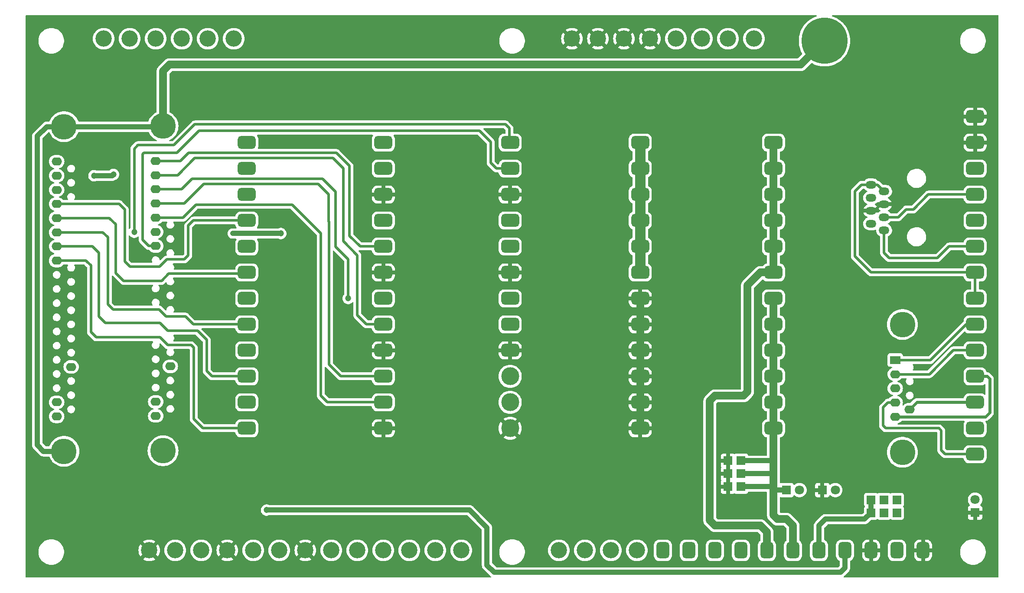
<source format=gbr>
%TF.GenerationSoftware,KiCad,Pcbnew,7.0.1*%
%TF.CreationDate,2023-04-16T18:01:34+03:00*%
%TF.ProjectId,maho-io,6d61686f-2d69-46f2-9e6b-696361645f70,rev?*%
%TF.SameCoordinates,PX44c0190PY8a4fb70*%
%TF.FileFunction,Copper,L2,Bot*%
%TF.FilePolarity,Positive*%
%FSLAX46Y46*%
G04 Gerber Fmt 4.6, Leading zero omitted, Abs format (unit mm)*
G04 Created by KiCad (PCBNEW 7.0.1) date 2023-04-16 18:01:34*
%MOMM*%
%LPD*%
G01*
G04 APERTURE LIST*
G04 Aperture macros list*
%AMRoundRect*
0 Rectangle with rounded corners*
0 $1 Rounding radius*
0 $2 $3 $4 $5 $6 $7 $8 $9 X,Y pos of 4 corners*
0 Add a 4 corners polygon primitive as box body*
4,1,4,$2,$3,$4,$5,$6,$7,$8,$9,$2,$3,0*
0 Add four circle primitives for the rounded corners*
1,1,$1+$1,$2,$3*
1,1,$1+$1,$4,$5*
1,1,$1+$1,$6,$7*
1,1,$1+$1,$8,$9*
0 Add four rect primitives between the rounded corners*
20,1,$1+$1,$2,$3,$4,$5,0*
20,1,$1+$1,$4,$5,$6,$7,0*
20,1,$1+$1,$6,$7,$8,$9,0*
20,1,$1+$1,$8,$9,$2,$3,0*%
G04 Aperture macros list end*
%TA.AperFunction,ComponentPad*%
%ADD10RoundRect,0.625000X-1.125000X0.625000X-1.125000X-0.625000X1.125000X-0.625000X1.125000X0.625000X0*%
%TD*%
%TA.AperFunction,ComponentPad*%
%ADD11C,3.200000*%
%TD*%
%TA.AperFunction,ComponentPad*%
%ADD12C,5.000000*%
%TD*%
%TA.AperFunction,ComponentPad*%
%ADD13R,2.000000X1.600000*%
%TD*%
%TA.AperFunction,ComponentPad*%
%ADD14O,2.000000X1.600000*%
%TD*%
%TA.AperFunction,ComponentPad*%
%ADD15R,1.700000X1.700000*%
%TD*%
%TA.AperFunction,ComponentPad*%
%ADD16R,1.800000X1.800000*%
%TD*%
%TA.AperFunction,ComponentPad*%
%ADD17C,1.800000*%
%TD*%
%TA.AperFunction,ComponentPad*%
%ADD18RoundRect,0.625000X-0.625000X0.975000X-0.625000X-0.975000X0.625000X-0.975000X0.625000X0.975000X0*%
%TD*%
%TA.AperFunction,ComponentPad*%
%ADD19C,3.500000*%
%TD*%
%TA.AperFunction,ComponentPad*%
%ADD20O,2.100000X1.500000*%
%TD*%
%TA.AperFunction,ComponentPad*%
%ADD21C,9.000000*%
%TD*%
%TA.AperFunction,ViaPad*%
%ADD22C,1.200000*%
%TD*%
%TA.AperFunction,ViaPad*%
%ADD23C,0.800000*%
%TD*%
%TA.AperFunction,Conductor*%
%ADD24C,1.500000*%
%TD*%
%TA.AperFunction,Conductor*%
%ADD25C,2.000000*%
%TD*%
%TA.AperFunction,Conductor*%
%ADD26C,1.000000*%
%TD*%
%TA.AperFunction,Conductor*%
%ADD27C,0.500000*%
%TD*%
%TA.AperFunction,Conductor*%
%ADD28C,0.600000*%
%TD*%
G04 APERTURE END LIST*
D10*
%TO.P,OUT3,1*%
%TO.N,/200_NORMAL*%
X43180000Y64770000D03*
%TO.P,OUT3,2*%
%TO.N,/SPINDLE_CCW*%
X43180000Y59690000D03*
%TD*%
D11*
%TO.P,OUTX3,2*%
%TO.N,/200_NORMAL*%
X35560000Y105410000D03*
%TO.P,OUTX3,1*%
%TO.N,/19X6_HANDWHEEL_Z*%
X40640000Y105410000D03*
%TD*%
%TO.P,OUTX2,1*%
%TO.N,/19X6_HANDWHEEL_Y*%
X30480000Y105410000D03*
%TO.P,OUTX2,2*%
%TO.N,/200_NORMAL*%
X25400000Y105410000D03*
%TD*%
%TO.P,OUTX1,1*%
%TO.N,/19X6_HANDWHEEL_X*%
X20320000Y105410000D03*
%TO.P,OUTX1,2*%
%TO.N,/200_NORMAL*%
X15240000Y105410000D03*
%TD*%
%TO.P,IX4,1*%
%TO.N,/EXT_ESTOP*%
X69850000Y5330000D03*
%TO.P,IX4,2*%
%TO.N,VDC*%
X74930000Y5330000D03*
%TD*%
%TO.P,IX7,1*%
%TO.N,/IN13*%
X114300000Y5330000D03*
%TO.P,IX7,2*%
%TO.N,VDC*%
X119380000Y5330000D03*
%TD*%
D10*
%TO.P,GA1,1*%
%TO.N,GNDA*%
X146050000Y54610000D03*
%TO.P,GA1,2*%
X146050000Y49530000D03*
%TD*%
%TO.P,GA3,1*%
%TO.N,GNDA*%
X146050000Y34290000D03*
%TO.P,GA3,2*%
X146050000Y29210000D03*
%TD*%
D12*
%TO.P,A1,0,PAD*%
%TO.N,Earth*%
X171229669Y24510000D03*
X171229669Y49510000D03*
D13*
%TO.P,A1,1,1*%
%TO.N,/E101*%
X169809669Y42550000D03*
D14*
%TO.P,A1,2,2*%
%TO.N,/E102*%
X169809669Y39780000D03*
%TO.P,A1,3,3*%
%TO.N,/E201*%
X169809669Y37010000D03*
%TO.P,A1,4,4*%
%TO.N,/E202*%
X169809669Y34240000D03*
%TO.P,A1,5,5*%
%TO.N,/E301*%
X169809669Y31470000D03*
%TO.P,A1,9,9*%
%TO.N,/E302*%
X172649669Y32855000D03*
%TD*%
D15*
%TO.P,JP1,6,Pin_6*%
%TO.N,/204_24V{slash}a*%
X165085000Y15220000D03*
%TO.P,JP1,5,Pin_5*%
X165085000Y12680000D03*
%TO.P,JP1,4,Pin_4*%
%TO.N,VDC*%
X167625000Y15220000D03*
%TO.P,JP1,3,Pin_3*%
X167625000Y12680000D03*
%TO.P,JP1,2,Pin_2*%
%TO.N,/EXT_PWR*%
X170165000Y15220000D03*
%TO.P,JP1,1,Pin_1*%
X170165000Y12680000D03*
%TD*%
D10*
%TO.P,S2,1*%
%TO.N,/E301*%
X185420000Y39370000D03*
%TO.P,S2,2*%
%TO.N,/E302*%
X185420000Y34290000D03*
%TD*%
%TO.P,G1,1*%
%TO.N,GND*%
X120015000Y54610000D03*
%TO.P,G1,2*%
X120015000Y49530000D03*
%TD*%
%TO.P,OUT6,1*%
%TO.N,/200_NORMAL*%
X43180000Y34290000D03*
%TO.P,OUT6,2*%
%TO.N,/CENTRAL_LUBRICATION*%
X43180000Y29210000D03*
%TD*%
%TO.P,IN3,1*%
%TO.N,/19X7_HANDWHEEL_Y*%
X69850000Y54610000D03*
%TO.P,IN3,2*%
%TO.N,/19X7_HANDWHEEL_Z*%
X69850000Y49530000D03*
%TO.P,IN3,3*%
%TO.N,GND*%
X69850000Y44450000D03*
%TD*%
D16*
%TO.P,D1,1,K*%
%TO.N,GND*%
X185420000Y12700000D03*
D17*
%TO.P,D1,2,A*%
%TO.N,Net-(D1-A)*%
X185420000Y15240000D03*
%TD*%
D10*
%TO.P,IN4,1*%
%TO.N,/19X7_200_HIGH*%
X69850000Y39370000D03*
%TO.P,IN4,2*%
%TO.N,/19X7_MAIN_DRIVE_OFF*%
X69850000Y34290000D03*
%TO.P,IN4,3*%
%TO.N,GND*%
X69850000Y29210000D03*
%TD*%
%TO.P,VA1,1*%
%TO.N,/202_24V*%
X146050000Y85090000D03*
%TO.P,VA1,2*%
X146050000Y80010000D03*
%TD*%
%TO.P,OUT5,1*%
%TO.N,/200_NORMAL*%
X43180000Y44450000D03*
%TO.P,OUT5,2*%
%TO.N,/TOOL_RELEASE*%
X43180000Y39370000D03*
%TD*%
%TO.P,SS1,1*%
%TO.N,GND*%
X185420000Y90170000D03*
%TO.P,SS1,2*%
X185420000Y85090000D03*
%TO.P,SS1,3*%
%TO.N,/SS_RX+*%
X185420000Y80010000D03*
%TO.P,SS1,4*%
%TO.N,/SS_RX-*%
X185420000Y74930000D03*
%TD*%
D18*
%TO.P,IX8,1*%
%TO.N,/IN14*%
X124460000Y5330000D03*
%TO.P,IX8,2*%
%TO.N,VDC*%
X129540000Y5330000D03*
%TD*%
D10*
%TO.P,V1,1*%
%TO.N,VDC*%
X120015000Y85090000D03*
%TO.P,V1,2*%
X120015000Y80010000D03*
%TD*%
D11*
%TO.P,IX5,1*%
%TO.N,/PON_SWITCH*%
X80010000Y5330000D03*
%TO.P,IX5,2*%
%TO.N,VDC*%
X85090000Y5330000D03*
%TD*%
D16*
%TO.P,D3,1,K*%
%TO.N,GNDA*%
X148590000Y17125000D03*
D17*
%TO.P,D3,2,A*%
%TO.N,Net-(D3-A)*%
X151130000Y17125000D03*
%TD*%
D10*
%TO.P,G3,1*%
%TO.N,GND*%
X120015000Y34290000D03*
%TO.P,G3,2*%
X120015000Y29210000D03*
%TD*%
D11*
%TO.P,IX6,1*%
%TO.N,/IN12*%
X104140000Y5330000D03*
%TO.P,IX6,2*%
%TO.N,VDC*%
X109220000Y5330000D03*
%TD*%
D10*
%TO.P,OUT2,1*%
%TO.N,/200_NORMAL*%
X43180000Y74930000D03*
%TO.P,OUT2,2*%
%TO.N,/SPINDLE_CW*%
X43180000Y69850000D03*
%TD*%
%TO.P,S1,1*%
%TO.N,/E101*%
X185420000Y49530000D03*
%TO.P,S1,2*%
%TO.N,/E102*%
X185420000Y44450000D03*
%TD*%
D11*
%TO.P,G4,1*%
%TO.N,GND*%
X111760000Y105410000D03*
%TO.P,G4,2*%
X106680000Y105410000D03*
%TD*%
D10*
%TO.P,OUT1,2*%
%TO.N,/{slash}ESTOP*%
X43180000Y80010000D03*
%TO.P,OUT1,1*%
%TO.N,VDC*%
X43180000Y85090000D03*
%TD*%
D16*
%TO.P,JP2,6,Pin_6*%
%TO.N,GNDA*%
X139700000Y22860000D03*
%TO.P,JP2,5,Pin_5*%
%TO.N,GND*%
X137160000Y22860000D03*
%TO.P,JP2,4,Pin_4*%
%TO.N,GNDA*%
X139700000Y20320000D03*
%TO.P,JP2,3,Pin_3*%
%TO.N,GND*%
X137160000Y20320000D03*
%TO.P,JP2,2,Pin_2*%
%TO.N,GNDA*%
X139700000Y17780000D03*
%TO.P,JP2,1,Pin_1*%
%TO.N,GND*%
X137160000Y17780000D03*
%TD*%
D10*
%TO.P,V3,1*%
%TO.N,VDC*%
X120015000Y64770000D03*
%TO.P,V3,2*%
X120015000Y59690000D03*
%TD*%
D11*
%TO.P,G5,1*%
%TO.N,GND*%
X121920000Y105410000D03*
%TO.P,G5,2*%
X116840000Y105410000D03*
%TD*%
D12*
%TO.P,DBO1,0,PAD*%
%TO.N,Earth*%
X7470000Y24705000D03*
X7470000Y88205000D03*
D14*
%TO.P,DBO1,1,1*%
%TO.N,/19X6_HANDWHEEL_X*%
X6050000Y81385000D03*
%TO.P,DBO1,2,2*%
%TO.N,/19X6_HANDWHEEL_Z*%
X6050000Y78615000D03*
%TO.P,DBO1,3,3*%
%TO.N,/19X6_HANDWHEEL_Y*%
X6050000Y75845000D03*
%TO.P,DBO1,4,4*%
%TO.N,/SPINDLE_CW*%
X6050000Y73075000D03*
%TO.P,DBO1,5,5*%
%TO.N,/SPINDLE_CCW*%
X6050000Y70305000D03*
%TO.P,DBO1,6,6*%
%TO.N,/COOLANT_PUMP*%
X6050000Y67535000D03*
%TO.P,DBO1,7,7*%
%TO.N,/TOOL_RELEASE*%
X6050000Y64765000D03*
%TO.P,DBO1,8,8*%
%TO.N,/CENTRAL_LUBRICATION*%
X6050000Y61995000D03*
%TO.P,DBO1,18,18*%
%TO.N,unconnected-(DBO1-Pad18)*%
X6050000Y34295000D03*
%TO.P,DBO1,19,19*%
%TO.N,unconnected-(DBO1-Pad19)*%
X6050000Y31525000D03*
%TO.P,DBO1,34,34*%
%TO.N,/{slash}ESTOP*%
X8890000Y41220000D03*
%TD*%
D10*
%TO.P,IN1,1*%
%TO.N,/LIMIT_X*%
X69850000Y85090000D03*
%TO.P,IN1,2*%
%TO.N,/LIMIT_\u03A5*%
X69850000Y80010000D03*
%TO.P,IN1,3*%
%TO.N,GND*%
X69850000Y74930000D03*
%TD*%
D11*
%TO.P,IX1,1*%
%TO.N,GND*%
X24130000Y5330000D03*
%TO.P,IX1,2*%
%TO.N,/LIMIT_X*%
X29210000Y5330000D03*
%TO.P,IX1,3*%
%TO.N,VDC*%
X34290000Y5330000D03*
%TD*%
D10*
%TO.P,IN7,1*%
%TO.N,/IN12*%
X94615000Y54610000D03*
%TO.P,IN7,2*%
%TO.N,/IN13*%
X94615000Y49530000D03*
%TO.P,IN7,3*%
%TO.N,GND*%
X94615000Y44450000D03*
%TD*%
D19*
%TO.P,IN8,1*%
%TO.N,/IN14*%
X94615000Y39370000D03*
%TO.P,IN8,2*%
%TO.N,/IN15*%
X94615000Y34290000D03*
%TO.P,IN8,3*%
%TO.N,GND*%
X94615000Y29210000D03*
%TD*%
D14*
%TO.P,DBI1,*%
%TO.N,*%
X25400000Y31625000D03*
X25400000Y34395000D03*
D12*
%TO.P,DBI1,0,PAD*%
%TO.N,Earth*%
X26820000Y24805000D03*
X26820000Y88305000D03*
D14*
%TO.P,DBI1,1,1*%
%TO.N,/19X7_HANDWHEEL_X*%
X25400000Y81485000D03*
%TO.P,DBI1,2,2*%
%TO.N,/19X7_HANDWHEEL_Z*%
X25400000Y78715000D03*
%TO.P,DBI1,3,3*%
%TO.N,/19X7_HANDWHEEL_Y*%
X25400000Y75945000D03*
%TO.P,DBI1,4,4*%
%TO.N,/19X7_200_HIGH*%
X25400000Y73175000D03*
%TO.P,DBI1,5,5*%
%TO.N,/19X7_MAIN_DRIVE_OFF*%
X25400000Y70405000D03*
%TO.P,DBI1,6,6*%
%TO.N,/19X7_NOT_SPINDLE_FEED*%
X25400000Y67635000D03*
%TO.P,DBI1,7,7*%
%TO.N,/19X7_LUBRICANT*%
X25400000Y64865000D03*
%TO.P,DBI1,34,34*%
%TO.N,unconnected-(DBI1-Pad34)*%
X28240000Y41320000D03*
%TD*%
D10*
%TO.P,S3,1*%
%TO.N,/E201*%
X185420000Y29210000D03*
%TO.P,S3,2*%
%TO.N,/E202*%
X185420000Y24130000D03*
%TD*%
%TO.P,VA3,1*%
%TO.N,/202_24V*%
X146050000Y64770000D03*
%TO.P,VA3,2*%
X146050000Y59690000D03*
%TD*%
D18*
%TO.P,U1,1*%
%TO.N,/EXT_PWR*%
X170180000Y5330000D03*
%TO.P,U1,2*%
%TO.N,GND*%
X175260000Y5330000D03*
%TD*%
D10*
%TO.P,SS2,1*%
%TO.N,/SS_TX+*%
X185420000Y69850000D03*
%TO.P,SS2,2*%
%TO.N,/SS_TX-*%
X185420000Y64770000D03*
%TO.P,SS2,3*%
%TO.N,/SS_5VP*%
X185420000Y59690000D03*
%TO.P,SS2,4*%
X185420000Y54610000D03*
%TD*%
D11*
%TO.P,V5,1*%
%TO.N,VDC*%
X142240000Y105410000D03*
%TO.P,V5,2*%
X137160000Y105410000D03*
%TD*%
D18*
%TO.P,U2,1*%
%TO.N,/204_24V{slash}a*%
X154940000Y5330000D03*
%TO.P,U2,2*%
%TO.N,/200_NORMAL*%
X160020000Y5330000D03*
%TO.P,U2,3*%
%TO.N,GND*%
X165100000Y5330000D03*
%TD*%
D16*
%TO.P,D2,1,K*%
%TO.N,GND*%
X155575000Y17125000D03*
D17*
%TO.P,D2,2,A*%
%TO.N,Net-(D2-A)*%
X158115000Y17125000D03*
%TD*%
D10*
%TO.P,IN2,1*%
%TO.N,/LIMIT_\u0396*%
X69850000Y69850000D03*
%TO.P,IN2,2*%
%TO.N,/19X7_HANDWHEEL_X*%
X69850000Y64770000D03*
%TO.P,IN2,3*%
%TO.N,GND*%
X69850000Y59690000D03*
%TD*%
D18*
%TO.P,U3,1*%
%TO.N,/202_24V*%
X144780000Y5330000D03*
%TO.P,U3,2*%
%TO.N,GNDA*%
X149860000Y5330000D03*
%TD*%
D10*
%TO.P,G2,1*%
%TO.N,GND*%
X120015000Y44450000D03*
%TO.P,G2,2*%
X120015000Y39370000D03*
%TD*%
%TO.P,VA2,1*%
%TO.N,/202_24V*%
X146050000Y74930000D03*
%TO.P,VA2,2*%
X146050000Y69850000D03*
%TD*%
%TO.P,OUT4,1*%
%TO.N,/200_NORMAL*%
X43180000Y54610000D03*
%TO.P,OUT4,2*%
%TO.N,/COOLANT_PUMP*%
X43180000Y49530000D03*
%TD*%
%TO.P,V2,1*%
%TO.N,VDC*%
X120015000Y74930000D03*
%TO.P,V2,2*%
X120015000Y69850000D03*
%TD*%
D11*
%TO.P,IX3,1*%
%TO.N,GND*%
X54610000Y5330000D03*
%TO.P,IX3,2*%
%TO.N,/LIMIT_\u0396*%
X59690000Y5330000D03*
%TO.P,IX3,3*%
%TO.N,VDC*%
X64770000Y5330000D03*
%TD*%
%TO.P,V4,1*%
%TO.N,VDC*%
X132080000Y105410000D03*
%TO.P,V4,2*%
X127000000Y105410000D03*
%TD*%
D20*
%TO.P,RJ1,1*%
%TO.N,/SS_TX-*%
X167640000Y67945000D03*
%TO.P,RJ1,2*%
%TO.N,/SS_TX+*%
X165100000Y69215000D03*
%TO.P,RJ1,3*%
%TO.N,/SS_RX-*%
X167640000Y70485000D03*
%TO.P,RJ1,4*%
%TO.N,GND*%
X165100000Y71755000D03*
%TO.P,RJ1,5*%
X167640000Y73025000D03*
%TO.P,RJ1,6*%
%TO.N,/SS_RX+*%
X165100000Y74295000D03*
%TO.P,RJ1,7*%
%TO.N,/SS_5VP*%
X167640000Y75565000D03*
%TO.P,RJ1,8*%
X165100000Y76835000D03*
%TD*%
D21*
%TO.P,E1,1,Pin_1*%
%TO.N,Earth*%
X156000000Y105000000D03*
%TD*%
D18*
%TO.P,IX9,1*%
%TO.N,/IN15*%
X134620000Y5330000D03*
%TO.P,IX9,2*%
%TO.N,VDC*%
X139700000Y5330000D03*
%TD*%
D11*
%TO.P,IX2,1*%
%TO.N,GND*%
X39370000Y5330000D03*
%TO.P,IX2,2*%
%TO.N,/LIMIT_\u03A5*%
X44450000Y5330000D03*
%TO.P,IX2,3*%
%TO.N,VDC*%
X49530000Y5330000D03*
%TD*%
D10*
%TO.P,GA2,1*%
%TO.N,GNDA*%
X146050000Y44450000D03*
%TO.P,GA2,2*%
X146050000Y39370000D03*
%TD*%
%TO.P,IN5,1*%
%TO.N,/19X7_NOT_SPINDLE_FEED*%
X94615000Y85090000D03*
%TO.P,IN5,2*%
%TO.N,/19X7_LUBRICANT*%
X94615000Y80010000D03*
%TO.P,IN5,3*%
%TO.N,GND*%
X94615000Y74930000D03*
%TD*%
%TO.P,IN6,1*%
%TO.N,/EXT_ESTOP*%
X94615000Y69850000D03*
%TO.P,IN6,2*%
%TO.N,/PON_SWITCH*%
X94615000Y64770000D03*
%TO.P,IN6,3*%
%TO.N,GND*%
X94615000Y59690000D03*
%TD*%
D22*
%TO.N,/200_NORMAL*%
X47036000Y13204000D03*
D23*
%TO.N,/{slash}ESTOP*%
X40432000Y67306000D03*
D22*
X49830000Y67306000D03*
%TO.N,/19X6_HANDWHEEL_Z*%
X13337000Y78615000D03*
X17145000Y78867000D03*
%TO.N,/19X7_HANDWHEEL_Y*%
X62992000Y54610000D03*
%TO.N,/19X7_NOT_SPINDLE_FEED*%
X21209000Y67564000D03*
%TD*%
D24*
%TO.N,/202_24V*%
X146050000Y59690000D02*
X146050000Y64770000D01*
D25*
%TO.N,VDC*%
X120015000Y80010000D02*
X120015000Y85090000D01*
X120015000Y74930000D02*
X120015000Y80010000D01*
X120015000Y69850000D02*
X120015000Y74930000D01*
X120015000Y64770000D02*
X120015000Y69850000D01*
X120015000Y59690000D02*
X120015000Y64770000D01*
D26*
%TO.N,/200_NORMAL*%
X90089000Y9775000D02*
X86660000Y13204000D01*
X90089000Y2409000D02*
X90089000Y9775000D01*
X159131000Y1016000D02*
X91482000Y1016000D01*
X91482000Y1016000D02*
X90089000Y2409000D01*
X160020000Y1905000D02*
X159131000Y1016000D01*
X160020000Y5330000D02*
X160020000Y1905000D01*
X86660000Y13204000D02*
X47036000Y13204000D01*
D27*
%TO.N,/E101*%
X183692000Y49530000D02*
X185420000Y49530000D01*
X176712000Y42550000D02*
X183692000Y49530000D01*
X169809669Y42550000D02*
X176712000Y42550000D01*
%TO.N,/E202*%
X168402000Y34240000D02*
X169809669Y34240000D01*
X167432000Y29714000D02*
X167432000Y33270000D01*
X167940000Y29206000D02*
X167432000Y29714000D01*
X167432000Y33270000D02*
X168402000Y34240000D01*
X178354000Y29206000D02*
X167940000Y29206000D01*
X178816000Y28744000D02*
X178354000Y29206000D01*
X179578000Y24130000D02*
X178816000Y24892000D01*
X178816000Y24892000D02*
X178816000Y28744000D01*
X185420000Y24130000D02*
X179578000Y24130000D01*
D28*
%TO.N,/E301*%
X187748000Y39370000D02*
X188260000Y38858000D01*
X185420000Y39370000D02*
X187748000Y39370000D01*
X188260000Y32254000D02*
X188260000Y38858000D01*
X187476000Y31470000D02*
X188260000Y32254000D01*
X169809669Y31470000D02*
X187476000Y31470000D01*
%TO.N,/E302*%
X185416000Y34286000D02*
X185420000Y34290000D01*
X174036000Y34286000D02*
X185416000Y34286000D01*
X172649669Y32899669D02*
X174036000Y34286000D01*
X172649669Y32855000D02*
X172649669Y32899669D01*
D27*
%TO.N,/E102*%
X181152000Y44450000D02*
X185420000Y44450000D01*
X176482000Y39780000D02*
X181152000Y44450000D01*
X169809669Y39780000D02*
X176482000Y39780000D01*
%TO.N,/19X7_LUBRICANT*%
X91948000Y80010000D02*
X94615000Y80010000D01*
X90805000Y81153000D02*
X91948000Y80010000D01*
X90805000Y85217000D02*
X90805000Y81153000D01*
X88646000Y87376000D02*
X90805000Y85217000D01*
X23135000Y83079000D02*
X23160000Y83054000D01*
X33828000Y87376000D02*
X88646000Y87376000D01*
X22860000Y82804000D02*
X23135000Y83079000D01*
X29506000Y83054000D02*
X33828000Y87376000D01*
X22860000Y66040000D02*
X22860000Y82804000D01*
X23160000Y83054000D02*
X29506000Y83054000D01*
X24035000Y64865000D02*
X22860000Y66040000D01*
X25400000Y64865000D02*
X24035000Y64865000D01*
%TO.N,/19X7_NOT_SPINDLE_FEED*%
X94488000Y87884000D02*
X94488000Y85217000D01*
X93726000Y88646000D02*
X94488000Y87884000D01*
X33020000Y88646000D02*
X93726000Y88646000D01*
X94488000Y85217000D02*
X94615000Y85090000D01*
X21894000Y84582000D02*
X28956000Y84582000D01*
X21209000Y83897000D02*
X21894000Y84582000D01*
X21209000Y67564000D02*
X21209000Y83897000D01*
X28956000Y84582000D02*
X33020000Y88646000D01*
%TO.N,/CENTRAL_LUBRICATION*%
X12746000Y48002000D02*
X12746000Y61041000D01*
X11792000Y61995000D02*
X12026500Y61760500D01*
X12746000Y61041000D02*
X12026500Y61760500D01*
X17064000Y46986000D02*
X13762000Y46986000D01*
X17064000Y46986000D02*
X26208000Y46986000D01*
X13762000Y46986000D02*
X12746000Y48002000D01*
X34586000Y29210000D02*
X43180000Y29210000D01*
X32812000Y30984000D02*
X34586000Y29210000D01*
X32812000Y44954000D02*
X32812000Y30984000D01*
X32304000Y45462000D02*
X32812000Y44954000D01*
X27732000Y45462000D02*
X32304000Y45462000D01*
X26208000Y46986000D02*
X27732000Y45462000D01*
%TO.N,/TOOL_RELEASE*%
X36368000Y39370000D02*
X43180000Y39370000D01*
X35352000Y40386000D02*
X36368000Y39370000D01*
X35352000Y46478000D02*
X35352000Y40386000D01*
X33574000Y48256000D02*
X35352000Y46478000D01*
X27732000Y48256000D02*
X33574000Y48256000D01*
X26208000Y49780000D02*
X27732000Y48256000D01*
X15540000Y49780000D02*
X26208000Y49780000D01*
X14270000Y51050000D02*
X15540000Y49780000D01*
X14270000Y63496000D02*
X14270000Y51050000D01*
X13001000Y64765000D02*
X14270000Y63496000D01*
X6050000Y64765000D02*
X13001000Y64765000D01*
%TO.N,/COOLANT_PUMP*%
X16048000Y53467000D02*
X17064000Y52451000D01*
X17064000Y52451000D02*
X26035000Y52451000D01*
X16048000Y66544000D02*
X16048000Y53467000D01*
X15057000Y67535000D02*
X16048000Y66544000D01*
X6050000Y67535000D02*
X15057000Y67535000D01*
%TO.N,/SPINDLE_CCW*%
X17572000Y59563000D02*
X19096000Y58039000D01*
X17572000Y69084000D02*
X17572000Y59563000D01*
X19096000Y58039000D02*
X26543000Y58039000D01*
X16351000Y70305000D02*
X17572000Y69084000D01*
X6050000Y70305000D02*
X16351000Y70305000D01*
%TO.N,/SPINDLE_CW*%
X18280000Y73075000D02*
X6050000Y73075000D01*
X19350000Y72005000D02*
X18280000Y73075000D01*
X19350000Y61845000D02*
X19350000Y72005000D01*
X30988000Y62230000D02*
X27559000Y62230000D01*
X31750000Y62992000D02*
X30988000Y62230000D01*
X31750000Y68834000D02*
X31750000Y62992000D01*
X26162000Y60833000D02*
X20362000Y60833000D01*
X20362000Y60833000D02*
X19350000Y61845000D01*
X43180000Y69850000D02*
X32766000Y69850000D01*
X32766000Y69850000D02*
X31750000Y68834000D01*
X27559000Y62230000D02*
X26162000Y60833000D01*
D26*
%TO.N,/{slash}ESTOP*%
X49830000Y67306000D02*
X40432000Y67306000D01*
D27*
%TO.N,/COOLANT_PUMP*%
X31242000Y51054000D02*
X32766000Y49530000D01*
X26035000Y52451000D02*
X27432000Y51054000D01*
X27432000Y51054000D02*
X31242000Y51054000D01*
X32766000Y49530000D02*
X43180000Y49530000D01*
%TO.N,/SPINDLE_CCW*%
X42926000Y59436000D02*
X43180000Y59690000D01*
X26543000Y58039000D02*
X27940000Y59436000D01*
X27940000Y59436000D02*
X42926000Y59436000D01*
%TO.N,/19X7_MAIN_DRIVE_OFF*%
X52070000Y72898000D02*
X33227000Y72898000D01*
X33227000Y72898000D02*
X30734000Y70405000D01*
X57658000Y67310000D02*
X52070000Y72898000D01*
X58928000Y34290000D02*
X57658000Y35560000D01*
X57658000Y35560000D02*
X57658000Y67310000D01*
X30734000Y70405000D02*
X25400000Y70405000D01*
X69850000Y34290000D02*
X58928000Y34290000D01*
%TO.N,/19X7_200_HIGH*%
X30988000Y73175000D02*
X25400000Y73175000D01*
X57150000Y76962000D02*
X34775000Y76962000D01*
X59228000Y69596000D02*
X59182000Y69642000D01*
X34775000Y76962000D02*
X30988000Y73175000D01*
X59228000Y41656000D02*
X59228000Y69596000D01*
X61514000Y39370000D02*
X59228000Y41656000D01*
X69850000Y39370000D02*
X61514000Y39370000D01*
X59182000Y69642000D02*
X59182000Y74930000D01*
X59182000Y74930000D02*
X57150000Y76962000D01*
%TO.N,/19X7_HANDWHEEL_Y*%
X30480000Y75945000D02*
X25400000Y75945000D01*
X57958000Y77978000D02*
X32513000Y77978000D01*
X60498000Y75438000D02*
X57958000Y77978000D01*
X32513000Y77978000D02*
X30480000Y75945000D01*
X60498000Y64724000D02*
X60498000Y75438000D01*
X62992000Y54610000D02*
X62992000Y62230000D01*
X62992000Y62230000D02*
X60498000Y64724000D01*
%TO.N,/19X7_HANDWHEEL_Z*%
X29718000Y78715000D02*
X25400000Y78715000D01*
X59990000Y82042000D02*
X33045000Y82042000D01*
X62022000Y80010000D02*
X59990000Y82042000D01*
X64770000Y63038000D02*
X62022000Y65786000D01*
X64770000Y51308000D02*
X64770000Y63038000D01*
X62022000Y65786000D02*
X62022000Y80010000D01*
X66548000Y49530000D02*
X64770000Y51308000D01*
X33045000Y82042000D02*
X29718000Y78715000D01*
X69850000Y49530000D02*
X66548000Y49530000D01*
%TO.N,/19X7_HANDWHEEL_X*%
X63246000Y80518000D02*
X60706000Y83058000D01*
X60706000Y83058000D02*
X31799000Y83058000D01*
X31799000Y83058000D02*
X30226000Y81485000D01*
X65320000Y64770000D02*
X63246000Y66844000D01*
X63246000Y66844000D02*
X63246000Y80518000D01*
X69850000Y64770000D02*
X65320000Y64770000D01*
X30226000Y81485000D02*
X25400000Y81485000D01*
D26*
%TO.N,/19X6_HANDWHEEL_Z*%
X16893000Y78615000D02*
X17145000Y78867000D01*
X13337000Y78615000D02*
X16893000Y78615000D01*
D27*
%TO.N,/CENTRAL_LUBRICATION*%
X6050000Y61995000D02*
X11792000Y61995000D01*
D24*
%TO.N,Earth*%
X26820000Y99060000D02*
X26820000Y88305000D01*
X28090000Y100330000D02*
X26820000Y99060000D01*
X151330000Y100330000D02*
X28090000Y100330000D01*
X156000000Y105000000D02*
X151330000Y100330000D01*
D26*
X3489000Y24705000D02*
X7470000Y24705000D01*
X7470000Y88205000D02*
X26720000Y88205000D01*
X4131000Y88205000D02*
X2286000Y86360000D01*
X2286000Y86360000D02*
X2286000Y25908000D01*
X7470000Y88205000D02*
X4131000Y88205000D01*
X2286000Y25908000D02*
X3489000Y24705000D01*
X26720000Y88205000D02*
X26820000Y88305000D01*
D27*
%TO.N,/SS_TX-*%
X167640000Y63500000D02*
X168656000Y62484000D01*
X185420000Y64770000D02*
X180340000Y64770000D01*
X167640000Y67945000D02*
X167640000Y63500000D01*
X180340000Y64770000D02*
X178054000Y62484000D01*
X178054000Y62484000D02*
X168656000Y62484000D01*
D24*
%TO.N,GND*%
X120015000Y44450000D02*
X120015000Y49530000D01*
D27*
X165735000Y71755000D02*
X167005000Y73025000D01*
D24*
X120015000Y29210000D02*
X120015000Y34290000D01*
X120015000Y39370000D02*
X120015000Y44450000D01*
X120015000Y49530000D02*
X120015000Y54610000D01*
D27*
X165100000Y71755000D02*
X165735000Y71755000D01*
D24*
X120015000Y34290000D02*
X120015000Y39370000D01*
D27*
X167005000Y73025000D02*
X167640000Y73025000D01*
D24*
%TO.N,GNDA*%
X146050000Y23114000D02*
X146050000Y20320000D01*
X146050000Y49530000D02*
X146050000Y54610000D01*
X147066000Y11430000D02*
X146812000Y11430000D01*
X146050000Y20320000D02*
X146050000Y17780000D01*
X146050000Y44450000D02*
X146050000Y49530000D01*
X146050000Y29210000D02*
X146050000Y23114000D01*
X146050000Y17780000D02*
X146050000Y17018000D01*
X146050000Y17018000D02*
X146050000Y12192000D01*
X146050000Y34290000D02*
X146050000Y39370000D01*
X148590000Y11430000D02*
X147066000Y11430000D01*
X146050000Y29210000D02*
X146050000Y34290000D01*
X149860000Y5330000D02*
X149860000Y10160000D01*
D26*
X139700000Y17780000D02*
X146050000Y17780000D01*
D24*
X146050000Y12192000D02*
X146812000Y11430000D01*
D26*
X139700000Y22860000D02*
X145796000Y22860000D01*
D24*
X149860000Y10160000D02*
X148590000Y11430000D01*
D26*
X139700000Y20320000D02*
X146050000Y20320000D01*
X145796000Y22860000D02*
X146050000Y23114000D01*
D24*
X146050000Y39370000D02*
X146050000Y44450000D01*
D26*
X148590000Y17125000D02*
X146157000Y17125000D01*
X146157000Y17125000D02*
X146050000Y17018000D01*
D24*
%TO.N,/202_24V*%
X134620000Y35560000D02*
X140208000Y35560000D01*
X140970000Y36322000D02*
X140970000Y57150000D01*
X144780000Y5330000D02*
X144780000Y8890000D01*
X146050000Y64770000D02*
X146050000Y69850000D01*
X133604000Y34544000D02*
X134620000Y35560000D01*
X146050000Y80010000D02*
X146050000Y85090000D01*
X146050000Y74930000D02*
X146050000Y80010000D01*
X140208000Y35560000D02*
X140970000Y36322000D01*
X140970000Y57150000D02*
X143510000Y59690000D01*
X143510000Y59690000D02*
X146050000Y59690000D01*
X134620000Y10160000D02*
X133604000Y11176000D01*
X146050000Y69850000D02*
X146050000Y74930000D01*
X133604000Y11176000D02*
X133604000Y34544000D01*
X143510000Y10160000D02*
X134620000Y10160000D01*
X144780000Y8890000D02*
X143510000Y10160000D01*
D26*
%TO.N,/204_24V{slash}a*%
X163835000Y11430000D02*
X165085000Y12680000D01*
X156210000Y11430000D02*
X163835000Y11430000D01*
X154940000Y10160000D02*
X156210000Y11430000D01*
X165085000Y15220000D02*
X165085000Y12680000D01*
X154940000Y5330000D02*
X154940000Y10160000D01*
D27*
%TO.N,/SS_RX-*%
X173355000Y72009000D02*
X171958000Y72009000D01*
X173355000Y72009000D02*
X176276000Y74930000D01*
X171958000Y72009000D02*
X170434000Y70485000D01*
X167640000Y70485000D02*
X170434000Y70485000D01*
X176276000Y74930000D02*
X185420000Y74930000D01*
%TO.N,/SS_5VP*%
X166370000Y76835000D02*
X167640000Y75565000D01*
X165100000Y76835000D02*
X163195000Y76835000D01*
X163195000Y76835000D02*
X161925000Y75565000D01*
X185420000Y54610000D02*
X185420000Y59690000D01*
X161925000Y62865000D02*
X165100000Y59690000D01*
X165100000Y59690000D02*
X185420000Y59690000D01*
X161925000Y75565000D02*
X161925000Y62865000D01*
X165100000Y76835000D02*
X166370000Y76835000D01*
%TD*%
%TA.AperFunction,Conductor*%
%TO.N,GND*%
G36*
X154449316Y109980789D02*
G01*
X154495049Y109930302D01*
X154507212Y109863277D01*
X154482135Y109799940D01*
X154427386Y109759407D01*
X154029553Y109610099D01*
X153624242Y109414911D01*
X153238044Y109184168D01*
X152874104Y108919752D01*
X152535329Y108623772D01*
X152224437Y108298604D01*
X151943952Y107946888D01*
X151696128Y107571450D01*
X151482950Y107175300D01*
X151306140Y106761630D01*
X151167125Y106333787D01*
X151067023Y105895209D01*
X151006634Y105449408D01*
X150986451Y105000000D01*
X151006634Y104550593D01*
X151036828Y104327693D01*
X151052222Y104214051D01*
X151067023Y104104792D01*
X151167125Y103666214D01*
X151270156Y103349119D01*
X151306142Y103238365D01*
X151482949Y102824703D01*
X151482950Y102824701D01*
X151635849Y102540567D01*
X151650374Y102490148D01*
X151642748Y102438237D01*
X151614336Y102394126D01*
X150845031Y101624819D01*
X150804803Y101597939D01*
X150757350Y101588500D01*
X28167640Y101588500D01*
X28153756Y101589280D01*
X28118352Y101593270D01*
X28051788Y101588781D01*
X28043446Y101588500D01*
X28033477Y101588500D01*
X27992632Y101584825D01*
X27989862Y101584607D01*
X27892328Y101578031D01*
X27887992Y101576938D01*
X27868834Y101573683D01*
X27864377Y101573281D01*
X27864378Y101573281D01*
X27770114Y101547267D01*
X27767425Y101546558D01*
X27672664Y101522681D01*
X27668583Y101520827D01*
X27650314Y101514204D01*
X27646007Y101513016D01*
X27557969Y101470618D01*
X27555449Y101469439D01*
X27466409Y101428996D01*
X27462734Y101426449D01*
X27445929Y101416662D01*
X27441904Y101414724D01*
X27362849Y101357287D01*
X27360581Y101355678D01*
X27280196Y101299986D01*
X27277032Y101296822D01*
X27262255Y101284200D01*
X27258638Y101281572D01*
X27191055Y101210888D01*
X27189111Y101208901D01*
X25985005Y100004795D01*
X25974641Y99995532D01*
X25946783Y99973315D01*
X25946782Y99973314D01*
X25902883Y99923069D01*
X25897200Y99916990D01*
X25890141Y99909930D01*
X25863834Y99878421D01*
X25862030Y99876309D01*
X25797734Y99802716D01*
X25795444Y99798883D01*
X25784200Y99783035D01*
X25781333Y99779601D01*
X25733089Y99694580D01*
X25731690Y99692179D01*
X25681546Y99608250D01*
X25679972Y99604057D01*
X25671738Y99586456D01*
X25669531Y99582567D01*
X25637234Y99490270D01*
X25636287Y99487657D01*
X25601946Y99396156D01*
X25601148Y99391756D01*
X25596187Y99372962D01*
X25594713Y99368749D01*
X25579424Y99272223D01*
X25578959Y99269483D01*
X25561500Y99173266D01*
X25561500Y99168805D01*
X25559973Y99149406D01*
X25559275Y99145002D01*
X25561469Y99047244D01*
X25561500Y99044462D01*
X25561500Y91116038D01*
X25543038Y91050941D01*
X25493151Y91005228D01*
X25313205Y90914857D01*
X25020399Y90722276D01*
X24751942Y90497012D01*
X24511450Y90242106D01*
X24302174Y89961000D01*
X24126951Y89657504D01*
X23988142Y89335710D01*
X23978030Y89301934D01*
X23952665Y89255966D01*
X23910552Y89224615D01*
X23859240Y89213500D01*
X10392994Y89213500D01*
X10346097Y89222710D01*
X10306167Y89248973D01*
X10279136Y89288384D01*
X10163050Y89557501D01*
X9987825Y89861000D01*
X9778551Y90142104D01*
X9538057Y90397012D01*
X9269600Y90622276D01*
X9269597Y90622278D01*
X8976800Y90814853D01*
X8976796Y90814855D01*
X8976793Y90814857D01*
X8663628Y90972135D01*
X8334315Y91091995D01*
X8238574Y91114686D01*
X7993306Y91172816D01*
X7645225Y91213500D01*
X7294775Y91213500D01*
X6946694Y91172816D01*
X6824059Y91143751D01*
X6605684Y91091995D01*
X6276371Y90972135D01*
X5963206Y90814857D01*
X5670399Y90622276D01*
X5401942Y90397012D01*
X5161450Y90142106D01*
X4952174Y89861000D01*
X4776951Y89557504D01*
X4776950Y89557501D01*
X4660863Y89288384D01*
X4633833Y89248973D01*
X4593903Y89222710D01*
X4547006Y89213500D01*
X4186642Y89213500D01*
X4174488Y89214097D01*
X4131000Y89218380D01*
X3933297Y89198909D01*
X3784205Y89153681D01*
X3784203Y89153681D01*
X3743195Y89141241D01*
X3567996Y89047596D01*
X3414433Y88921570D01*
X3386707Y88887786D01*
X3378536Y88878772D01*
X1612228Y87112464D01*
X1603214Y87104293D01*
X1569430Y87076567D01*
X1467609Y86952497D01*
X1443405Y86923004D01*
X1377439Y86799589D01*
X1377438Y86799588D01*
X1377436Y86799586D01*
X1349758Y86747805D01*
X1292091Y86557703D01*
X1272620Y86360000D01*
X1276903Y86316512D01*
X1277500Y86304358D01*
X1277500Y25963642D01*
X1276903Y25951489D01*
X1272620Y25908000D01*
X1274747Y25886403D01*
X1292090Y25710301D01*
X1349857Y25519870D01*
X1351202Y25517496D01*
X1443404Y25344997D01*
X1479759Y25300698D01*
X1569432Y25191432D01*
X1595715Y25169862D01*
X1603213Y25163709D01*
X1612230Y25155536D01*
X2736535Y24031231D01*
X2744706Y24022216D01*
X2772432Y23988432D01*
X2925996Y23862405D01*
X3101196Y23768759D01*
X3123171Y23762093D01*
X3291299Y23711091D01*
X3489000Y23691620D01*
X3532488Y23695904D01*
X3544642Y23696500D01*
X4547006Y23696500D01*
X4593903Y23687290D01*
X4633833Y23661027D01*
X4660863Y23621617D01*
X4774130Y23359037D01*
X4776951Y23352497D01*
X4889073Y23158295D01*
X4952175Y23049000D01*
X5152416Y22780029D01*
X5161450Y22767895D01*
X5401942Y22512989D01*
X5634333Y22317988D01*
X5670403Y22287722D01*
X5963200Y22095147D01*
X5963206Y22095144D01*
X6276371Y21937866D01*
X6605684Y21818006D01*
X6605685Y21818006D01*
X6605690Y21818004D01*
X6946694Y21737184D01*
X7294775Y21696500D01*
X7645222Y21696500D01*
X7645225Y21696500D01*
X7993306Y21737184D01*
X8334310Y21818004D01*
X8663626Y21937865D01*
X8976800Y22095147D01*
X9269597Y22287722D01*
X9538057Y22512988D01*
X9778551Y22767896D01*
X9987825Y23049000D01*
X10163050Y23352499D01*
X10301857Y23674288D01*
X10402367Y24010016D01*
X10463222Y24355143D01*
X10483599Y24705000D01*
X10477775Y24805000D01*
X23806400Y24805000D01*
X23826778Y24455143D01*
X23887631Y24110022D01*
X23887633Y24110016D01*
X23988143Y23774288D01*
X24112086Y23486957D01*
X24126951Y23452497D01*
X24296808Y23158295D01*
X24302175Y23149000D01*
X24511449Y22867896D01*
X24751943Y22612988D01*
X25020403Y22387722D01*
X25313200Y22195147D01*
X25313206Y22195144D01*
X25626371Y22037866D01*
X25955684Y21918006D01*
X25955685Y21918006D01*
X25955690Y21918004D01*
X26296694Y21837184D01*
X26644775Y21796500D01*
X26995222Y21796500D01*
X26995225Y21796500D01*
X27343306Y21837184D01*
X27684310Y21918004D01*
X28013626Y22037865D01*
X28326800Y22195147D01*
X28619597Y22387722D01*
X28888057Y22612988D01*
X29128551Y22867896D01*
X29337825Y23149000D01*
X29513050Y23452499D01*
X29651857Y23774288D01*
X29752367Y24110016D01*
X29813222Y24455143D01*
X29833599Y24805000D01*
X29813222Y25154857D01*
X29752367Y25499984D01*
X29651857Y25835712D01*
X29513050Y26157501D01*
X29337825Y26461000D01*
X29128551Y26742104D01*
X28888057Y26997012D01*
X28738772Y27122278D01*
X28619600Y27222276D01*
X28566406Y27257262D01*
X28386754Y27375421D01*
X93310750Y27375421D01*
X93487586Y27257262D01*
X93752114Y27126811D01*
X94031409Y27032003D01*
X94320679Y26974463D01*
X94615000Y26955173D01*
X94909320Y26974463D01*
X95198590Y27032003D01*
X95477885Y27126811D01*
X95742413Y27257262D01*
X95919249Y27375420D01*
X94615001Y28679670D01*
X94615000Y28679670D01*
X93310750Y27375421D01*
X28386754Y27375421D01*
X28326800Y27414853D01*
X28326796Y27414855D01*
X28326793Y27414857D01*
X28013628Y27572135D01*
X27684315Y27691995D01*
X27588574Y27714686D01*
X27343306Y27772816D01*
X26995225Y27813500D01*
X26644775Y27813500D01*
X26296694Y27772816D01*
X26174059Y27743751D01*
X25955684Y27691995D01*
X25626371Y27572135D01*
X25313206Y27414857D01*
X25020399Y27222276D01*
X24751942Y26997012D01*
X24511450Y26742106D01*
X24302174Y26461000D01*
X24126951Y26157504D01*
X24126950Y26157501D01*
X23988143Y25835712D01*
X23950598Y25710301D01*
X23887631Y25499979D01*
X23826778Y25154858D01*
X23806400Y24805000D01*
X10477775Y24805000D01*
X10463222Y25054857D01*
X10402367Y25399984D01*
X10301857Y25735712D01*
X10163050Y26057501D01*
X9987825Y26361000D01*
X9778551Y26642104D01*
X9538057Y26897012D01*
X9445755Y26974463D01*
X9269600Y27122276D01*
X9262705Y27126811D01*
X8976800Y27314853D01*
X8976796Y27314855D01*
X8976793Y27314857D01*
X8663628Y27472135D01*
X8334315Y27591995D01*
X8238574Y27614686D01*
X7993306Y27672816D01*
X7645225Y27713500D01*
X7294775Y27713500D01*
X6946694Y27672816D01*
X6824059Y27643751D01*
X6605684Y27591995D01*
X6276371Y27472135D01*
X5963206Y27314857D01*
X5670399Y27122276D01*
X5401942Y26897012D01*
X5161450Y26642106D01*
X4952174Y26361000D01*
X4776951Y26057504D01*
X4776950Y26057501D01*
X4660863Y25788384D01*
X4633833Y25748973D01*
X4593903Y25722710D01*
X4547006Y25713500D01*
X3958096Y25713500D01*
X3910643Y25722939D01*
X3870415Y25749819D01*
X3330819Y26289415D01*
X3303939Y26329643D01*
X3294500Y26377096D01*
X3294500Y31525000D01*
X4536501Y31525000D01*
X4556456Y31296916D01*
X4615717Y31075754D01*
X4712474Y30868256D01*
X4712476Y30868254D01*
X4712477Y30868251D01*
X4843802Y30680700D01*
X5005700Y30518802D01*
X5193251Y30387477D01*
X5193254Y30387476D01*
X5193255Y30387475D01*
X5216564Y30376606D01*
X5400757Y30290716D01*
X5621913Y30231457D01*
X5707393Y30223979D01*
X5792871Y30216500D01*
X5792873Y30216500D01*
X6307127Y30216500D01*
X6307129Y30216500D01*
X6375510Y30222483D01*
X6478087Y30231457D01*
X6699243Y30290716D01*
X6906749Y30387477D01*
X7094300Y30518802D01*
X7256198Y30680700D01*
X7387523Y30868251D01*
X7484284Y31075757D01*
X7543543Y31296913D01*
X7563498Y31525000D01*
X7554749Y31625001D01*
X23886501Y31625001D01*
X23906456Y31396916D01*
X23906457Y31396913D01*
X23947989Y31241913D01*
X23965717Y31175754D01*
X24062474Y30968256D01*
X24062476Y30968254D01*
X24062477Y30968251D01*
X24193802Y30780700D01*
X24355700Y30618802D01*
X24543251Y30487477D01*
X24543254Y30487476D01*
X24543255Y30487475D01*
X24642767Y30441072D01*
X24750757Y30390716D01*
X24971913Y30331457D01*
X25057393Y30323979D01*
X25142871Y30316500D01*
X25142873Y30316500D01*
X25657127Y30316500D01*
X25657129Y30316500D01*
X25725511Y30322483D01*
X25828087Y30331457D01*
X26049243Y30390716D01*
X26256749Y30487477D01*
X26444300Y30618802D01*
X26606198Y30780700D01*
X26737523Y30968251D01*
X26834284Y31175757D01*
X26893543Y31396913D01*
X26913498Y31625000D01*
X26893543Y31853087D01*
X26834284Y32074243D01*
X26747898Y32259500D01*
X26737525Y32281745D01*
X26737524Y32281746D01*
X26737523Y32281749D01*
X26606198Y32469300D01*
X26444300Y32631198D01*
X26256749Y32762523D01*
X26256746Y32762524D01*
X26256744Y32762526D01*
X26049247Y32859283D01*
X25933768Y32890226D01*
X25878181Y32922321D01*
X25852925Y32966066D01*
X27485668Y32966066D01*
X27499042Y32890226D01*
X27516135Y32793289D01*
X27582148Y32640253D01*
X27585623Y32632196D01*
X27690390Y32491470D01*
X27824783Y32378700D01*
X27824784Y32378700D01*
X27824786Y32378698D01*
X27981567Y32299960D01*
X27981568Y32299960D01*
X27981570Y32299959D01*
X28152277Y32259500D01*
X28152279Y32259500D01*
X28283704Y32259500D01*
X28283709Y32259500D01*
X28414255Y32274759D01*
X28579117Y32334763D01*
X28725696Y32431170D01*
X28846092Y32558782D01*
X28933812Y32710719D01*
X28984130Y32878790D01*
X28994331Y33053935D01*
X28963865Y33226711D01*
X28894377Y33387804D01*
X28789610Y33528530D01*
X28788801Y33529209D01*
X28655216Y33641301D01*
X28498429Y33720042D01*
X28327723Y33760500D01*
X28327721Y33760500D01*
X28196291Y33760500D01*
X28114699Y33750964D01*
X28065742Y33745241D01*
X27900883Y33685238D01*
X27754303Y33588830D01*
X27633908Y33461220D01*
X27546188Y33309282D01*
X27541782Y33294564D01*
X27495870Y33141210D01*
X27495869Y33141208D01*
X27495870Y33141208D01*
X27485668Y32966066D01*
X25852925Y32966066D01*
X25846088Y32977908D01*
X25846088Y33042095D01*
X25878182Y33097683D01*
X25933766Y33129774D01*
X26049243Y33160716D01*
X26256749Y33257477D01*
X26444300Y33388802D01*
X26606198Y33550700D01*
X26737523Y33738251D01*
X26834284Y33945757D01*
X26893543Y34166913D01*
X26913498Y34395000D01*
X26893543Y34623087D01*
X26834284Y34844243D01*
X26765517Y34991716D01*
X26737525Y35051745D01*
X26737524Y35051746D01*
X26737523Y35051749D01*
X26606198Y35239300D01*
X26444300Y35401198D01*
X26256749Y35532523D01*
X26256746Y35532524D01*
X26256744Y35532526D01*
X26049246Y35629283D01*
X26049243Y35629284D01*
X25901265Y35668935D01*
X25828084Y35688544D01*
X25657129Y35703500D01*
X25657127Y35703500D01*
X25142873Y35703500D01*
X25142871Y35703500D01*
X24971915Y35688544D01*
X24750753Y35629283D01*
X24543255Y35532526D01*
X24472389Y35482905D01*
X24357126Y35402196D01*
X24355696Y35401195D01*
X24193805Y35239304D01*
X24193802Y35239301D01*
X24193802Y35239300D01*
X24185724Y35227763D01*
X24062474Y35051745D01*
X23965717Y34844247D01*
X23906456Y34623085D01*
X23886501Y34395000D01*
X23906456Y34166916D01*
X23911379Y34148544D01*
X23952635Y33994574D01*
X23965717Y33945754D01*
X24062474Y33738256D01*
X24062476Y33738254D01*
X24062477Y33738251D01*
X24193802Y33550700D01*
X24355700Y33388802D01*
X24543251Y33257477D01*
X24543254Y33257476D01*
X24543255Y33257475D01*
X24750754Y33160717D01*
X24750756Y33160717D01*
X24750757Y33160716D01*
X24866231Y33129775D01*
X24921817Y33097683D01*
X24953911Y33042095D01*
X24953911Y32977908D01*
X24921818Y32922321D01*
X24866231Y32890227D01*
X24750757Y32859285D01*
X24543255Y32762526D01*
X24469267Y32710719D01*
X24357126Y32632196D01*
X24355696Y32631195D01*
X24193805Y32469304D01*
X24193802Y32469301D01*
X24193802Y32469300D01*
X24183989Y32455285D01*
X24062474Y32281745D01*
X23965717Y32074247D01*
X23906456Y31853085D01*
X23886501Y31625001D01*
X7554749Y31625001D01*
X7543543Y31753087D01*
X7484284Y31974243D01*
X7396311Y32162904D01*
X7387525Y32181745D01*
X7387524Y32181746D01*
X7387523Y32181749D01*
X7256198Y32369300D01*
X7094300Y32531198D01*
X6906749Y32662523D01*
X6906746Y32662524D01*
X6906744Y32662526D01*
X6699246Y32759283D01*
X6699243Y32759284D01*
X6583767Y32790226D01*
X6528182Y32822319D01*
X6502924Y32866066D01*
X8135668Y32866066D01*
X8153081Y32767319D01*
X8166135Y32693289D01*
X8225669Y32555272D01*
X8235623Y32532196D01*
X8340390Y32391470D01*
X8474783Y32278700D01*
X8474784Y32278700D01*
X8474786Y32278698D01*
X8631567Y32199960D01*
X8631568Y32199960D01*
X8631570Y32199959D01*
X8802277Y32159500D01*
X8802279Y32159500D01*
X8933704Y32159500D01*
X8933709Y32159500D01*
X9064255Y32174759D01*
X9229117Y32234763D01*
X9375696Y32331170D01*
X9496092Y32458782D01*
X9583812Y32610719D01*
X9634130Y32778790D01*
X9644331Y32953935D01*
X9613865Y33126711D01*
X9544377Y33287804D01*
X9439610Y33428530D01*
X9434987Y33432409D01*
X9305216Y33541301D01*
X9148429Y33620042D01*
X8977723Y33660500D01*
X8977721Y33660500D01*
X8846291Y33660500D01*
X8773297Y33651968D01*
X8715742Y33645241D01*
X8550883Y33585238D01*
X8404303Y33488830D01*
X8283908Y33361220D01*
X8196188Y33209282D01*
X8196188Y33209281D01*
X8145870Y33041210D01*
X8145869Y33041208D01*
X8145870Y33041208D01*
X8135668Y32866066D01*
X6502924Y32866066D01*
X6496088Y32877906D01*
X6496088Y32942094D01*
X6528182Y32997681D01*
X6583767Y33029775D01*
X6699243Y33060716D01*
X6906749Y33157477D01*
X7094300Y33288802D01*
X7256198Y33450700D01*
X7387523Y33638251D01*
X7484284Y33845757D01*
X7543543Y34066913D01*
X7563498Y34295000D01*
X7562588Y34305396D01*
X7543543Y34523085D01*
X7543543Y34523087D01*
X7484284Y34744243D01*
X7391736Y34942714D01*
X7387525Y34951745D01*
X7387524Y34951746D01*
X7387523Y34951749D01*
X7256198Y35139300D01*
X7094300Y35301198D01*
X6906749Y35432523D01*
X6906746Y35432524D01*
X6906744Y35432526D01*
X6699246Y35529283D01*
X6699243Y35529284D01*
X6512657Y35579280D01*
X6478084Y35588544D01*
X6307129Y35603500D01*
X6307127Y35603500D01*
X5792873Y35603500D01*
X5792871Y35603500D01*
X5621915Y35588544D01*
X5400753Y35529283D01*
X5193255Y35432526D01*
X5159208Y35408686D01*
X5007126Y35302196D01*
X5005696Y35301195D01*
X4843805Y35139304D01*
X4843802Y35139301D01*
X4843802Y35139300D01*
X4792874Y35066567D01*
X4712474Y34951745D01*
X4615717Y34744247D01*
X4556456Y34523085D01*
X4536501Y34295000D01*
X4556456Y34066916D01*
X4571194Y34011913D01*
X4614095Y33851805D01*
X4615717Y33845754D01*
X4712474Y33638256D01*
X4712476Y33638254D01*
X4712477Y33638251D01*
X4843802Y33450700D01*
X5005700Y33288802D01*
X5193251Y33157477D01*
X5193254Y33157476D01*
X5193255Y33157475D01*
X5275116Y33119303D01*
X5400757Y33060716D01*
X5516230Y33029775D01*
X5571817Y32997681D01*
X5603911Y32942093D01*
X5603911Y32877907D01*
X5571817Y32822319D01*
X5516230Y32790226D01*
X5499331Y32785697D01*
X5400753Y32759283D01*
X5193255Y32662526D01*
X5193250Y32662523D01*
X5193251Y32662523D01*
X5006132Y32531500D01*
X5005696Y32531195D01*
X4843805Y32369304D01*
X4843802Y32369301D01*
X4843802Y32369300D01*
X4795249Y32299959D01*
X4712474Y32181745D01*
X4615717Y31974247D01*
X4556456Y31753085D01*
X4536501Y31525000D01*
X3294500Y31525000D01*
X3294500Y35636066D01*
X8135668Y35636066D01*
X8153081Y35537321D01*
X8166135Y35463289D01*
X8225476Y35325719D01*
X8235623Y35302196D01*
X8340390Y35161470D01*
X8474783Y35048700D01*
X8474784Y35048700D01*
X8474786Y35048698D01*
X8631567Y34969960D01*
X8631568Y34969960D01*
X8631570Y34969959D01*
X8802277Y34929500D01*
X8802279Y34929500D01*
X8933704Y34929500D01*
X8933709Y34929500D01*
X9064255Y34944759D01*
X9229117Y35004763D01*
X9375696Y35101170D01*
X9496092Y35228782D01*
X9583812Y35380719D01*
X9634130Y35548790D01*
X9644331Y35723935D01*
X9642192Y35736066D01*
X27485668Y35736066D01*
X27499594Y35657095D01*
X27516135Y35563289D01*
X27577222Y35421673D01*
X27585623Y35402196D01*
X27690390Y35261470D01*
X27824783Y35148700D01*
X27824784Y35148700D01*
X27824786Y35148698D01*
X27981567Y35069960D01*
X27981568Y35069960D01*
X27981570Y35069959D01*
X28152277Y35029500D01*
X28152279Y35029500D01*
X28283704Y35029500D01*
X28283709Y35029500D01*
X28414255Y35044759D01*
X28579117Y35104763D01*
X28725696Y35201170D01*
X28846092Y35328782D01*
X28933812Y35480719D01*
X28984130Y35648790D01*
X28994331Y35823935D01*
X28963865Y35996711D01*
X28894377Y36157804D01*
X28789610Y36298530D01*
X28787576Y36300237D01*
X28655216Y36411301D01*
X28498429Y36490042D01*
X28327723Y36530500D01*
X28327721Y36530500D01*
X28196291Y36530500D01*
X28114699Y36520964D01*
X28065742Y36515241D01*
X27900883Y36455238D01*
X27754303Y36358830D01*
X27633908Y36231220D01*
X27546188Y36079282D01*
X27536135Y36045703D01*
X27495870Y35911210D01*
X27495026Y35896711D01*
X27485668Y35736066D01*
X9642192Y35736066D01*
X9613865Y35896711D01*
X9544377Y36057804D01*
X9439610Y36198530D01*
X9400652Y36231220D01*
X9305216Y36311301D01*
X9148429Y36390042D01*
X8977723Y36430500D01*
X8977721Y36430500D01*
X8846291Y36430500D01*
X8764699Y36420964D01*
X8715742Y36415241D01*
X8550883Y36355238D01*
X8404303Y36258830D01*
X8283908Y36131220D01*
X8196188Y35979282D01*
X8196188Y35979281D01*
X8145870Y35811210D01*
X8145869Y35811208D01*
X8145870Y35811208D01*
X8135668Y35636066D01*
X3294500Y35636066D01*
X3294500Y37021066D01*
X5295668Y37021066D01*
X5311058Y36933793D01*
X5326135Y36848289D01*
X5390100Y36700001D01*
X5395623Y36687196D01*
X5500390Y36546470D01*
X5634783Y36433700D01*
X5634784Y36433700D01*
X5634786Y36433698D01*
X5791567Y36354960D01*
X5791568Y36354960D01*
X5791570Y36354959D01*
X5962277Y36314500D01*
X5962279Y36314500D01*
X6093704Y36314500D01*
X6093709Y36314500D01*
X6224255Y36329759D01*
X6389117Y36389763D01*
X6535696Y36486170D01*
X6656092Y36613782D01*
X6743812Y36765719D01*
X6794130Y36933790D01*
X6804331Y37108935D01*
X6802192Y37121066D01*
X24645668Y37121066D01*
X24661058Y37033793D01*
X24676135Y36948289D01*
X24731999Y36818781D01*
X24745623Y36787196D01*
X24850390Y36646470D01*
X24984783Y36533700D01*
X24984784Y36533700D01*
X24984786Y36533698D01*
X25141567Y36454960D01*
X25141568Y36454960D01*
X25141570Y36454959D01*
X25312277Y36414500D01*
X25312279Y36414500D01*
X25443704Y36414500D01*
X25443709Y36414500D01*
X25574255Y36429759D01*
X25739117Y36489763D01*
X25885696Y36586170D01*
X26006092Y36713782D01*
X26093812Y36865719D01*
X26144130Y37033790D01*
X26154331Y37208935D01*
X26123865Y37381711D01*
X26054377Y37542804D01*
X25949610Y37683530D01*
X25912392Y37714760D01*
X25815216Y37796301D01*
X25658429Y37875042D01*
X25487723Y37915500D01*
X25487721Y37915500D01*
X25356291Y37915500D01*
X25274699Y37905964D01*
X25225742Y37900241D01*
X25060883Y37840238D01*
X24914303Y37743830D01*
X24793908Y37616220D01*
X24706188Y37464282D01*
X24699758Y37442805D01*
X24655870Y37296210D01*
X24655869Y37296208D01*
X24655870Y37296208D01*
X24645668Y37121066D01*
X6802192Y37121066D01*
X6773865Y37281711D01*
X6704377Y37442804D01*
X6599610Y37583530D01*
X6566185Y37611577D01*
X6465216Y37696301D01*
X6308429Y37775042D01*
X6137723Y37815500D01*
X6137721Y37815500D01*
X6006291Y37815500D01*
X5924699Y37805964D01*
X5875742Y37800241D01*
X5710883Y37740238D01*
X5564303Y37643830D01*
X5443908Y37516220D01*
X5356188Y37364282D01*
X5356188Y37364281D01*
X5305870Y37196210D01*
X5305869Y37196208D01*
X5305870Y37196208D01*
X5295668Y37021066D01*
X3294500Y37021066D01*
X3294500Y38406066D01*
X8135668Y38406066D01*
X8153081Y38307319D01*
X8166135Y38233289D01*
X8225476Y38095719D01*
X8235623Y38072196D01*
X8340390Y37931470D01*
X8474783Y37818700D01*
X8474784Y37818700D01*
X8474786Y37818698D01*
X8631567Y37739960D01*
X8631568Y37739960D01*
X8631570Y37739959D01*
X8802277Y37699500D01*
X8802279Y37699500D01*
X8933704Y37699500D01*
X8933709Y37699500D01*
X9064255Y37714759D01*
X9229117Y37774763D01*
X9375696Y37871170D01*
X9496092Y37998782D01*
X9583812Y38150719D01*
X9634130Y38318790D01*
X9644331Y38493935D01*
X9642192Y38506066D01*
X27485668Y38506066D01*
X27497506Y38438935D01*
X27516135Y38333289D01*
X27572165Y38203395D01*
X27585623Y38172196D01*
X27690390Y38031470D01*
X27824783Y37918700D01*
X27824784Y37918700D01*
X27824786Y37918698D01*
X27981567Y37839960D01*
X27981568Y37839960D01*
X27981570Y37839959D01*
X28152277Y37799500D01*
X28152279Y37799500D01*
X28283704Y37799500D01*
X28283709Y37799500D01*
X28414255Y37814759D01*
X28579117Y37874763D01*
X28725696Y37971170D01*
X28846092Y38098782D01*
X28933812Y38250719D01*
X28984130Y38418790D01*
X28994331Y38593935D01*
X28963865Y38766711D01*
X28894377Y38927804D01*
X28789610Y39068530D01*
X28770578Y39084500D01*
X28655216Y39181301D01*
X28498429Y39260042D01*
X28327723Y39300500D01*
X28327721Y39300500D01*
X28196291Y39300500D01*
X28114699Y39290964D01*
X28065742Y39285241D01*
X27900883Y39225238D01*
X27754303Y39128830D01*
X27633908Y39001220D01*
X27546188Y38849282D01*
X27532158Y38802419D01*
X27495870Y38681210D01*
X27495869Y38681208D01*
X27495870Y38681208D01*
X27485668Y38506066D01*
X9642192Y38506066D01*
X9613865Y38666711D01*
X9544377Y38827804D01*
X9439610Y38968530D01*
X9417775Y38986852D01*
X9305216Y39081301D01*
X9148429Y39160042D01*
X8977723Y39200500D01*
X8977721Y39200500D01*
X8846291Y39200500D01*
X8764699Y39190964D01*
X8715742Y39185241D01*
X8550883Y39125238D01*
X8404303Y39028830D01*
X8283908Y38901220D01*
X8196188Y38749282D01*
X8179722Y38694282D01*
X8145870Y38581210D01*
X8145869Y38581208D01*
X8145870Y38581208D01*
X8135668Y38406066D01*
X3294500Y38406066D01*
X3294500Y39791066D01*
X5295668Y39791066D01*
X5311058Y39703793D01*
X5326135Y39618289D01*
X5395622Y39457197D01*
X5395623Y39457196D01*
X5500390Y39316470D01*
X5634783Y39203700D01*
X5634784Y39203700D01*
X5634786Y39203698D01*
X5791567Y39124960D01*
X5791568Y39124960D01*
X5791570Y39124959D01*
X5962277Y39084500D01*
X5962279Y39084500D01*
X6093704Y39084500D01*
X6093709Y39084500D01*
X6224255Y39099759D01*
X6389117Y39159763D01*
X6535696Y39256170D01*
X6656092Y39383782D01*
X6743812Y39535719D01*
X6794130Y39703790D01*
X6804331Y39878935D01*
X6802192Y39891066D01*
X24645668Y39891066D01*
X24661058Y39803793D01*
X24676135Y39718289D01*
X24745623Y39557196D01*
X24850390Y39416470D01*
X24984783Y39303700D01*
X24984784Y39303700D01*
X24984786Y39303698D01*
X25141567Y39224960D01*
X25141568Y39224960D01*
X25141570Y39224959D01*
X25312277Y39184500D01*
X25312279Y39184500D01*
X25443704Y39184500D01*
X25443709Y39184500D01*
X25574255Y39199759D01*
X25739117Y39259763D01*
X25885696Y39356170D01*
X26006092Y39483782D01*
X26093812Y39635719D01*
X26144130Y39803790D01*
X26154331Y39978935D01*
X26123865Y40151711D01*
X26054377Y40312804D01*
X25949610Y40453530D01*
X25934389Y40466302D01*
X25815216Y40566301D01*
X25658429Y40645042D01*
X25487723Y40685500D01*
X25487721Y40685500D01*
X25356291Y40685500D01*
X25274699Y40675964D01*
X25225742Y40670241D01*
X25060883Y40610238D01*
X24914303Y40513830D01*
X24793908Y40386220D01*
X24706188Y40234282D01*
X24700058Y40213806D01*
X24655870Y40066210D01*
X24655869Y40066208D01*
X24655870Y40066208D01*
X24645668Y39891066D01*
X6802192Y39891066D01*
X6773865Y40051711D01*
X6704377Y40212804D01*
X6599610Y40353530D01*
X6599609Y40353531D01*
X6465216Y40466301D01*
X6308429Y40545042D01*
X6137723Y40585500D01*
X6137721Y40585500D01*
X6006291Y40585500D01*
X5924699Y40575964D01*
X5875742Y40570241D01*
X5710883Y40510238D01*
X5564303Y40413830D01*
X5443908Y40286220D01*
X5356188Y40134282D01*
X5354960Y40130180D01*
X5305870Y39966210D01*
X5305869Y39966208D01*
X5305870Y39966208D01*
X5295668Y39791066D01*
X3294500Y39791066D01*
X3294500Y41220000D01*
X7376501Y41220000D01*
X7396456Y40991916D01*
X7408146Y40948289D01*
X7451579Y40786195D01*
X7455717Y40770754D01*
X7552474Y40563256D01*
X7552476Y40563254D01*
X7552477Y40563251D01*
X7683802Y40375700D01*
X7845700Y40213802D01*
X8033251Y40082477D01*
X8033254Y40082476D01*
X8033255Y40082475D01*
X8135577Y40034762D01*
X8240757Y39985716D01*
X8461913Y39926457D01*
X8547393Y39918979D01*
X8632871Y39911500D01*
X8632873Y39911500D01*
X9147127Y39911500D01*
X9147129Y39911500D01*
X9215510Y39917483D01*
X9318087Y39926457D01*
X9539243Y39985716D01*
X9746749Y40082477D01*
X9934300Y40213802D01*
X10096198Y40375700D01*
X10227523Y40563251D01*
X10324284Y40770757D01*
X10383543Y40991913D01*
X10403498Y41220000D01*
X10394749Y41320000D01*
X26726501Y41320000D01*
X26746456Y41091916D01*
X26805717Y40870754D01*
X26902474Y40663256D01*
X26902476Y40663254D01*
X26902477Y40663251D01*
X27033802Y40475700D01*
X27195700Y40313802D01*
X27383251Y40182477D01*
X27383254Y40182476D01*
X27383255Y40182475D01*
X27421119Y40164819D01*
X27590757Y40085716D01*
X27811913Y40026457D01*
X27897392Y40018979D01*
X27982871Y40011500D01*
X27982873Y40011500D01*
X28497127Y40011500D01*
X28497129Y40011500D01*
X28565511Y40017483D01*
X28668087Y40026457D01*
X28889243Y40085716D01*
X29096749Y40182477D01*
X29284300Y40313802D01*
X29446198Y40475700D01*
X29577523Y40663251D01*
X29674284Y40870757D01*
X29733543Y41091913D01*
X29753498Y41320000D01*
X29733543Y41548087D01*
X29674284Y41769243D01*
X29583002Y41964999D01*
X29577525Y41976745D01*
X29577524Y41976746D01*
X29577523Y41976749D01*
X29446198Y42164300D01*
X29284300Y42326198D01*
X29096749Y42457523D01*
X29096746Y42457524D01*
X29096744Y42457526D01*
X28889246Y42554283D01*
X28889243Y42554284D01*
X28778665Y42583914D01*
X28668084Y42613544D01*
X28497129Y42628500D01*
X28497127Y42628500D01*
X27982873Y42628500D01*
X27982871Y42628500D01*
X27811915Y42613544D01*
X27590753Y42554283D01*
X27383255Y42457526D01*
X27383250Y42457523D01*
X27383251Y42457523D01*
X27197126Y42327196D01*
X27195696Y42326195D01*
X27033805Y42164304D01*
X27033802Y42164301D01*
X27033802Y42164300D01*
X27007104Y42126171D01*
X26902474Y41976745D01*
X26805717Y41769247D01*
X26746456Y41548085D01*
X26726501Y41320000D01*
X10394749Y41320000D01*
X10383543Y41448087D01*
X10324284Y41669243D01*
X10231806Y41867565D01*
X10227525Y41876745D01*
X10227524Y41876746D01*
X10227523Y41876749D01*
X10096198Y42064300D01*
X9934300Y42226198D01*
X9746749Y42357523D01*
X9746746Y42357524D01*
X9746744Y42357526D01*
X9539246Y42454283D01*
X9539243Y42454284D01*
X9412328Y42488291D01*
X9318084Y42513544D01*
X9147129Y42528500D01*
X9147127Y42528500D01*
X8632873Y42528500D01*
X8632871Y42528500D01*
X8461915Y42513544D01*
X8240753Y42454283D01*
X8033255Y42357526D01*
X8033250Y42357523D01*
X8033251Y42357523D01*
X7847126Y42227196D01*
X7845696Y42226195D01*
X7683805Y42064304D01*
X7683802Y42064301D01*
X7683802Y42064300D01*
X7635249Y41994959D01*
X7552474Y41876745D01*
X7455717Y41669247D01*
X7396456Y41448085D01*
X7376501Y41220000D01*
X3294500Y41220000D01*
X3294500Y42561066D01*
X5295668Y42561066D01*
X5311058Y42473793D01*
X5326135Y42388289D01*
X5395623Y42227196D01*
X5500390Y42086470D01*
X5634783Y41973700D01*
X5634784Y41973700D01*
X5634786Y41973698D01*
X5791567Y41894960D01*
X5791568Y41894960D01*
X5791570Y41894959D01*
X5962277Y41854500D01*
X5962279Y41854500D01*
X6093704Y41854500D01*
X6093709Y41854500D01*
X6224255Y41869759D01*
X6389117Y41929763D01*
X6535696Y42026170D01*
X6656092Y42153782D01*
X6743812Y42305719D01*
X6794130Y42473790D01*
X6804331Y42648935D01*
X6802192Y42661066D01*
X24645668Y42661066D01*
X24657476Y42594106D01*
X24676135Y42488289D01*
X24745622Y42327197D01*
X24745623Y42327196D01*
X24850390Y42186470D01*
X24984783Y42073700D01*
X24984784Y42073700D01*
X24984786Y42073698D01*
X25141567Y41994960D01*
X25141568Y41994960D01*
X25141570Y41994959D01*
X25312277Y41954500D01*
X25312279Y41954500D01*
X25443704Y41954500D01*
X25443709Y41954500D01*
X25574255Y41969759D01*
X25739117Y42029763D01*
X25885696Y42126170D01*
X26006092Y42253782D01*
X26093812Y42405719D01*
X26144130Y42573790D01*
X26154331Y42748935D01*
X26123865Y42921711D01*
X26054377Y43082804D01*
X25949610Y43223530D01*
X25912392Y43254760D01*
X25815216Y43336301D01*
X25658429Y43415042D01*
X25487723Y43455500D01*
X25487721Y43455500D01*
X25356291Y43455500D01*
X25274699Y43445964D01*
X25225742Y43440241D01*
X25060883Y43380238D01*
X24914303Y43283830D01*
X24793908Y43156220D01*
X24706188Y43004282D01*
X24706188Y43004281D01*
X24655870Y42836210D01*
X24655869Y42836208D01*
X24655870Y42836208D01*
X24645668Y42661066D01*
X6802192Y42661066D01*
X6773865Y42821711D01*
X6704377Y42982804D01*
X6599610Y43123530D01*
X6560652Y43156220D01*
X6465216Y43236301D01*
X6308429Y43315042D01*
X6137723Y43355500D01*
X6137721Y43355500D01*
X6006291Y43355500D01*
X5924699Y43345964D01*
X5875742Y43340241D01*
X5710883Y43280238D01*
X5564303Y43183830D01*
X5443908Y43056220D01*
X5356188Y42904282D01*
X5356188Y42904281D01*
X5305870Y42736210D01*
X5305869Y42736208D01*
X5305870Y42736208D01*
X5295668Y42561066D01*
X3294500Y42561066D01*
X3294500Y43946066D01*
X8135668Y43946066D01*
X8157000Y43825089D01*
X8166135Y43773289D01*
X8235623Y43612196D01*
X8340390Y43471470D01*
X8474783Y43358700D01*
X8474784Y43358700D01*
X8474786Y43358698D01*
X8631567Y43279960D01*
X8631568Y43279960D01*
X8631570Y43279959D01*
X8802277Y43239500D01*
X8802279Y43239500D01*
X8933704Y43239500D01*
X8933709Y43239500D01*
X9064255Y43254759D01*
X9229117Y43314763D01*
X9375696Y43411170D01*
X9496092Y43538782D01*
X9583812Y43690719D01*
X9634130Y43858790D01*
X9644331Y44033935D01*
X9613865Y44206711D01*
X9544377Y44367804D01*
X9439610Y44508530D01*
X9367911Y44568693D01*
X9305216Y44621301D01*
X9148429Y44700042D01*
X8977723Y44740500D01*
X8977721Y44740500D01*
X8846291Y44740500D01*
X8764699Y44730964D01*
X8715742Y44725241D01*
X8550883Y44665238D01*
X8404303Y44568830D01*
X8283908Y44441220D01*
X8196188Y44289282D01*
X8196188Y44289281D01*
X8145870Y44121210D01*
X8145869Y44121208D01*
X8145870Y44121208D01*
X8135668Y43946066D01*
X3294500Y43946066D01*
X3294500Y45331066D01*
X5295668Y45331066D01*
X5316428Y45213341D01*
X5326135Y45158289D01*
X5395199Y44998180D01*
X5395623Y44997196D01*
X5500390Y44856470D01*
X5634783Y44743700D01*
X5634784Y44743700D01*
X5634786Y44743698D01*
X5791567Y44664960D01*
X5791568Y44664960D01*
X5791570Y44664959D01*
X5962277Y44624500D01*
X5962279Y44624500D01*
X6093704Y44624500D01*
X6093709Y44624500D01*
X6224255Y44639759D01*
X6389117Y44699763D01*
X6535696Y44796170D01*
X6656092Y44923782D01*
X6743812Y45075719D01*
X6794130Y45243790D01*
X6804331Y45418935D01*
X6773865Y45591711D01*
X6704377Y45752804D01*
X6599610Y45893530D01*
X6560654Y45926218D01*
X6465216Y46006301D01*
X6308429Y46085042D01*
X6137723Y46125500D01*
X6137721Y46125500D01*
X6006291Y46125500D01*
X5924699Y46115964D01*
X5875742Y46110241D01*
X5710883Y46050238D01*
X5564303Y45953830D01*
X5443908Y45826220D01*
X5356188Y45674282D01*
X5356188Y45674281D01*
X5305870Y45506210D01*
X5305869Y45506208D01*
X5305870Y45506208D01*
X5295668Y45331066D01*
X3294500Y45331066D01*
X3294500Y46716066D01*
X8135668Y46716066D01*
X8157000Y46595089D01*
X8166135Y46543289D01*
X8224155Y46408782D01*
X8235623Y46382196D01*
X8340390Y46241470D01*
X8474783Y46128700D01*
X8474784Y46128700D01*
X8474786Y46128698D01*
X8631567Y46049960D01*
X8631568Y46049960D01*
X8631570Y46049959D01*
X8802277Y46009500D01*
X8802279Y46009500D01*
X8933704Y46009500D01*
X8933709Y46009500D01*
X9064255Y46024759D01*
X9229117Y46084763D01*
X9375696Y46181170D01*
X9496092Y46308782D01*
X9583812Y46460719D01*
X9634130Y46628790D01*
X9644331Y46803935D01*
X9613865Y46976711D01*
X9544377Y47137804D01*
X9439610Y47278530D01*
X9439609Y47278531D01*
X9305216Y47391301D01*
X9148429Y47470042D01*
X8977723Y47510500D01*
X8977721Y47510500D01*
X8846291Y47510500D01*
X8764699Y47500964D01*
X8715742Y47495241D01*
X8550883Y47435238D01*
X8404303Y47338830D01*
X8283908Y47211220D01*
X8196188Y47059282D01*
X8196188Y47059281D01*
X8145870Y46891210D01*
X8145544Y46885606D01*
X8135668Y46716066D01*
X3294500Y46716066D01*
X3294500Y48101066D01*
X5295668Y48101066D01*
X5308736Y48026960D01*
X5326135Y47928289D01*
X5372669Y47820411D01*
X5395623Y47767196D01*
X5500390Y47626470D01*
X5634783Y47513700D01*
X5634784Y47513700D01*
X5634786Y47513698D01*
X5791567Y47434960D01*
X5791568Y47434960D01*
X5791570Y47434959D01*
X5962277Y47394500D01*
X5962279Y47394500D01*
X6093704Y47394500D01*
X6093709Y47394500D01*
X6224255Y47409759D01*
X6389117Y47469763D01*
X6535696Y47566170D01*
X6656092Y47693782D01*
X6743812Y47845719D01*
X6794130Y48013790D01*
X6804331Y48188935D01*
X6773865Y48361711D01*
X6704377Y48522804D01*
X6599610Y48663530D01*
X6560652Y48696220D01*
X6465216Y48776301D01*
X6308429Y48855042D01*
X6137723Y48895500D01*
X6137721Y48895500D01*
X6006291Y48895500D01*
X5933203Y48886957D01*
X5875742Y48880241D01*
X5710883Y48820238D01*
X5564303Y48723830D01*
X5443908Y48596220D01*
X5356188Y48444282D01*
X5356188Y48444281D01*
X5305870Y48276210D01*
X5305869Y48276208D01*
X5305870Y48276208D01*
X5295668Y48101066D01*
X3294500Y48101066D01*
X3294500Y49486066D01*
X8135668Y49486066D01*
X8151058Y49398793D01*
X8166135Y49313289D01*
X8235623Y49152196D01*
X8340390Y49011470D01*
X8474783Y48898700D01*
X8474784Y48898700D01*
X8474786Y48898698D01*
X8631567Y48819960D01*
X8631568Y48819960D01*
X8631570Y48819959D01*
X8802277Y48779500D01*
X8802279Y48779500D01*
X8933704Y48779500D01*
X8933709Y48779500D01*
X9064255Y48794759D01*
X9229117Y48854763D01*
X9375696Y48951170D01*
X9496092Y49078782D01*
X9583812Y49230719D01*
X9634130Y49398790D01*
X9644331Y49573935D01*
X9613865Y49746711D01*
X9544377Y49907804D01*
X9439610Y50048530D01*
X9410448Y50073000D01*
X9305216Y50161301D01*
X9148429Y50240042D01*
X8977723Y50280500D01*
X8977721Y50280500D01*
X8846291Y50280500D01*
X8764699Y50270964D01*
X8715742Y50265241D01*
X8550883Y50205238D01*
X8404303Y50108830D01*
X8283908Y49981220D01*
X8196188Y49829282D01*
X8196188Y49829281D01*
X8145870Y49661210D01*
X8145869Y49661208D01*
X8145870Y49661208D01*
X8135668Y49486066D01*
X3294500Y49486066D01*
X3294500Y50871066D01*
X5295668Y50871066D01*
X5311058Y50783793D01*
X5326135Y50698289D01*
X5387195Y50556734D01*
X5395623Y50537196D01*
X5500390Y50396470D01*
X5634783Y50283700D01*
X5634784Y50283700D01*
X5634786Y50283698D01*
X5791567Y50204960D01*
X5791568Y50204960D01*
X5791570Y50204959D01*
X5962277Y50164500D01*
X5962279Y50164500D01*
X6093704Y50164500D01*
X6093709Y50164500D01*
X6224255Y50179759D01*
X6389117Y50239763D01*
X6535696Y50336170D01*
X6656092Y50463782D01*
X6743812Y50615719D01*
X6794130Y50783790D01*
X6804331Y50958935D01*
X6773865Y51131711D01*
X6704377Y51292804D01*
X6599610Y51433530D01*
X6560651Y51466221D01*
X6465216Y51546301D01*
X6308429Y51625042D01*
X6137723Y51665500D01*
X6137721Y51665500D01*
X6006291Y51665500D01*
X5924699Y51655964D01*
X5875742Y51650241D01*
X5710883Y51590238D01*
X5564303Y51493830D01*
X5443908Y51366220D01*
X5356188Y51214282D01*
X5356188Y51214281D01*
X5305870Y51046210D01*
X5305869Y51046208D01*
X5305870Y51046208D01*
X5295668Y50871066D01*
X3294500Y50871066D01*
X3294500Y52256066D01*
X8135668Y52256066D01*
X8151058Y52168793D01*
X8166135Y52083289D01*
X8219263Y51960123D01*
X8235623Y51922196D01*
X8340390Y51781470D01*
X8474783Y51668700D01*
X8474784Y51668700D01*
X8474786Y51668698D01*
X8631567Y51589960D01*
X8631568Y51589960D01*
X8631570Y51589959D01*
X8802277Y51549500D01*
X8802279Y51549500D01*
X8933704Y51549500D01*
X8933709Y51549500D01*
X9064255Y51564759D01*
X9229117Y51624763D01*
X9375696Y51721170D01*
X9496092Y51848782D01*
X9583812Y52000719D01*
X9634130Y52168790D01*
X9644331Y52343935D01*
X9613865Y52516711D01*
X9544377Y52677804D01*
X9439610Y52818530D01*
X9400318Y52851500D01*
X9305216Y52931301D01*
X9197380Y52985458D01*
X9148433Y53010040D01*
X9148432Y53010041D01*
X9148429Y53010042D01*
X8977723Y53050500D01*
X8977721Y53050500D01*
X8846291Y53050500D01*
X8764699Y53040964D01*
X8715742Y53035241D01*
X8550883Y52975238D01*
X8404303Y52878830D01*
X8283908Y52751220D01*
X8196188Y52599282D01*
X8196188Y52599281D01*
X8145870Y52431210D01*
X8145869Y52431208D01*
X8145870Y52431208D01*
X8135668Y52256066D01*
X3294500Y52256066D01*
X3294500Y53641066D01*
X5295668Y53641066D01*
X5311058Y53553793D01*
X5326135Y53468289D01*
X5382152Y53338425D01*
X5395623Y53307196D01*
X5500390Y53166470D01*
X5634783Y53053700D01*
X5634784Y53053700D01*
X5634786Y53053698D01*
X5791567Y52974960D01*
X5791568Y52974960D01*
X5791570Y52974959D01*
X5962277Y52934500D01*
X5962279Y52934500D01*
X6093704Y52934500D01*
X6093709Y52934500D01*
X6224255Y52949759D01*
X6389117Y53009763D01*
X6535696Y53106170D01*
X6656092Y53233782D01*
X6743812Y53385719D01*
X6794130Y53553790D01*
X6804331Y53728935D01*
X6773865Y53901711D01*
X6704377Y54062804D01*
X6599610Y54203530D01*
X6560652Y54236220D01*
X6465216Y54316301D01*
X6308429Y54395042D01*
X6137723Y54435500D01*
X6137721Y54435500D01*
X6006291Y54435500D01*
X5924699Y54425964D01*
X5875742Y54420241D01*
X5710883Y54360238D01*
X5564303Y54263830D01*
X5443908Y54136220D01*
X5356188Y53984282D01*
X5356188Y53984281D01*
X5305870Y53816210D01*
X5305869Y53816208D01*
X5305870Y53816208D01*
X5295668Y53641066D01*
X3294500Y53641066D01*
X3294500Y55026066D01*
X8135668Y55026066D01*
X8151058Y54938793D01*
X8166135Y54853289D01*
X8235622Y54692197D01*
X8235623Y54692196D01*
X8340390Y54551470D01*
X8474783Y54438700D01*
X8474784Y54438700D01*
X8474786Y54438698D01*
X8631567Y54359960D01*
X8631568Y54359960D01*
X8631570Y54359959D01*
X8802277Y54319500D01*
X8802279Y54319500D01*
X8933704Y54319500D01*
X8933709Y54319500D01*
X9064255Y54334759D01*
X9229117Y54394763D01*
X9375696Y54491170D01*
X9496092Y54618782D01*
X9583812Y54770719D01*
X9634130Y54938790D01*
X9644331Y55113935D01*
X9613865Y55286711D01*
X9544377Y55447804D01*
X9439610Y55588530D01*
X9400652Y55621220D01*
X9305216Y55701301D01*
X9148429Y55780042D01*
X8977723Y55820500D01*
X8977721Y55820500D01*
X8846291Y55820500D01*
X8764699Y55810964D01*
X8715742Y55805241D01*
X8550883Y55745238D01*
X8404303Y55648830D01*
X8283908Y55521220D01*
X8196188Y55369282D01*
X8193406Y55359989D01*
X8145870Y55201210D01*
X8144858Y55183841D01*
X8135668Y55026066D01*
X3294500Y55026066D01*
X3294500Y56411066D01*
X5295668Y56411066D01*
X5311058Y56323793D01*
X5326135Y56238289D01*
X5395622Y56077197D01*
X5395623Y56077196D01*
X5500390Y55936470D01*
X5634783Y55823700D01*
X5634784Y55823700D01*
X5634786Y55823698D01*
X5791567Y55744960D01*
X5791568Y55744960D01*
X5791570Y55744959D01*
X5962277Y55704500D01*
X5962279Y55704500D01*
X6093704Y55704500D01*
X6093709Y55704500D01*
X6224255Y55719759D01*
X6389117Y55779763D01*
X6535696Y55876170D01*
X6656092Y56003782D01*
X6743812Y56155719D01*
X6794130Y56323790D01*
X6804331Y56498935D01*
X6773865Y56671711D01*
X6704377Y56832804D01*
X6599610Y56973530D01*
X6560652Y57006220D01*
X6465216Y57086301D01*
X6308429Y57165042D01*
X6137723Y57205500D01*
X6137721Y57205500D01*
X6006291Y57205500D01*
X5924699Y57195964D01*
X5875742Y57190241D01*
X5710883Y57130238D01*
X5564303Y57033830D01*
X5443908Y56906220D01*
X5356188Y56754282D01*
X5356188Y56754281D01*
X5305870Y56586210D01*
X5305869Y56586208D01*
X5305870Y56586208D01*
X5295668Y56411066D01*
X3294500Y56411066D01*
X3294500Y57796066D01*
X8135668Y57796066D01*
X8151058Y57708793D01*
X8166135Y57623289D01*
X8225286Y57486161D01*
X8235623Y57462196D01*
X8340390Y57321470D01*
X8474783Y57208700D01*
X8474784Y57208700D01*
X8474786Y57208698D01*
X8631567Y57129960D01*
X8631568Y57129960D01*
X8631570Y57129959D01*
X8802277Y57089500D01*
X8802279Y57089500D01*
X8933704Y57089500D01*
X8933709Y57089500D01*
X9064255Y57104759D01*
X9229117Y57164763D01*
X9375696Y57261170D01*
X9496092Y57388782D01*
X9583812Y57540719D01*
X9634130Y57708790D01*
X9644331Y57883935D01*
X9613865Y58056711D01*
X9544377Y58217804D01*
X9439610Y58358530D01*
X9439609Y58358531D01*
X9305216Y58471301D01*
X9148429Y58550042D01*
X8977723Y58590500D01*
X8977721Y58590500D01*
X8846291Y58590500D01*
X8764699Y58580964D01*
X8715742Y58575241D01*
X8550883Y58515238D01*
X8404303Y58418830D01*
X8283908Y58291220D01*
X8196188Y58139282D01*
X8181395Y58089870D01*
X8145870Y57971210D01*
X8145869Y57971208D01*
X8145870Y57971208D01*
X8135668Y57796066D01*
X3294500Y57796066D01*
X3294500Y59181066D01*
X5295668Y59181066D01*
X5309839Y59100703D01*
X5326135Y59008289D01*
X5368234Y58910692D01*
X5395623Y58847196D01*
X5500390Y58706470D01*
X5634783Y58593700D01*
X5634784Y58593700D01*
X5634786Y58593698D01*
X5791567Y58514960D01*
X5791568Y58514960D01*
X5791570Y58514959D01*
X5962277Y58474500D01*
X5962279Y58474500D01*
X6093704Y58474500D01*
X6093709Y58474500D01*
X6224255Y58489759D01*
X6389117Y58549763D01*
X6535696Y58646170D01*
X6656092Y58773782D01*
X6743812Y58925719D01*
X6794130Y59093790D01*
X6804331Y59268935D01*
X6773865Y59441711D01*
X6704377Y59602804D01*
X6599610Y59743530D01*
X6560652Y59776220D01*
X6465216Y59856301D01*
X6308429Y59935042D01*
X6137723Y59975500D01*
X6137721Y59975500D01*
X6006291Y59975500D01*
X5924699Y59965964D01*
X5875742Y59960241D01*
X5710883Y59900238D01*
X5564303Y59803830D01*
X5443908Y59676220D01*
X5356188Y59524282D01*
X5356188Y59524281D01*
X5305870Y59356210D01*
X5305869Y59356208D01*
X5305870Y59356208D01*
X5295668Y59181066D01*
X3294500Y59181066D01*
X3294500Y85890904D01*
X3303939Y85938357D01*
X3330819Y85978585D01*
X3901235Y86549001D01*
X4475326Y87123093D01*
X4526578Y87153939D01*
X4586311Y87157200D01*
X4640619Y87132116D01*
X4676863Y87084526D01*
X4733814Y86952499D01*
X4776951Y86852497D01*
X4952174Y86549001D01*
X5161450Y86267895D01*
X5401942Y86012989D01*
X5653923Y85801550D01*
X5670403Y85787722D01*
X5963200Y85595147D01*
X5963206Y85595144D01*
X6276371Y85437866D01*
X6605684Y85318006D01*
X6605685Y85318006D01*
X6605690Y85318004D01*
X6946694Y85237184D01*
X7294775Y85196500D01*
X7645222Y85196500D01*
X7645225Y85196500D01*
X7993306Y85237184D01*
X8334310Y85318004D01*
X8663626Y85437865D01*
X8976800Y85595147D01*
X9269597Y85787722D01*
X9538057Y86012988D01*
X9778551Y86267896D01*
X9987825Y86549000D01*
X10163050Y86852499D01*
X10279136Y87121617D01*
X10306167Y87161027D01*
X10346097Y87187290D01*
X10392994Y87196500D01*
X23940142Y87196500D01*
X23987039Y87187290D01*
X24026969Y87161027D01*
X24054000Y87121616D01*
X24126950Y86952499D01*
X24126951Y86952497D01*
X24302174Y86649001D01*
X24374666Y86551628D01*
X24469683Y86423997D01*
X24511450Y86367895D01*
X24751942Y86112989D01*
X25016610Y85890904D01*
X25020403Y85887722D01*
X25313200Y85695147D01*
X25313206Y85695144D01*
X25551814Y85575310D01*
X25600549Y85531429D01*
X25620087Y85468827D01*
X25604964Y85405016D01*
X25559408Y85357841D01*
X25496163Y85340500D01*
X21958294Y85340500D01*
X21940324Y85341809D01*
X21927501Y85343688D01*
X21916211Y85345341D01*
X21916210Y85345341D01*
X21866274Y85340972D01*
X21855467Y85340500D01*
X21849819Y85340500D01*
X21818677Y85336861D01*
X21815093Y85336495D01*
X21738410Y85329786D01*
X21718989Y85325481D01*
X21646660Y85299156D01*
X21643259Y85297974D01*
X21570153Y85273748D01*
X21552242Y85265076D01*
X21487924Y85222774D01*
X21484885Y85220838D01*
X21419360Y85180421D01*
X21403916Y85167840D01*
X21351052Y85111809D01*
X21348541Y85109224D01*
X20718122Y84478805D01*
X20704493Y84467026D01*
X20684941Y84452469D01*
X20652714Y84414064D01*
X20645418Y84406100D01*
X20641418Y84402100D01*
X20621984Y84377522D01*
X20619710Y84374730D01*
X20570220Y84315749D01*
X20559521Y84298956D01*
X20526982Y84229176D01*
X20525427Y84225963D01*
X20491391Y84158188D01*
X20490862Y84157134D01*
X20484332Y84138346D01*
X20468759Y84062928D01*
X20467979Y84059409D01*
X20450228Y83984512D01*
X20448207Y83964728D01*
X20448241Y83963559D01*
X20448241Y83963558D01*
X20449410Y83923395D01*
X20450448Y83887707D01*
X20450500Y83884101D01*
X20450500Y68427269D01*
X20439934Y68377182D01*
X20410040Y68335634D01*
X20396042Y68322873D01*
X20386294Y68313987D01*
X20331454Y68241365D01*
X20283633Y68203124D01*
X20223343Y68192430D01*
X20165286Y68211888D01*
X20123618Y68256755D01*
X20108500Y68316091D01*
X20108500Y71940705D01*
X20109809Y71958675D01*
X20110346Y71962348D01*
X20113341Y71982789D01*
X20108971Y72032727D01*
X20108500Y72043533D01*
X20108500Y72049176D01*
X20108500Y72049180D01*
X20104851Y72080392D01*
X20104499Y72083839D01*
X20097887Y72159426D01*
X20097785Y72160593D01*
X20093481Y72180006D01*
X20093079Y72181110D01*
X20093079Y72181113D01*
X20067120Y72252434D01*
X20065981Y72255710D01*
X20042114Y72327738D01*
X20042113Y72327739D01*
X20041742Y72328860D01*
X20033078Y72346755D01*
X19990754Y72411105D01*
X19988815Y72414148D01*
X19948412Y72479653D01*
X19935849Y72495075D01*
X19879826Y72547929D01*
X19877238Y72550443D01*
X18861804Y73565877D01*
X18850021Y73579511D01*
X18835467Y73599061D01*
X18797061Y73631288D01*
X18789087Y73638595D01*
X18785100Y73642582D01*
X18760514Y73662022D01*
X18757756Y73664267D01*
X18699640Y73713032D01*
X18699638Y73713034D01*
X18698743Y73713784D01*
X18681965Y73724474D01*
X18612159Y73757026D01*
X18608917Y73758596D01*
X18540144Y73793134D01*
X18521349Y73799667D01*
X18445926Y73815241D01*
X18442406Y73816021D01*
X18386322Y73829313D01*
X18368656Y73833500D01*
X18367508Y73833772D01*
X18347727Y73835793D01*
X18346558Y73835759D01*
X18270706Y73833552D01*
X18267102Y73833500D01*
X9609668Y73833500D01*
X9547668Y73850113D01*
X9502281Y73895500D01*
X9485668Y73957499D01*
X9502280Y74019499D01*
X9553826Y74108782D01*
X9583812Y74160719D01*
X9634130Y74328790D01*
X9644331Y74503935D01*
X9613865Y74676711D01*
X9544377Y74837804D01*
X9439610Y74978530D01*
X9439609Y74978531D01*
X9305216Y75091301D01*
X9148429Y75170042D01*
X8977723Y75210500D01*
X8977721Y75210500D01*
X8846291Y75210500D01*
X8772895Y75201921D01*
X8715742Y75195241D01*
X8550883Y75135238D01*
X8404303Y75038830D01*
X8283908Y74911220D01*
X8196188Y74759282D01*
X8196188Y74759281D01*
X8145870Y74591210D01*
X8145869Y74591208D01*
X8145870Y74591208D01*
X8135668Y74416066D01*
X8149042Y74340225D01*
X8166135Y74243289D01*
X8235623Y74082196D01*
X8273330Y74031546D01*
X8297395Y73968308D01*
X8284678Y73901849D01*
X8238964Y73851962D01*
X8173867Y73833500D01*
X7380826Y73833500D01*
X7323569Y73847511D01*
X7279252Y73886376D01*
X7256198Y73919300D01*
X7094303Y74081195D01*
X7094300Y74081198D01*
X6906749Y74212523D01*
X6906746Y74212524D01*
X6906744Y74212526D01*
X6699246Y74309283D01*
X6699243Y74309284D01*
X6583767Y74340226D01*
X6528182Y74372319D01*
X6496088Y74427906D01*
X6496088Y74492094D01*
X6528182Y74547681D01*
X6583767Y74579775D01*
X6699243Y74610716D01*
X6906749Y74707477D01*
X7094300Y74838802D01*
X7256198Y75000700D01*
X7387523Y75188251D01*
X7484284Y75395757D01*
X7543543Y75616913D01*
X7563498Y75845000D01*
X7543543Y76073087D01*
X7484284Y76294243D01*
X7433902Y76402289D01*
X7387525Y76501745D01*
X7387524Y76501746D01*
X7387523Y76501749D01*
X7256198Y76689300D01*
X7094300Y76851198D01*
X6906749Y76982523D01*
X6906746Y76982524D01*
X6906744Y76982526D01*
X6699246Y77079283D01*
X6699243Y77079284D01*
X6583767Y77110226D01*
X6528182Y77142319D01*
X6502924Y77186066D01*
X8135668Y77186066D01*
X8149042Y77110225D01*
X8166135Y77013289D01*
X8201752Y76930719D01*
X8235623Y76852196D01*
X8340390Y76711470D01*
X8474783Y76598700D01*
X8474784Y76598700D01*
X8474786Y76598698D01*
X8631567Y76519960D01*
X8631568Y76519960D01*
X8631570Y76519959D01*
X8802277Y76479500D01*
X8802279Y76479500D01*
X8933704Y76479500D01*
X8933709Y76479500D01*
X9064255Y76494759D01*
X9229117Y76554763D01*
X9375696Y76651170D01*
X9496092Y76778782D01*
X9583812Y76930719D01*
X9634130Y77098790D01*
X9644331Y77273935D01*
X9613865Y77446711D01*
X9544377Y77607804D01*
X9439610Y77748530D01*
X9439609Y77748531D01*
X9305216Y77861301D01*
X9148429Y77940042D01*
X8977723Y77980500D01*
X8977721Y77980500D01*
X8846291Y77980500D01*
X8772895Y77971921D01*
X8715742Y77965241D01*
X8550883Y77905238D01*
X8404303Y77808830D01*
X8283908Y77681220D01*
X8196188Y77529282D01*
X8193785Y77521254D01*
X8145870Y77361210D01*
X8145869Y77361208D01*
X8145870Y77361208D01*
X8135668Y77186066D01*
X6502924Y77186066D01*
X6496088Y77197906D01*
X6496088Y77262094D01*
X6528182Y77317681D01*
X6583767Y77349775D01*
X6699243Y77380716D01*
X6906749Y77477477D01*
X7094300Y77608802D01*
X7256198Y77770700D01*
X7387523Y77958251D01*
X7484284Y78165757D01*
X7543543Y78386913D01*
X7563498Y78615000D01*
X7563498Y78615001D01*
X12223751Y78615001D01*
X12242706Y78410440D01*
X12298924Y78212850D01*
X12390496Y78028951D01*
X12514299Y77865008D01*
X12666115Y77726610D01*
X12666117Y77726609D01*
X12666118Y77726608D01*
X12840782Y77618460D01*
X13032345Y77544249D01*
X13234282Y77506500D01*
X13439716Y77506500D01*
X13439718Y77506500D01*
X13641655Y77544249D01*
X13758450Y77589495D01*
X13780732Y77598127D01*
X13825525Y77606500D01*
X16837358Y77606500D01*
X16849511Y77605904D01*
X16893000Y77601620D01*
X17090701Y77621091D01*
X17280804Y77678759D01*
X17296040Y77686903D01*
X17456004Y77772405D01*
X17501363Y77809632D01*
X17535228Y77829401D01*
X17641218Y77870460D01*
X17815882Y77978608D01*
X17967701Y78117009D01*
X18091503Y78280950D01*
X18183074Y78464848D01*
X18184221Y78468877D01*
X18211001Y78563001D01*
X18239294Y78662441D01*
X18258249Y78867000D01*
X18239294Y79071559D01*
X18201568Y79204152D01*
X18183075Y79269151D01*
X18091503Y79453050D01*
X17967700Y79616993D01*
X17815884Y79755391D01*
X17728550Y79809466D01*
X17641218Y79863540D01*
X17641216Y79863541D01*
X17449655Y79937751D01*
X17434805Y79940527D01*
X17247718Y79975500D01*
X17042282Y79975500D01*
X16907657Y79950335D01*
X16840344Y79937751D01*
X16648783Y79863541D01*
X16474115Y79755391D01*
X16364939Y79655863D01*
X16326195Y79631873D01*
X16281401Y79623500D01*
X13825525Y79623500D01*
X13780732Y79631873D01*
X13641656Y79685751D01*
X13561584Y79700719D01*
X13439718Y79723500D01*
X13234282Y79723500D01*
X13112416Y79700719D01*
X13032344Y79685751D01*
X12840783Y79611541D01*
X12666115Y79503391D01*
X12514299Y79364993D01*
X12390496Y79201050D01*
X12298924Y79017151D01*
X12242706Y78819561D01*
X12223751Y78615001D01*
X7563498Y78615001D01*
X7563255Y78617772D01*
X7553797Y78725887D01*
X7543543Y78843087D01*
X7484284Y79064243D01*
X7397898Y79249500D01*
X7387525Y79271745D01*
X7387524Y79271746D01*
X7387523Y79271749D01*
X7256198Y79459300D01*
X7094300Y79621198D01*
X6906749Y79752523D01*
X6906746Y79752524D01*
X6906744Y79752526D01*
X6699246Y79849283D01*
X6699243Y79849284D01*
X6583767Y79880226D01*
X6528182Y79912319D01*
X6502924Y79956066D01*
X8135668Y79956066D01*
X8149042Y79880225D01*
X8166135Y79783289D01*
X8213559Y79673347D01*
X8235623Y79622196D01*
X8340390Y79481470D01*
X8474783Y79368700D01*
X8474784Y79368700D01*
X8474786Y79368698D01*
X8631567Y79289960D01*
X8631568Y79289960D01*
X8631570Y79289959D01*
X8802277Y79249500D01*
X8802279Y79249500D01*
X8933704Y79249500D01*
X8933709Y79249500D01*
X9064255Y79264759D01*
X9229117Y79324763D01*
X9375696Y79421170D01*
X9496092Y79548782D01*
X9583812Y79700719D01*
X9634130Y79868790D01*
X9644331Y80043935D01*
X9613865Y80216711D01*
X9544377Y80377804D01*
X9439610Y80518530D01*
X9433414Y80523729D01*
X9305216Y80631301D01*
X9148429Y80710042D01*
X8977723Y80750500D01*
X8977721Y80750500D01*
X8846291Y80750500D01*
X8772895Y80741921D01*
X8715742Y80735241D01*
X8550883Y80675238D01*
X8404303Y80578830D01*
X8283908Y80451220D01*
X8196188Y80299282D01*
X8196188Y80299281D01*
X8145870Y80131210D01*
X8145869Y80131208D01*
X8145870Y80131208D01*
X8135668Y79956066D01*
X6502924Y79956066D01*
X6496088Y79967906D01*
X6496088Y80032094D01*
X6528182Y80087681D01*
X6583767Y80119775D01*
X6699243Y80150716D01*
X6906749Y80247477D01*
X7094300Y80378802D01*
X7256198Y80540700D01*
X7387523Y80728251D01*
X7484284Y80935757D01*
X7543543Y81156913D01*
X7563498Y81385000D01*
X7543543Y81613087D01*
X7484284Y81834243D01*
X7387523Y82041749D01*
X7256198Y82229300D01*
X7094300Y82391198D01*
X6906749Y82522523D01*
X6906746Y82522524D01*
X6906744Y82522526D01*
X6699246Y82619283D01*
X6699243Y82619284D01*
X6588665Y82648914D01*
X6478084Y82678544D01*
X6307129Y82693500D01*
X6307127Y82693500D01*
X5792873Y82693500D01*
X5792871Y82693500D01*
X5621915Y82678544D01*
X5400753Y82619283D01*
X5193255Y82522526D01*
X5005696Y82391195D01*
X4843805Y82229304D01*
X4712474Y82041745D01*
X4615717Y81834247D01*
X4556456Y81613085D01*
X4536501Y81385000D01*
X4556456Y81156916D01*
X4569344Y81108819D01*
X4610162Y80956483D01*
X4615717Y80935754D01*
X4712474Y80728256D01*
X4712476Y80728254D01*
X4712477Y80728251D01*
X4843802Y80540700D01*
X5005700Y80378802D01*
X5193251Y80247477D01*
X5193254Y80247476D01*
X5193255Y80247475D01*
X5259229Y80216711D01*
X5400757Y80150716D01*
X5516230Y80119775D01*
X5571817Y80087681D01*
X5603911Y80032093D01*
X5603911Y79967907D01*
X5571817Y79912319D01*
X5516230Y79880226D01*
X5453961Y79863540D01*
X5400753Y79849283D01*
X5193255Y79752526D01*
X5106687Y79691910D01*
X5007126Y79622196D01*
X5005696Y79621195D01*
X4843805Y79459304D01*
X4843802Y79459301D01*
X4843802Y79459300D01*
X4831981Y79442418D01*
X4712474Y79271745D01*
X4615717Y79064247D01*
X4556456Y78843085D01*
X4536501Y78615001D01*
X4556456Y78386916D01*
X4556457Y78386913D01*
X4610162Y78186483D01*
X4615717Y78165754D01*
X4712474Y77958256D01*
X4712476Y77958254D01*
X4712477Y77958251D01*
X4843802Y77770700D01*
X5005700Y77608802D01*
X5193251Y77477477D01*
X5193254Y77477476D01*
X5193255Y77477475D01*
X5259229Y77446711D01*
X5400757Y77380716D01*
X5516230Y77349775D01*
X5571817Y77317681D01*
X5603911Y77262093D01*
X5603911Y77197907D01*
X5571817Y77142319D01*
X5516230Y77110225D01*
X5400753Y77079283D01*
X5193255Y76982526D01*
X5193250Y76982523D01*
X5193251Y76982523D01*
X5007126Y76852196D01*
X5005696Y76851195D01*
X4843805Y76689304D01*
X4843802Y76689301D01*
X4843802Y76689300D01*
X4822323Y76658625D01*
X4712474Y76501745D01*
X4615717Y76294247D01*
X4556456Y76073085D01*
X4536501Y75845000D01*
X4556456Y75616916D01*
X4580005Y75529030D01*
X4610348Y75415789D01*
X4615717Y75395754D01*
X4712474Y75188256D01*
X4712476Y75188254D01*
X4712477Y75188251D01*
X4843802Y75000700D01*
X5005700Y74838802D01*
X5193251Y74707477D01*
X5193254Y74707476D01*
X5193255Y74707475D01*
X5259229Y74676711D01*
X5400757Y74610716D01*
X5516230Y74579775D01*
X5571817Y74547681D01*
X5603911Y74492093D01*
X5603911Y74427907D01*
X5571817Y74372319D01*
X5516230Y74340225D01*
X5400753Y74309283D01*
X5193255Y74212526D01*
X5134664Y74171500D01*
X5007126Y74082196D01*
X5005696Y74081195D01*
X4843805Y73919304D01*
X4712474Y73731745D01*
X4615717Y73524247D01*
X4556456Y73303085D01*
X4536501Y73075000D01*
X4556456Y72846916D01*
X4556457Y72846913D01*
X4610162Y72646483D01*
X4615717Y72625754D01*
X4712474Y72418256D01*
X4712476Y72418254D01*
X4712477Y72418251D01*
X4843802Y72230700D01*
X5005700Y72068802D01*
X5193251Y71937477D01*
X5193254Y71937476D01*
X5193255Y71937475D01*
X5400754Y71840717D01*
X5400756Y71840717D01*
X5400757Y71840716D01*
X5516231Y71809775D01*
X5571817Y71777683D01*
X5603911Y71722095D01*
X5603911Y71657908D01*
X5571818Y71602321D01*
X5516231Y71570227D01*
X5400757Y71539285D01*
X5193255Y71442526D01*
X5119267Y71390719D01*
X5007126Y71312196D01*
X5005696Y71311195D01*
X4843805Y71149304D01*
X4712474Y70961745D01*
X4615717Y70754247D01*
X4556456Y70533085D01*
X4536501Y70305001D01*
X4556456Y70076916D01*
X4586086Y69966336D01*
X4610162Y69876483D01*
X4615717Y69855754D01*
X4712474Y69648256D01*
X4712476Y69648254D01*
X4712477Y69648251D01*
X4843802Y69460700D01*
X5005700Y69298802D01*
X5193251Y69167477D01*
X5193254Y69167476D01*
X5193255Y69167475D01*
X5255483Y69138458D01*
X5400757Y69070716D01*
X5516230Y69039775D01*
X5571817Y69007681D01*
X5603911Y68952093D01*
X5603911Y68887907D01*
X5571817Y68832319D01*
X5516230Y68800225D01*
X5400753Y68769283D01*
X5193255Y68672526D01*
X5193250Y68672523D01*
X5193251Y68672523D01*
X5007126Y68542196D01*
X5005696Y68541195D01*
X4843805Y68379304D01*
X4843802Y68379301D01*
X4843802Y68379300D01*
X4795249Y68309959D01*
X4712474Y68191745D01*
X4615717Y67984247D01*
X4556456Y67763085D01*
X4536501Y67535000D01*
X4556456Y67306916D01*
X4572003Y67248894D01*
X4614728Y67089443D01*
X4615717Y67085754D01*
X4712474Y66878256D01*
X4712476Y66878254D01*
X4712477Y66878251D01*
X4843802Y66690700D01*
X5005700Y66528802D01*
X5193251Y66397477D01*
X5400757Y66300716D01*
X5516230Y66269775D01*
X5571817Y66237681D01*
X5603911Y66182093D01*
X5603911Y66117907D01*
X5571817Y66062319D01*
X5516230Y66030225D01*
X5400753Y65999283D01*
X5193255Y65902526D01*
X5193250Y65902523D01*
X5193251Y65902523D01*
X5007126Y65772196D01*
X5005696Y65771195D01*
X4843805Y65609304D01*
X4843802Y65609301D01*
X4843802Y65609300D01*
X4795249Y65539959D01*
X4712474Y65421745D01*
X4615717Y65214247D01*
X4556456Y64993085D01*
X4536501Y64765001D01*
X4556456Y64536916D01*
X4556457Y64536913D01*
X4608967Y64340943D01*
X4615717Y64315754D01*
X4712474Y64108256D01*
X4712476Y64108254D01*
X4712477Y64108251D01*
X4843802Y63920700D01*
X5005700Y63758802D01*
X5193251Y63627477D01*
X5400757Y63530716D01*
X5516230Y63499775D01*
X5571817Y63467681D01*
X5603911Y63412093D01*
X5603911Y63347907D01*
X5571817Y63292319D01*
X5516230Y63260225D01*
X5400753Y63229283D01*
X5193255Y63132526D01*
X5135942Y63092395D01*
X5005835Y63001292D01*
X5005696Y63001195D01*
X4843805Y62839304D01*
X4843802Y62839301D01*
X4843802Y62839300D01*
X4827375Y62815840D01*
X4712474Y62651745D01*
X4615717Y62444247D01*
X4556456Y62223085D01*
X4536501Y61995000D01*
X4556456Y61766916D01*
X4582723Y61668887D01*
X4615404Y61546920D01*
X4615717Y61545754D01*
X4712474Y61338256D01*
X4712476Y61338254D01*
X4712477Y61338251D01*
X4843802Y61150700D01*
X5005700Y60988802D01*
X5193251Y60857477D01*
X5193254Y60857476D01*
X5193255Y60857475D01*
X5228136Y60841210D01*
X5400757Y60760716D01*
X5621913Y60701457D01*
X5707393Y60693979D01*
X5792871Y60686500D01*
X5792873Y60686500D01*
X6307127Y60686500D01*
X6307129Y60686500D01*
X6375510Y60692483D01*
X6478087Y60701457D01*
X6699243Y60760716D01*
X6906749Y60857477D01*
X7094300Y60988802D01*
X7256198Y61150700D01*
X7279251Y61183624D01*
X7323569Y61222489D01*
X7380826Y61236500D01*
X8170332Y61236500D01*
X8232332Y61219887D01*
X8277719Y61174500D01*
X8294332Y61112501D01*
X8277720Y61050501D01*
X8196188Y60909282D01*
X8190251Y60889450D01*
X8145870Y60741210D01*
X8145869Y60741208D01*
X8145870Y60741208D01*
X8135668Y60566066D01*
X8157000Y60445089D01*
X8166135Y60393289D01*
X8225140Y60256499D01*
X8235623Y60232196D01*
X8340390Y60091470D01*
X8474783Y59978700D01*
X8474784Y59978700D01*
X8474786Y59978698D01*
X8631567Y59899960D01*
X8631568Y59899960D01*
X8631570Y59899959D01*
X8802277Y59859500D01*
X8802279Y59859500D01*
X8933704Y59859500D01*
X8933709Y59859500D01*
X9064255Y59874759D01*
X9229117Y59934763D01*
X9375696Y60031170D01*
X9496092Y60158782D01*
X9583812Y60310719D01*
X9634130Y60478790D01*
X9644331Y60653935D01*
X9613865Y60826711D01*
X9544377Y60987804D01*
X9506669Y61038455D01*
X9482605Y61101692D01*
X9495322Y61168151D01*
X9541036Y61218038D01*
X9606133Y61236500D01*
X11426457Y61236500D01*
X11473910Y61227061D01*
X11514138Y61200181D01*
X11951181Y60763138D01*
X11978061Y60722910D01*
X11987500Y60675457D01*
X11987500Y48066294D01*
X11986191Y48048324D01*
X11982659Y48024211D01*
X11987028Y47974274D01*
X11987500Y47963467D01*
X11987500Y47957819D01*
X11991139Y47926678D01*
X11991505Y47923095D01*
X11998214Y47846418D01*
X12002523Y47826983D01*
X12002920Y47825891D01*
X12002921Y47825887D01*
X12027136Y47759355D01*
X12028855Y47754633D01*
X12030037Y47751229D01*
X12054251Y47678157D01*
X12062922Y47660246D01*
X12063564Y47659269D01*
X12063565Y47659268D01*
X12085137Y47626470D01*
X12105245Y47595897D01*
X12107178Y47592862D01*
X12146970Y47528349D01*
X12146972Y47528347D01*
X12147589Y47527347D01*
X12160153Y47511925D01*
X12160997Y47511129D01*
X12160999Y47511126D01*
X12204548Y47470040D01*
X12216173Y47459072D01*
X12218760Y47456559D01*
X13180196Y46495123D01*
X13191977Y46481491D01*
X13206531Y46461942D01*
X13244947Y46429707D01*
X13252911Y46422408D01*
X13256900Y46418419D01*
X13281490Y46398976D01*
X13284246Y46396732D01*
X13342360Y46347968D01*
X13342363Y46347967D01*
X13343261Y46347213D01*
X13360032Y46336529D01*
X13361094Y46336034D01*
X13361095Y46336033D01*
X13393056Y46321129D01*
X13429830Y46303981D01*
X13433077Y46302409D01*
X13501867Y46267861D01*
X13520644Y46261335D01*
X13521791Y46261098D01*
X13521794Y46261097D01*
X13596150Y46245744D01*
X13599571Y46244986D01*
X13673344Y46227500D01*
X13674487Y46227229D01*
X13694272Y46225208D01*
X13695437Y46225242D01*
X13695442Y46225241D01*
X13771292Y46227448D01*
X13774899Y46227500D01*
X16975344Y46227500D01*
X17108180Y46227500D01*
X24790689Y46227500D01*
X24846340Y46214310D01*
X24890152Y46177547D01*
X24912805Y46125032D01*
X24909480Y46067936D01*
X24880884Y46018408D01*
X24872481Y46009500D01*
X24793907Y45926218D01*
X24706188Y45774282D01*
X24706188Y45774281D01*
X24655870Y45606210D01*
X24655869Y45606208D01*
X24655870Y45606208D01*
X24645668Y45431066D01*
X24657917Y45361605D01*
X24676135Y45258289D01*
X24745622Y45097197D01*
X24745623Y45097196D01*
X24850390Y44956470D01*
X24984783Y44843700D01*
X24984784Y44843700D01*
X24984786Y44843698D01*
X25141567Y44764960D01*
X25141568Y44764960D01*
X25141570Y44764959D01*
X25312277Y44724500D01*
X25312279Y44724500D01*
X25443704Y44724500D01*
X25443709Y44724500D01*
X25574255Y44739759D01*
X25739117Y44799763D01*
X25885696Y44896170D01*
X26006092Y45023782D01*
X26093812Y45175719D01*
X26144130Y45343790D01*
X26154331Y45518935D01*
X26126705Y45675605D01*
X26131576Y45737506D01*
X26165848Y45789286D01*
X26220927Y45817958D01*
X26283000Y45816333D01*
X26336502Y45784817D01*
X27150196Y44971123D01*
X27161977Y44957491D01*
X27176531Y44937942D01*
X27214947Y44905707D01*
X27222911Y44898408D01*
X27226900Y44894418D01*
X27251483Y44874981D01*
X27254267Y44872714D01*
X27312360Y44823968D01*
X27312363Y44823967D01*
X27313261Y44823213D01*
X27330034Y44812528D01*
X27331091Y44812035D01*
X27331094Y44812033D01*
X27399852Y44779972D01*
X27403034Y44778431D01*
X27470812Y44744391D01*
X27470815Y44744391D01*
X27471859Y44743866D01*
X27490643Y44737336D01*
X27491790Y44737100D01*
X27491793Y44737098D01*
X27551643Y44724741D01*
X27604181Y44700010D01*
X27639700Y44654070D01*
X27650407Y44596995D01*
X27633956Y44541304D01*
X27546188Y44389282D01*
X27546188Y44389281D01*
X27495870Y44221210D01*
X27495869Y44221208D01*
X27495870Y44221208D01*
X27485668Y44046066D01*
X27501058Y43958793D01*
X27516135Y43873289D01*
X27574015Y43739106D01*
X27585623Y43712196D01*
X27690390Y43571470D01*
X27824783Y43458700D01*
X27824784Y43458700D01*
X27824786Y43458698D01*
X27981567Y43379960D01*
X27981568Y43379960D01*
X27981570Y43379959D01*
X28152277Y43339500D01*
X28152279Y43339500D01*
X28283704Y43339500D01*
X28283709Y43339500D01*
X28414255Y43354759D01*
X28579117Y43414763D01*
X28725696Y43511170D01*
X28846092Y43638782D01*
X28933812Y43790719D01*
X28984130Y43958790D01*
X28994331Y44133935D01*
X28963865Y44306711D01*
X28894377Y44467804D01*
X28893563Y44468897D01*
X28866349Y44505453D01*
X28842284Y44568693D01*
X28855002Y44635151D01*
X28900715Y44685038D01*
X28965812Y44703500D01*
X31929500Y44703500D01*
X31991500Y44686887D01*
X32036887Y44641500D01*
X32053500Y44579500D01*
X32053500Y31048294D01*
X32052191Y31030324D01*
X32048659Y31006211D01*
X32053028Y30956274D01*
X32053500Y30945467D01*
X32053500Y30939819D01*
X32057139Y30908678D01*
X32057505Y30905095D01*
X32064214Y30828418D01*
X32068523Y30808983D01*
X32068920Y30807891D01*
X32068921Y30807887D01*
X32087238Y30757561D01*
X32094855Y30736633D01*
X32096037Y30733229D01*
X32120251Y30660157D01*
X32128922Y30642246D01*
X32171245Y30577897D01*
X32173178Y30574862D01*
X32212970Y30510349D01*
X32212972Y30510347D01*
X32213589Y30509347D01*
X32226153Y30493925D01*
X32226997Y30493129D01*
X32226999Y30493126D01*
X32258080Y30463803D01*
X32282173Y30441072D01*
X32284760Y30438559D01*
X34004196Y28719123D01*
X34015977Y28705491D01*
X34030530Y28685943D01*
X34068933Y28653719D01*
X34076908Y28646411D01*
X34080900Y28642419D01*
X34101147Y28626410D01*
X34105471Y28622991D01*
X34108266Y28620714D01*
X34140033Y28594059D01*
X34166360Y28571968D01*
X34166361Y28571968D01*
X34167258Y28571215D01*
X34184032Y28560529D01*
X34185094Y28560034D01*
X34185095Y28560033D01*
X34217056Y28545129D01*
X34253830Y28527981D01*
X34257071Y28526412D01*
X34285048Y28512361D01*
X34325867Y28491861D01*
X34344644Y28485335D01*
X34345791Y28485098D01*
X34345794Y28485097D01*
X34420150Y28469744D01*
X34423571Y28468986D01*
X34497344Y28451500D01*
X34498487Y28451229D01*
X34518272Y28449208D01*
X34519437Y28449242D01*
X34519442Y28449241D01*
X34595292Y28451448D01*
X34598899Y28451500D01*
X40824106Y28451500D01*
X40878287Y28439037D01*
X40921577Y28404152D01*
X40945272Y28353858D01*
X40970410Y28238296D01*
X41027299Y28105448D01*
X41055626Y28039300D01*
X41173281Y27865465D01*
X41176962Y27860026D01*
X41330025Y27706963D01*
X41330028Y27706961D01*
X41330029Y27706960D01*
X41509300Y27585626D01*
X41689298Y27508546D01*
X41708295Y27500411D01*
X41812163Y27477816D01*
X41919820Y27454397D01*
X41968450Y27451500D01*
X44391542Y27451500D01*
X44391550Y27451500D01*
X44440180Y27454397D01*
X44651705Y27500411D01*
X44850700Y27585626D01*
X45029971Y27706960D01*
X45183040Y27860029D01*
X45304374Y28039300D01*
X45389589Y28238295D01*
X45435603Y28449820D01*
X45438500Y28498450D01*
X45438500Y28835000D01*
X67600000Y28835000D01*
X67600000Y28499106D01*
X67602875Y28450831D01*
X67648545Y28240894D01*
X67733119Y28043395D01*
X67853544Y27865465D01*
X68005464Y27713545D01*
X68183394Y27593120D01*
X68380893Y27508546D01*
X68590830Y27462876D01*
X68639106Y27460000D01*
X69475000Y27460000D01*
X69475000Y28835000D01*
X70225000Y28835000D01*
X70225000Y27460000D01*
X71060894Y27460000D01*
X71109169Y27462876D01*
X71319106Y27508546D01*
X71516605Y27593120D01*
X71694535Y27713545D01*
X71846455Y27865465D01*
X71966880Y28043395D01*
X72051454Y28240894D01*
X72097124Y28450831D01*
X72100000Y28499106D01*
X72100000Y28835000D01*
X70225000Y28835000D01*
X69475000Y28835000D01*
X67600000Y28835000D01*
X45438500Y28835000D01*
X45438500Y29210001D01*
X92360172Y29210001D01*
X92379462Y28915680D01*
X92437002Y28626410D01*
X92531810Y28347115D01*
X92662261Y28082587D01*
X92780418Y27905752D01*
X92780419Y27905752D01*
X94084668Y29209999D01*
X95145330Y29209999D01*
X96449580Y27905751D01*
X96567738Y28082587D01*
X96698189Y28347115D01*
X96792997Y28626410D01*
X96834489Y28835000D01*
X117765000Y28835000D01*
X117765000Y28499106D01*
X117767875Y28450831D01*
X117813545Y28240894D01*
X117898119Y28043395D01*
X118018544Y27865465D01*
X118170464Y27713545D01*
X118348394Y27593120D01*
X118545893Y27508546D01*
X118755830Y27462876D01*
X118804106Y27460000D01*
X119640000Y27460000D01*
X119640000Y28835000D01*
X120390000Y28835000D01*
X120390000Y27460000D01*
X121225894Y27460000D01*
X121274169Y27462876D01*
X121484106Y27508546D01*
X121681605Y27593120D01*
X121859535Y27713545D01*
X122011455Y27865465D01*
X122131880Y28043395D01*
X122216454Y28240894D01*
X122262124Y28450831D01*
X122265000Y28499106D01*
X122265000Y28835000D01*
X120390000Y28835000D01*
X119640000Y28835000D01*
X117765000Y28835000D01*
X96834489Y28835000D01*
X96850537Y28915680D01*
X96869827Y29210001D01*
X96850537Y29504321D01*
X96834489Y29585000D01*
X117765000Y29585000D01*
X119640000Y29585000D01*
X119640000Y30960000D01*
X120390000Y30960000D01*
X120390000Y29585000D01*
X122265000Y29585000D01*
X122265000Y29920894D01*
X122262124Y29969170D01*
X122216454Y30179107D01*
X122131880Y30376606D01*
X122011455Y30554536D01*
X121859535Y30706456D01*
X121681605Y30826881D01*
X121484106Y30911455D01*
X121274169Y30957125D01*
X121225894Y30960000D01*
X120390000Y30960000D01*
X119640000Y30960000D01*
X118804106Y30960000D01*
X118755830Y30957125D01*
X118545893Y30911455D01*
X118348394Y30826881D01*
X118170464Y30706456D01*
X118018544Y30554536D01*
X117898119Y30376606D01*
X117813545Y30179107D01*
X117767875Y29969170D01*
X117765000Y29920894D01*
X117765000Y29585000D01*
X96834489Y29585000D01*
X96792997Y29793591D01*
X96698189Y30072886D01*
X96567738Y30337414D01*
X96449579Y30514250D01*
X95145330Y29210000D01*
X95145330Y29209999D01*
X94084668Y29209999D01*
X94084669Y29210000D01*
X92780419Y30514250D01*
X92780417Y30514250D01*
X92662263Y30337418D01*
X92531810Y30072886D01*
X92437002Y29793591D01*
X92379462Y29504321D01*
X92360172Y29210001D01*
X45438500Y29210001D01*
X45438500Y29585000D01*
X67600000Y29585000D01*
X69475000Y29585000D01*
X69475000Y30960000D01*
X70225000Y30960000D01*
X70225000Y29585000D01*
X72100000Y29585000D01*
X72100000Y29920894D01*
X72097124Y29969170D01*
X72051454Y30179107D01*
X71966880Y30376606D01*
X71846455Y30554536D01*
X71694535Y30706456D01*
X71516605Y30826881D01*
X71319106Y30911455D01*
X71109169Y30957125D01*
X71060894Y30960000D01*
X70225000Y30960000D01*
X69475000Y30960000D01*
X68639106Y30960000D01*
X68590830Y30957125D01*
X68380893Y30911455D01*
X68183394Y30826881D01*
X68005464Y30706456D01*
X67853544Y30554536D01*
X67733119Y30376606D01*
X67648545Y30179107D01*
X67602875Y29969170D01*
X67600000Y29920894D01*
X67600000Y29585000D01*
X45438500Y29585000D01*
X45438500Y29921550D01*
X45435603Y29970180D01*
X45423351Y30026500D01*
X45389589Y30181705D01*
X45366459Y30235718D01*
X45304374Y30380700D01*
X45183040Y30559971D01*
X45183039Y30559972D01*
X45183037Y30559975D01*
X45029974Y30713038D01*
X44995112Y30736633D01*
X44850700Y30834374D01*
X44771590Y30868251D01*
X44651704Y30919590D01*
X44440184Y30965603D01*
X44423970Y30966569D01*
X44391550Y30968500D01*
X41968450Y30968500D01*
X41938523Y30966718D01*
X41919815Y30965603D01*
X41708295Y30919590D01*
X41509302Y30834375D01*
X41509300Y30834374D01*
X41466250Y30805237D01*
X41330025Y30713038D01*
X41176962Y30559975D01*
X41127893Y30487475D01*
X41060212Y30387475D01*
X41055625Y30380698D01*
X40970410Y30181705D01*
X40945272Y30066142D01*
X40921577Y30015848D01*
X40878287Y29980963D01*
X40824106Y29968500D01*
X34951543Y29968500D01*
X34904090Y29977939D01*
X34863862Y30004819D01*
X33824100Y31044581D01*
X93310750Y31044581D01*
X94615000Y29740331D01*
X94615001Y29740331D01*
X95919248Y31044581D01*
X95919248Y31044582D01*
X95742413Y31162739D01*
X95477885Y31293190D01*
X95198590Y31387998D01*
X94909320Y31445538D01*
X94615000Y31464828D01*
X94320679Y31445538D01*
X94031409Y31387998D01*
X93752114Y31293190D01*
X93487582Y31162737D01*
X93310750Y31044583D01*
X93310750Y31044581D01*
X33824100Y31044581D01*
X33606819Y31261862D01*
X33579939Y31302090D01*
X33570500Y31349543D01*
X33570500Y33578450D01*
X40921500Y33578450D01*
X40923153Y33550700D01*
X40924397Y33529816D01*
X40970410Y33318296D01*
X40996616Y33257101D01*
X41055626Y33119300D01*
X41137940Y32997681D01*
X41176962Y32940026D01*
X41330025Y32786963D01*
X41330028Y32786961D01*
X41330029Y32786960D01*
X41509300Y32665626D01*
X41708295Y32580411D01*
X41919820Y32534397D01*
X41968450Y32531500D01*
X44391542Y32531500D01*
X44391550Y32531500D01*
X44440180Y32534397D01*
X44651705Y32580411D01*
X44850700Y32665626D01*
X45029971Y32786960D01*
X45183040Y32940029D01*
X45304374Y33119300D01*
X45389589Y33318295D01*
X45435603Y33529820D01*
X45438500Y33578450D01*
X45438500Y35001550D01*
X45435603Y35050180D01*
X45432068Y35066428D01*
X45389589Y35261705D01*
X45372677Y35301198D01*
X45304374Y35460700D01*
X45183040Y35639971D01*
X45183039Y35639972D01*
X45183037Y35639975D01*
X45029974Y35793038D01*
X45003125Y35811210D01*
X44850700Y35914374D01*
X44784552Y35942700D01*
X44651704Y35999590D01*
X44440184Y36045603D01*
X44423969Y36046569D01*
X44391550Y36048500D01*
X41968450Y36048500D01*
X41938523Y36046718D01*
X41919815Y36045603D01*
X41708295Y35999590D01*
X41509302Y35914375D01*
X41509300Y35914374D01*
X41455690Y35878090D01*
X41330025Y35793038D01*
X41176962Y35639975D01*
X41104239Y35532526D01*
X41057379Y35463289D01*
X41055625Y35460698D01*
X40970410Y35261705D01*
X40924397Y35050185D01*
X40924297Y35048500D01*
X40921500Y35001550D01*
X40921500Y33578450D01*
X33570500Y33578450D01*
X33570500Y44889706D01*
X33571809Y44907676D01*
X33572256Y44910732D01*
X33575341Y44931789D01*
X33570971Y44981727D01*
X33570500Y44992533D01*
X33570500Y44998178D01*
X33570500Y44998180D01*
X33566854Y45029365D01*
X33566497Y45032859D01*
X33561431Y45090774D01*
X33559785Y45109598D01*
X33555483Y45129002D01*
X33555079Y45130113D01*
X33529139Y45201381D01*
X33527964Y45204764D01*
X33503744Y45277856D01*
X33495080Y45295751D01*
X33471853Y45331065D01*
X33452760Y45360094D01*
X33450825Y45363132D01*
X33411029Y45427652D01*
X33411027Y45427654D01*
X33410408Y45428658D01*
X33397851Y45444073D01*
X33341826Y45496929D01*
X33339238Y45499443D01*
X32885804Y45952877D01*
X32874021Y45966511D01*
X32859467Y45986061D01*
X32821061Y46018288D01*
X32813087Y46025595D01*
X32809100Y46029582D01*
X32784514Y46049022D01*
X32781756Y46051267D01*
X32723640Y46100032D01*
X32723638Y46100034D01*
X32722743Y46100784D01*
X32705965Y46111474D01*
X32636159Y46144026D01*
X32632917Y46145596D01*
X32564144Y46180134D01*
X32545349Y46186667D01*
X32469926Y46202241D01*
X32466406Y46203021D01*
X32435942Y46210241D01*
X32392656Y46220500D01*
X32391508Y46220772D01*
X32371727Y46222793D01*
X32370558Y46222759D01*
X32294706Y46220552D01*
X32291102Y46220500D01*
X28952162Y46220500D01*
X28890162Y46237113D01*
X28844775Y46282500D01*
X28828162Y46344499D01*
X28844774Y46406499D01*
X28873232Y46455790D01*
X28933812Y46560719D01*
X28984130Y46728790D01*
X28994331Y46903935D01*
X28963865Y47076711D01*
X28894377Y47237804D01*
X28848480Y47299454D01*
X28824416Y47362692D01*
X28837133Y47429151D01*
X28882847Y47479038D01*
X28947944Y47497500D01*
X33208457Y47497500D01*
X33255910Y47488061D01*
X33296138Y47461181D01*
X34557181Y46200138D01*
X34584061Y46159910D01*
X34593500Y46112457D01*
X34593500Y40450294D01*
X34592191Y40432324D01*
X34588659Y40408211D01*
X34593028Y40358274D01*
X34593500Y40347467D01*
X34593500Y40341819D01*
X34597139Y40310678D01*
X34597505Y40307095D01*
X34604214Y40230418D01*
X34608523Y40210983D01*
X34608920Y40209891D01*
X34608921Y40209887D01*
X34631963Y40146580D01*
X34634855Y40138633D01*
X34636037Y40135229D01*
X34660251Y40062157D01*
X34668922Y40044246D01*
X34711245Y39979897D01*
X34713178Y39976862D01*
X34752970Y39912349D01*
X34752972Y39912347D01*
X34753589Y39911347D01*
X34766153Y39895925D01*
X34766997Y39895129D01*
X34766999Y39895126D01*
X34822173Y39843072D01*
X34824760Y39840559D01*
X35786196Y38879123D01*
X35797977Y38865491D01*
X35812528Y38845946D01*
X35812531Y38845942D01*
X35850947Y38813707D01*
X35858911Y38806408D01*
X35862900Y38802419D01*
X35887490Y38782976D01*
X35890246Y38780732D01*
X35948360Y38731968D01*
X35948363Y38731967D01*
X35949261Y38731213D01*
X35966032Y38720529D01*
X35967094Y38720034D01*
X35967095Y38720033D01*
X35999056Y38705129D01*
X36035830Y38687981D01*
X36039077Y38686409D01*
X36107867Y38651861D01*
X36126644Y38645335D01*
X36127791Y38645098D01*
X36127794Y38645097D01*
X36202150Y38629744D01*
X36205571Y38628986D01*
X36270472Y38613603D01*
X36278453Y38611711D01*
X36279344Y38611500D01*
X36280487Y38611229D01*
X36300272Y38609208D01*
X36301437Y38609242D01*
X36301442Y38609241D01*
X36377292Y38611448D01*
X36380899Y38611500D01*
X40824106Y38611500D01*
X40878287Y38599037D01*
X40921577Y38564152D01*
X40945272Y38513858D01*
X40970410Y38398296D01*
X40990636Y38351065D01*
X41055626Y38199300D01*
X41148500Y38062079D01*
X41176962Y38020026D01*
X41330025Y37866963D01*
X41330028Y37866961D01*
X41330029Y37866960D01*
X41509300Y37745626D01*
X41693504Y37666745D01*
X41708295Y37660411D01*
X41911439Y37616220D01*
X41919820Y37614397D01*
X41968450Y37611500D01*
X44391542Y37611500D01*
X44391550Y37611500D01*
X44440180Y37614397D01*
X44651705Y37660411D01*
X44850700Y37745626D01*
X45029971Y37866960D01*
X45183040Y38020029D01*
X45304374Y38199300D01*
X45389589Y38398295D01*
X45435603Y38609820D01*
X45438500Y38658450D01*
X45438500Y40081550D01*
X45435603Y40130180D01*
X45432035Y40146580D01*
X45389589Y40341705D01*
X45358703Y40413830D01*
X45304374Y40540700D01*
X45183040Y40719971D01*
X45183039Y40719972D01*
X45183037Y40719975D01*
X45029974Y40873038D01*
X44964247Y40917523D01*
X44850700Y40994374D01*
X44784552Y41022700D01*
X44651704Y41079590D01*
X44440184Y41125603D01*
X44423970Y41126569D01*
X44391550Y41128500D01*
X41968450Y41128500D01*
X41938523Y41126718D01*
X41919815Y41125603D01*
X41708295Y41079590D01*
X41509302Y40994375D01*
X41509300Y40994374D01*
X41449543Y40953930D01*
X41330025Y40873038D01*
X41176962Y40719975D01*
X41126245Y40645040D01*
X41058564Y40545040D01*
X41055625Y40540698D01*
X40970410Y40341705D01*
X40945272Y40226142D01*
X40921577Y40175848D01*
X40878287Y40140963D01*
X40824106Y40128500D01*
X36733543Y40128500D01*
X36686090Y40137939D01*
X36645862Y40164819D01*
X36146819Y40663862D01*
X36119939Y40704090D01*
X36110500Y40751543D01*
X36110500Y43738458D01*
X40921500Y43738458D01*
X40924397Y43689816D01*
X40970410Y43478296D01*
X41012402Y43380237D01*
X41055626Y43279300D01*
X41161054Y43123530D01*
X41176962Y43100026D01*
X41330025Y42946963D01*
X41330028Y42946961D01*
X41330029Y42946960D01*
X41509300Y42825626D01*
X41708295Y42740411D01*
X41919820Y42694397D01*
X41968450Y42691500D01*
X44391542Y42691500D01*
X44391550Y42691500D01*
X44440180Y42694397D01*
X44651705Y42740411D01*
X44850700Y42825626D01*
X45029971Y42946960D01*
X45183040Y43100029D01*
X45304374Y43279300D01*
X45389589Y43478295D01*
X45435603Y43689820D01*
X45438500Y43738450D01*
X45438500Y45161550D01*
X45435603Y45210180D01*
X45389589Y45421705D01*
X45304374Y45620700D01*
X45183040Y45799971D01*
X45183039Y45799972D01*
X45183037Y45799975D01*
X45029974Y45953038D01*
X45020771Y45959267D01*
X44850700Y46074374D01*
X44764064Y46111474D01*
X44651704Y46159590D01*
X44440184Y46205603D01*
X44423970Y46206569D01*
X44391550Y46208500D01*
X41968450Y46208500D01*
X41938523Y46206718D01*
X41919815Y46205603D01*
X41708295Y46159590D01*
X41509302Y46074375D01*
X41509300Y46074374D01*
X41449542Y46033930D01*
X41330025Y45953038D01*
X41176962Y45799975D01*
X41055625Y45620698D01*
X40970410Y45421705D01*
X40924397Y45210185D01*
X40921500Y45161542D01*
X40921500Y43738458D01*
X36110500Y43738458D01*
X36110500Y46413705D01*
X36111809Y46431675D01*
X36112346Y46435348D01*
X36115341Y46455789D01*
X36110971Y46505727D01*
X36110500Y46516533D01*
X36110500Y46522176D01*
X36110500Y46522180D01*
X36106851Y46553392D01*
X36106499Y46556839D01*
X36099887Y46632426D01*
X36099785Y46633593D01*
X36095481Y46653006D01*
X36095079Y46654110D01*
X36095079Y46654113D01*
X36069120Y46725434D01*
X36067981Y46728710D01*
X36044114Y46800738D01*
X36044113Y46800739D01*
X36043742Y46801860D01*
X36035078Y46819755D01*
X35992754Y46884105D01*
X35990815Y46887148D01*
X35950412Y46952653D01*
X35937849Y46968075D01*
X35881826Y47020929D01*
X35879238Y47023443D01*
X34342862Y48559819D01*
X34312612Y48609182D01*
X34308070Y48666898D01*
X34330225Y48720385D01*
X34374248Y48757985D01*
X34430543Y48771500D01*
X40824106Y48771500D01*
X40878287Y48759037D01*
X40921577Y48724152D01*
X40945272Y48673858D01*
X40970410Y48558296D01*
X40985609Y48522804D01*
X41055626Y48359300D01*
X41170932Y48188935D01*
X41176962Y48180026D01*
X41330025Y48026963D01*
X41330028Y48026961D01*
X41330029Y48026960D01*
X41509300Y47905626D01*
X41708295Y47820411D01*
X41830707Y47793782D01*
X41919820Y47774397D01*
X41968450Y47771500D01*
X44391542Y47771500D01*
X44391550Y47771500D01*
X44440180Y47774397D01*
X44651705Y47820411D01*
X44850700Y47905626D01*
X45029971Y48026960D01*
X45183040Y48180029D01*
X45304374Y48359300D01*
X45389589Y48558295D01*
X45435603Y48769820D01*
X45438500Y48818450D01*
X45438500Y50241550D01*
X45435603Y50290180D01*
X45434504Y50295230D01*
X45389589Y50501705D01*
X45363006Y50563782D01*
X45304374Y50700700D01*
X45183040Y50879971D01*
X45183039Y50879972D01*
X45183037Y50879975D01*
X45029974Y51033038D01*
X45001108Y51052575D01*
X44850700Y51154374D01*
X44710805Y51214281D01*
X44651704Y51239590D01*
X44440184Y51285603D01*
X44423969Y51286569D01*
X44391550Y51288500D01*
X41968450Y51288500D01*
X41938523Y51286718D01*
X41919815Y51285603D01*
X41708295Y51239590D01*
X41536449Y51166000D01*
X41509300Y51154374D01*
X41475814Y51131710D01*
X41330025Y51033038D01*
X41176962Y50879975D01*
X41146082Y50834349D01*
X41056395Y50701835D01*
X41055625Y50700698D01*
X40970410Y50501705D01*
X40945272Y50386142D01*
X40921577Y50335848D01*
X40878287Y50300963D01*
X40824106Y50288500D01*
X33131543Y50288500D01*
X33084090Y50297939D01*
X33043862Y50324819D01*
X31823804Y51544877D01*
X31812021Y51558511D01*
X31797467Y51578061D01*
X31759061Y51610288D01*
X31751087Y51617595D01*
X31747100Y51621582D01*
X31722514Y51641022D01*
X31719756Y51643267D01*
X31661640Y51692032D01*
X31661638Y51692034D01*
X31660743Y51692784D01*
X31643965Y51703474D01*
X31574159Y51736026D01*
X31570917Y51737596D01*
X31502144Y51772134D01*
X31483349Y51778667D01*
X31407926Y51794241D01*
X31404406Y51795021D01*
X31379039Y51801033D01*
X31330656Y51812500D01*
X31329508Y51812772D01*
X31309727Y51814793D01*
X31308558Y51814759D01*
X31232706Y51812552D01*
X31229102Y51812500D01*
X28982184Y51812500D01*
X28920184Y51829113D01*
X28874797Y51874500D01*
X28858184Y51936499D01*
X28874796Y51998499D01*
X28888477Y52022196D01*
X28933812Y52100719D01*
X28984130Y52268790D01*
X28994331Y52443935D01*
X28963865Y52616711D01*
X28894377Y52777804D01*
X28789610Y52918530D01*
X28784477Y52922837D01*
X28655216Y53031301D01*
X28498429Y53110042D01*
X28327723Y53150500D01*
X28327721Y53150500D01*
X28196291Y53150500D01*
X28114699Y53140964D01*
X28065742Y53135241D01*
X27900883Y53075238D01*
X27754303Y52978830D01*
X27633908Y52851220D01*
X27546188Y52699282D01*
X27546188Y52699281D01*
X27495870Y52531210D01*
X27492760Y52477816D01*
X27486158Y52364465D01*
X27470114Y52310301D01*
X27431708Y52268874D01*
X27378911Y52248783D01*
X27322680Y52254198D01*
X27274687Y52283994D01*
X26616804Y52941877D01*
X26605021Y52955511D01*
X26590467Y52975061D01*
X26552061Y53007288D01*
X26544087Y53014595D01*
X26540100Y53018582D01*
X26515514Y53038022D01*
X26512756Y53040267D01*
X26454640Y53089032D01*
X26454638Y53089034D01*
X26453743Y53089784D01*
X26436965Y53100474D01*
X26367159Y53133026D01*
X26363917Y53134596D01*
X26295144Y53169134D01*
X26276349Y53175667D01*
X26200926Y53191241D01*
X26197406Y53192021D01*
X26119196Y53210557D01*
X26068086Y53236225D01*
X26033933Y53282101D01*
X26024002Y53338425D01*
X26040405Y53393215D01*
X26057497Y53422819D01*
X26093812Y53485719D01*
X26144130Y53653790D01*
X26154331Y53828935D01*
X26142072Y53898458D01*
X40921500Y53898458D01*
X40924397Y53849816D01*
X40970410Y53638296D01*
X41000389Y53568289D01*
X41055626Y53439300D01*
X41155333Y53291983D01*
X41176962Y53260026D01*
X41330025Y53106963D01*
X41330028Y53106961D01*
X41330029Y53106960D01*
X41509300Y52985626D01*
X41708295Y52900411D01*
X41919820Y52854397D01*
X41968450Y52851500D01*
X44391542Y52851500D01*
X44391550Y52851500D01*
X44440180Y52854397D01*
X44651705Y52900411D01*
X44850700Y52985626D01*
X45029971Y53106960D01*
X45183040Y53260029D01*
X45304374Y53439300D01*
X45389589Y53638295D01*
X45435603Y53849820D01*
X45438500Y53898450D01*
X45438500Y55321550D01*
X45435603Y55370180D01*
X45389589Y55581705D01*
X45304374Y55780700D01*
X45183040Y55959971D01*
X45183039Y55959972D01*
X45183037Y55959975D01*
X45029974Y56113038D01*
X45024827Y56116522D01*
X44850700Y56234374D01*
X44784552Y56262700D01*
X44651704Y56319590D01*
X44440184Y56365603D01*
X44423970Y56366569D01*
X44391550Y56368500D01*
X41968450Y56368500D01*
X41938523Y56366718D01*
X41919815Y56365603D01*
X41708295Y56319590D01*
X41518447Y56238291D01*
X41509300Y56234374D01*
X41449542Y56193930D01*
X41330025Y56113038D01*
X41176962Y55959975D01*
X41120242Y55876170D01*
X41071735Y55804500D01*
X41055625Y55780698D01*
X40970410Y55581705D01*
X40924397Y55370185D01*
X40921500Y55321542D01*
X40921500Y53898458D01*
X26142072Y53898458D01*
X26123865Y54001711D01*
X26054377Y54162804D01*
X25949610Y54303530D01*
X25882360Y54359960D01*
X25815216Y54416301D01*
X25658429Y54495042D01*
X25487723Y54535500D01*
X25487721Y54535500D01*
X25356291Y54535500D01*
X25274699Y54525964D01*
X25225742Y54520241D01*
X25060883Y54460238D01*
X24914303Y54363830D01*
X24793908Y54236220D01*
X24706188Y54084282D01*
X24706188Y54084281D01*
X24655870Y53916210D01*
X24655869Y53916208D01*
X24655870Y53916208D01*
X24645668Y53741066D01*
X24663791Y53638295D01*
X24676135Y53568289D01*
X24745623Y53407196D01*
X24745624Y53407195D01*
X24751364Y53393888D01*
X24750672Y53393590D01*
X24769426Y53344306D01*
X24756708Y53277848D01*
X24710995Y53227961D01*
X24645898Y53209500D01*
X17429543Y53209500D01*
X17382090Y53218939D01*
X17341862Y53245819D01*
X16842819Y53744862D01*
X16815939Y53785090D01*
X16806500Y53832543D01*
X16806500Y55126066D01*
X27485668Y55126066D01*
X27499178Y55049453D01*
X27516135Y54953289D01*
X27575976Y54814561D01*
X27585623Y54792196D01*
X27690390Y54651470D01*
X27824783Y54538700D01*
X27824784Y54538700D01*
X27824786Y54538698D01*
X27981567Y54459960D01*
X27981568Y54459960D01*
X27981570Y54459959D01*
X28152277Y54419500D01*
X28152279Y54419500D01*
X28283704Y54419500D01*
X28283709Y54419500D01*
X28414255Y54434759D01*
X28579117Y54494763D01*
X28725696Y54591170D01*
X28846092Y54718782D01*
X28933812Y54870719D01*
X28984130Y55038790D01*
X28994331Y55213935D01*
X28963865Y55386711D01*
X28894377Y55547804D01*
X28789610Y55688530D01*
X28722360Y55744960D01*
X28655216Y55801301D01*
X28498429Y55880042D01*
X28327723Y55920500D01*
X28327721Y55920500D01*
X28196291Y55920500D01*
X28114699Y55910964D01*
X28065742Y55905241D01*
X27900883Y55845238D01*
X27754303Y55748830D01*
X27633908Y55621220D01*
X27546188Y55469282D01*
X27546188Y55469281D01*
X27495870Y55301210D01*
X27495869Y55301208D01*
X27495870Y55301208D01*
X27485668Y55126066D01*
X16806500Y55126066D01*
X16806500Y58954954D01*
X16819690Y59010605D01*
X16856452Y59054417D01*
X16908968Y59077070D01*
X16966064Y59073745D01*
X17015594Y59045148D01*
X17042173Y59020072D01*
X17044760Y59017559D01*
X18514196Y57548123D01*
X18525977Y57534491D01*
X18540531Y57514942D01*
X18578947Y57482707D01*
X18586911Y57475408D01*
X18590900Y57471418D01*
X18615483Y57451981D01*
X18618267Y57449714D01*
X18676360Y57400968D01*
X18676363Y57400967D01*
X18677261Y57400213D01*
X18694034Y57389528D01*
X18695091Y57389035D01*
X18695094Y57389033D01*
X18763852Y57356972D01*
X18767034Y57355431D01*
X18834812Y57321391D01*
X18834815Y57321391D01*
X18835859Y57320866D01*
X18854642Y57314336D01*
X18855791Y57314099D01*
X18855793Y57314098D01*
X18930116Y57298753D01*
X18933549Y57297991D01*
X19007344Y57280500D01*
X19008483Y57280230D01*
X19028269Y57278209D01*
X19029437Y57278243D01*
X19029442Y57278242D01*
X19105257Y57280448D01*
X19108864Y57280500D01*
X24765215Y57280500D01*
X24820866Y57267310D01*
X24864678Y57230548D01*
X24887331Y57178032D01*
X24884006Y57120936D01*
X24855409Y57071406D01*
X24793908Y57006220D01*
X24706188Y56854282D01*
X24706188Y56854281D01*
X24655870Y56686210D01*
X24655869Y56686208D01*
X24655870Y56686208D01*
X24645668Y56511066D01*
X24659875Y56430500D01*
X24676135Y56338289D01*
X24720959Y56234375D01*
X24745623Y56177196D01*
X24850390Y56036470D01*
X24984783Y55923700D01*
X24984784Y55923700D01*
X24984786Y55923698D01*
X25141567Y55844960D01*
X25141568Y55844960D01*
X25141570Y55844959D01*
X25312277Y55804500D01*
X25312279Y55804500D01*
X25443704Y55804500D01*
X25443709Y55804500D01*
X25574255Y55819759D01*
X25739117Y55879763D01*
X25885696Y55976170D01*
X26006092Y56103782D01*
X26093812Y56255719D01*
X26144130Y56423790D01*
X26154331Y56598935D01*
X26123865Y56771711D01*
X26054377Y56932804D01*
X25949610Y57073530D01*
X25949607Y57073532D01*
X25942967Y57082452D01*
X25918902Y57145692D01*
X25931619Y57212151D01*
X25977333Y57262038D01*
X26042430Y57280500D01*
X26478706Y57280500D01*
X26496676Y57279191D01*
X26500114Y57278688D01*
X26520789Y57275659D01*
X26570726Y57280029D01*
X26581533Y57280500D01*
X26587178Y57280500D01*
X26587180Y57280500D01*
X26618364Y57284146D01*
X26621858Y57284503D01*
X26697426Y57291113D01*
X26697429Y57291115D01*
X26698594Y57291216D01*
X26718015Y57295522D01*
X26719110Y57295921D01*
X26719113Y57295921D01*
X26790414Y57321874D01*
X26793708Y57323019D01*
X26865738Y57346886D01*
X26865742Y57346889D01*
X26866863Y57347260D01*
X26884751Y57355920D01*
X26890168Y57359483D01*
X26949103Y57398247D01*
X26952129Y57400174D01*
X26953416Y57400968D01*
X27016651Y57439970D01*
X27016655Y57439975D01*
X27017650Y57440588D01*
X27033069Y57453147D01*
X27033870Y57453997D01*
X27033874Y57453999D01*
X27085962Y57509211D01*
X27088408Y57511729D01*
X27321812Y57745133D01*
X27373065Y57775979D01*
X27432797Y57779240D01*
X27487106Y57754155D01*
X27523350Y57706563D01*
X27585622Y57562197D01*
X27690390Y57421470D01*
X27824783Y57308700D01*
X27824784Y57308700D01*
X27824786Y57308698D01*
X27981567Y57229960D01*
X27981568Y57229960D01*
X27981570Y57229959D01*
X28152277Y57189500D01*
X28152279Y57189500D01*
X28283704Y57189500D01*
X28283709Y57189500D01*
X28414255Y57204759D01*
X28579117Y57264763D01*
X28725696Y57361170D01*
X28846092Y57488782D01*
X28933812Y57640719D01*
X28984130Y57808790D01*
X28994331Y57983935D01*
X28963865Y58156711D01*
X28894377Y58317804D01*
X28789610Y58458530D01*
X28789608Y58458532D01*
X28780955Y58470155D01*
X28781096Y58470261D01*
X28754368Y58507048D01*
X28746017Y58566461D01*
X28766537Y58622839D01*
X28811123Y58662985D01*
X28869338Y58677500D01*
X40906090Y58677500D01*
X40953088Y58668248D01*
X40993073Y58641874D01*
X41020077Y58602314D01*
X41055626Y58519300D01*
X41164438Y58358530D01*
X41176962Y58340026D01*
X41330025Y58186963D01*
X41330028Y58186961D01*
X41330029Y58186960D01*
X41509300Y58065626D01*
X41708295Y57980411D01*
X41919820Y57934397D01*
X41968450Y57931500D01*
X44391542Y57931500D01*
X44391550Y57931500D01*
X44440180Y57934397D01*
X44651705Y57980411D01*
X44850700Y58065626D01*
X45029971Y58186960D01*
X45183040Y58340029D01*
X45304374Y58519300D01*
X45389589Y58718295D01*
X45435603Y58929820D01*
X45438500Y58978450D01*
X45438500Y60401550D01*
X45435603Y60450180D01*
X45389589Y60661705D01*
X45304374Y60860700D01*
X45183040Y61039971D01*
X45183039Y61039972D01*
X45183037Y61039975D01*
X45029974Y61193038D01*
X44993036Y61218038D01*
X44850700Y61314374D01*
X44735425Y61363738D01*
X44651704Y61399590D01*
X44440184Y61445603D01*
X44423970Y61446569D01*
X44391550Y61448500D01*
X41968450Y61448500D01*
X41938523Y61446718D01*
X41919815Y61445603D01*
X41708295Y61399590D01*
X41509302Y61314375D01*
X41509300Y61314374D01*
X41491124Y61302072D01*
X41330025Y61193038D01*
X41176962Y61039975D01*
X41115241Y60948781D01*
X41063961Y60873014D01*
X41055625Y60860698D01*
X40970410Y60661705D01*
X40924397Y60450185D01*
X40924397Y60450180D01*
X40922047Y60410719D01*
X40921500Y60401542D01*
X40921500Y60318500D01*
X40904887Y60256500D01*
X40859500Y60211113D01*
X40797500Y60194500D01*
X29023753Y60194500D01*
X28961753Y60211113D01*
X28916366Y60256499D01*
X28899753Y60318499D01*
X28916365Y60380498D01*
X28933810Y60410716D01*
X28933809Y60410716D01*
X28933812Y60410719D01*
X28984130Y60578790D01*
X28994331Y60753935D01*
X28963865Y60926711D01*
X28894377Y61087804D01*
X28789610Y61228530D01*
X28761028Y61252513D01*
X28725766Y61301050D01*
X28717416Y61360462D01*
X28737937Y61416840D01*
X28782523Y61456986D01*
X28840737Y61471500D01*
X30923706Y61471500D01*
X30941676Y61470191D01*
X30945114Y61469688D01*
X30965789Y61466659D01*
X31015726Y61471029D01*
X31026533Y61471500D01*
X31032178Y61471500D01*
X31032180Y61471500D01*
X31063364Y61475146D01*
X31066858Y61475503D01*
X31142426Y61482113D01*
X31142429Y61482115D01*
X31143594Y61482216D01*
X31163015Y61486522D01*
X31164110Y61486921D01*
X31164113Y61486921D01*
X31235414Y61512874D01*
X31238708Y61514019D01*
X31310738Y61537886D01*
X31310742Y61537889D01*
X31311863Y61538260D01*
X31329751Y61546920D01*
X31333800Y61549583D01*
X31394103Y61589247D01*
X31397129Y61591174D01*
X31407601Y61597633D01*
X31461651Y61630970D01*
X31461655Y61630975D01*
X31462650Y61631588D01*
X31478069Y61644147D01*
X31478870Y61644997D01*
X31478874Y61644999D01*
X31530962Y61700211D01*
X31533408Y61702729D01*
X32240881Y62410202D01*
X32254506Y62421977D01*
X32274058Y62436531D01*
X32306288Y62474944D01*
X32313576Y62482897D01*
X32317581Y62486900D01*
X32337047Y62511521D01*
X32339295Y62514279D01*
X32343306Y62519058D01*
X32388032Y62572360D01*
X32388032Y62572361D01*
X32388787Y62573260D01*
X32399468Y62590026D01*
X32399965Y62591094D01*
X32399967Y62591095D01*
X32432034Y62659864D01*
X32433562Y62663022D01*
X32467609Y62730812D01*
X32467610Y62730818D01*
X32468137Y62731866D01*
X32474666Y62750648D01*
X32475722Y62755759D01*
X32490244Y62826095D01*
X32491021Y62829599D01*
X32491562Y62831879D01*
X32508500Y62903344D01*
X32508500Y62903345D01*
X32508771Y62904488D01*
X32510792Y62924273D01*
X32510758Y62925438D01*
X32510759Y62925442D01*
X32508551Y63001294D01*
X32508500Y63004898D01*
X32508500Y68468457D01*
X32517939Y68515910D01*
X32544819Y68556138D01*
X33043862Y69055181D01*
X33084090Y69082061D01*
X33131543Y69091500D01*
X40824106Y69091500D01*
X40878287Y69079037D01*
X40921577Y69044152D01*
X40945272Y68993858D01*
X40970410Y68878296D01*
X41008738Y68788793D01*
X41055626Y68679300D01*
X41152968Y68535477D01*
X41171563Y68508003D01*
X41192694Y68445137D01*
X41178404Y68380372D01*
X41132779Y68332237D01*
X41068872Y68314500D01*
X40382453Y68314500D01*
X40366267Y68312906D01*
X40234301Y68299909D01*
X40184359Y68284759D01*
X40044196Y68242241D01*
X40044192Y68242240D01*
X40044192Y68242239D01*
X39868996Y68148596D01*
X39715432Y68022568D01*
X39589404Y67869004D01*
X39499918Y67701585D01*
X39495759Y67693804D01*
X39457314Y67567069D01*
X39438091Y67503699D01*
X39418620Y67306000D01*
X39438091Y67108302D01*
X39438092Y67108299D01*
X39495759Y66918196D01*
X39515815Y66880674D01*
X39589039Y66743679D01*
X39589405Y66742996D01*
X39715432Y66589432D01*
X39868996Y66463405D01*
X40044196Y66369759D01*
X40234299Y66312092D01*
X40382453Y66297500D01*
X41063458Y66297500D01*
X41127365Y66279763D01*
X41172990Y66231628D01*
X41187280Y66166863D01*
X41166149Y66103999D01*
X41092932Y65995819D01*
X41055625Y65940698D01*
X40970410Y65741705D01*
X40924397Y65530185D01*
X40923665Y65517887D01*
X40921500Y65481550D01*
X40921500Y64058450D01*
X40922663Y64038929D01*
X40924397Y64009816D01*
X40970410Y63798296D01*
X41024920Y63671006D01*
X41055626Y63599300D01*
X41141600Y63472274D01*
X41176962Y63420026D01*
X41330025Y63266963D01*
X41330028Y63266961D01*
X41330029Y63266960D01*
X41509300Y63145626D01*
X41659375Y63081360D01*
X41708295Y63060411D01*
X41901151Y63018458D01*
X41919820Y63014397D01*
X41968450Y63011500D01*
X44391542Y63011500D01*
X44391550Y63011500D01*
X44440180Y63014397D01*
X44651705Y63060411D01*
X44850700Y63145626D01*
X45029971Y63266960D01*
X45183040Y63420029D01*
X45304374Y63599300D01*
X45389589Y63798295D01*
X45435603Y64009820D01*
X45438500Y64058450D01*
X45438500Y65481550D01*
X45435603Y65530180D01*
X45389589Y65741705D01*
X45304374Y65940700D01*
X45193850Y66103999D01*
X45172720Y66166863D01*
X45187010Y66231628D01*
X45232635Y66279763D01*
X45296542Y66297500D01*
X49341475Y66297500D01*
X49386268Y66289127D01*
X49406710Y66281208D01*
X49525345Y66235249D01*
X49727282Y66197500D01*
X49932716Y66197500D01*
X49932718Y66197500D01*
X50134655Y66235249D01*
X50326218Y66309460D01*
X50500882Y66417608D01*
X50652701Y66556009D01*
X50776503Y66719950D01*
X50868074Y66903848D01*
X50871564Y66916112D01*
X50900146Y67016571D01*
X50924294Y67101441D01*
X50943249Y67306000D01*
X50924294Y67510559D01*
X50888888Y67635000D01*
X50868075Y67708151D01*
X50776503Y67892050D01*
X50652700Y68055993D01*
X50500884Y68194391D01*
X50354935Y68284759D01*
X50326218Y68302540D01*
X50326216Y68302541D01*
X50134655Y68376751D01*
X50132349Y68377182D01*
X49932718Y68414500D01*
X49727282Y68414500D01*
X49626313Y68395626D01*
X49525343Y68376751D01*
X49386268Y68322873D01*
X49341475Y68314500D01*
X45291128Y68314500D01*
X45227221Y68332237D01*
X45181596Y68380372D01*
X45167306Y68445137D01*
X45188437Y68508003D01*
X45207032Y68535477D01*
X45304374Y68679300D01*
X45389589Y68878295D01*
X45435603Y69089820D01*
X45438500Y69138450D01*
X45438500Y70561550D01*
X45435603Y70610180D01*
X45389589Y70821705D01*
X45304374Y71020700D01*
X45183040Y71199971D01*
X45183039Y71199972D01*
X45183037Y71199975D01*
X45029974Y71353038D01*
X45024827Y71356522D01*
X44850700Y71474374D01*
X44763688Y71511635D01*
X44651704Y71559590D01*
X44440184Y71605603D01*
X44423969Y71606569D01*
X44391550Y71608500D01*
X41968450Y71608500D01*
X41938523Y71606718D01*
X41919815Y71605603D01*
X41708295Y71559590D01*
X41520511Y71479175D01*
X41509300Y71474374D01*
X41507700Y71473291D01*
X41330025Y71353038D01*
X41176962Y71199975D01*
X41120381Y71116376D01*
X41057274Y71023134D01*
X41055625Y71020698D01*
X40970410Y70821705D01*
X40945272Y70706142D01*
X40921577Y70655848D01*
X40878287Y70620963D01*
X40824106Y70608500D01*
X32830294Y70608500D01*
X32812324Y70609809D01*
X32799501Y70611688D01*
X32788211Y70613341D01*
X32788210Y70613341D01*
X32738274Y70608972D01*
X32727467Y70608500D01*
X32721820Y70608500D01*
X32690681Y70604861D01*
X32687097Y70604495D01*
X32610419Y70597786D01*
X32590973Y70593476D01*
X32518652Y70567153D01*
X32515249Y70565970D01*
X32442160Y70541750D01*
X32424239Y70533075D01*
X32359901Y70490759D01*
X32356861Y70488822D01*
X32291359Y70448420D01*
X32275916Y70435840D01*
X32223052Y70379809D01*
X32220541Y70377224D01*
X31259122Y69415805D01*
X31245493Y69404026D01*
X31225941Y69389469D01*
X31193714Y69351064D01*
X31186418Y69343100D01*
X31182418Y69339100D01*
X31162984Y69314522D01*
X31160710Y69311730D01*
X31111220Y69252749D01*
X31100521Y69235956D01*
X31067982Y69166176D01*
X31066427Y69162963D01*
X31038665Y69107681D01*
X31031862Y69094134D01*
X31025332Y69075346D01*
X31009759Y68999928D01*
X31008979Y68996409D01*
X30991228Y68921512D01*
X30989207Y68901728D01*
X30991448Y68824707D01*
X30991500Y68821101D01*
X30991500Y63357543D01*
X30982061Y63310090D01*
X30955181Y63269862D01*
X30710138Y63024819D01*
X30669910Y62997939D01*
X30622457Y62988500D01*
X29037609Y62988500D01*
X28975609Y63005113D01*
X28930222Y63050499D01*
X28913609Y63112498D01*
X28930221Y63174498D01*
X28933810Y63180716D01*
X28933809Y63180716D01*
X28933812Y63180719D01*
X28984130Y63348790D01*
X28994331Y63523935D01*
X28963865Y63696711D01*
X28894377Y63857804D01*
X28789610Y63998530D01*
X28780112Y64006500D01*
X28655216Y64111301D01*
X28498429Y64190042D01*
X28327723Y64230500D01*
X28327721Y64230500D01*
X28196291Y64230500D01*
X28123203Y64221957D01*
X28065742Y64215241D01*
X27900883Y64155238D01*
X27754303Y64058830D01*
X27633908Y63931220D01*
X27546188Y63779282D01*
X27535442Y63743388D01*
X27495870Y63611210D01*
X27495176Y63599300D01*
X27485668Y63436066D01*
X27516135Y63263289D01*
X27562696Y63155347D01*
X27572571Y63098124D01*
X27555311Y63042679D01*
X27514701Y63001172D01*
X27459646Y62982706D01*
X27403410Y62977786D01*
X27383989Y62973481D01*
X27311660Y62947156D01*
X27308259Y62945974D01*
X27235153Y62921748D01*
X27217242Y62913076D01*
X27152924Y62870774D01*
X27149885Y62868838D01*
X27084360Y62828421D01*
X27068916Y62815840D01*
X27016052Y62759809D01*
X27013541Y62757224D01*
X26358878Y62102561D01*
X26300670Y62069796D01*
X26233910Y62071981D01*
X26177969Y62108483D01*
X26149081Y62168709D01*
X26123865Y62311710D01*
X26123865Y62311711D01*
X26054377Y62472804D01*
X25949610Y62613530D01*
X25944720Y62617633D01*
X25815216Y62726301D01*
X25658429Y62805042D01*
X25487723Y62845500D01*
X25487721Y62845500D01*
X25356291Y62845500D01*
X25285915Y62837274D01*
X25225742Y62830241D01*
X25060883Y62770238D01*
X24914303Y62673830D01*
X24793908Y62546220D01*
X24706188Y62394282D01*
X24702948Y62383458D01*
X24655870Y62226210D01*
X24655869Y62226208D01*
X24655870Y62226208D01*
X24645668Y62051066D01*
X24676134Y61878291D01*
X24682101Y61864457D01*
X24725170Y61764611D01*
X24734839Y61704693D01*
X24714911Y61647361D01*
X24670161Y61606355D01*
X24611311Y61591500D01*
X20727543Y61591500D01*
X20680090Y61600939D01*
X20639862Y61627819D01*
X20144819Y62122862D01*
X20117939Y62163090D01*
X20108500Y62210543D01*
X20108500Y66811909D01*
X20123618Y66871245D01*
X20165286Y66916112D01*
X20223343Y66935570D01*
X20283633Y66924876D01*
X20331454Y66886635D01*
X20386297Y66814010D01*
X20538115Y66675610D01*
X20538117Y66675609D01*
X20538118Y66675608D01*
X20712782Y66567460D01*
X20904345Y66493249D01*
X21106282Y66455500D01*
X21311716Y66455500D01*
X21311718Y66455500D01*
X21513655Y66493249D01*
X21705218Y66567460D01*
X21879882Y66675608D01*
X21883139Y66678578D01*
X21893962Y66688443D01*
X21943566Y66716073D01*
X22000285Y66718695D01*
X22052227Y66695760D01*
X22088500Y66652077D01*
X22101500Y66596806D01*
X22101500Y66104294D01*
X22100191Y66086324D01*
X22096659Y66062211D01*
X22101028Y66012274D01*
X22101500Y66001467D01*
X22101500Y65995819D01*
X22105139Y65964678D01*
X22105505Y65961095D01*
X22112214Y65884418D01*
X22116523Y65864983D01*
X22116920Y65863891D01*
X22116921Y65863887D01*
X22137185Y65808211D01*
X22142855Y65792633D01*
X22144037Y65789229D01*
X22168251Y65716157D01*
X22176922Y65698246D01*
X22177564Y65697269D01*
X22177565Y65697268D01*
X22194730Y65671170D01*
X22219245Y65633897D01*
X22221178Y65630862D01*
X22260970Y65566349D01*
X22260972Y65566347D01*
X22261589Y65565347D01*
X22274153Y65549925D01*
X22274997Y65549129D01*
X22274999Y65549126D01*
X22330173Y65497072D01*
X22332760Y65494559D01*
X23453196Y64374123D01*
X23464977Y64360491D01*
X23479530Y64340943D01*
X23517933Y64308719D01*
X23525907Y64301412D01*
X23529900Y64297419D01*
X23554471Y64277991D01*
X23557266Y64275714D01*
X23560818Y64272734D01*
X23615360Y64226968D01*
X23615361Y64226968D01*
X23616258Y64226215D01*
X23633032Y64215529D01*
X23634094Y64215034D01*
X23634095Y64215033D01*
X23648639Y64208251D01*
X23702830Y64182981D01*
X23706077Y64181409D01*
X23774867Y64146861D01*
X23793644Y64140335D01*
X23794791Y64140098D01*
X23794794Y64140097D01*
X23869150Y64124744D01*
X23872571Y64123986D01*
X23946344Y64106500D01*
X23947487Y64106229D01*
X23967272Y64104208D01*
X23968437Y64104242D01*
X23968442Y64104241D01*
X24044292Y64106448D01*
X24047899Y64106500D01*
X24069174Y64106500D01*
X24126431Y64092489D01*
X24170748Y64053624D01*
X24193239Y64021503D01*
X24193802Y64020700D01*
X24355700Y63858802D01*
X24543251Y63727477D01*
X24750757Y63630716D01*
X24971913Y63571457D01*
X25053787Y63564294D01*
X25142871Y63556500D01*
X25142873Y63556500D01*
X25657127Y63556500D01*
X25657129Y63556500D01*
X25746213Y63564294D01*
X25828087Y63571457D01*
X26049243Y63630716D01*
X26256749Y63727477D01*
X26444300Y63858802D01*
X26606198Y64020700D01*
X26737523Y64208251D01*
X26834284Y64415757D01*
X26893543Y64636913D01*
X26913498Y64865000D01*
X26893543Y65093087D01*
X26834284Y65314243D01*
X26741566Y65513079D01*
X26737525Y65521745D01*
X26737524Y65521746D01*
X26737523Y65521749D01*
X26606198Y65709300D01*
X26444300Y65871198D01*
X26256749Y66002523D01*
X26256746Y66002524D01*
X26256744Y66002526D01*
X26049247Y66099283D01*
X25933768Y66130226D01*
X25878181Y66162321D01*
X25852925Y66206066D01*
X27485668Y66206066D01*
X27503667Y66103997D01*
X27516135Y66033289D01*
X27579852Y65885574D01*
X27585623Y65872196D01*
X27690390Y65731470D01*
X27824783Y65618700D01*
X27824784Y65618700D01*
X27824786Y65618698D01*
X27981567Y65539960D01*
X27981568Y65539960D01*
X27981570Y65539959D01*
X28152277Y65499500D01*
X28152279Y65499500D01*
X28283704Y65499500D01*
X28283709Y65499500D01*
X28414255Y65514759D01*
X28579117Y65574763D01*
X28725696Y65671170D01*
X28846092Y65798782D01*
X28933812Y65950719D01*
X28984130Y66118790D01*
X28994331Y66293935D01*
X28963865Y66466711D01*
X28894377Y66627804D01*
X28789610Y66768530D01*
X28780012Y66776584D01*
X28655216Y66881301D01*
X28498429Y66960042D01*
X28327723Y67000500D01*
X28327721Y67000500D01*
X28196291Y67000500D01*
X28122801Y66991910D01*
X28065742Y66985241D01*
X27900883Y66925238D01*
X27754303Y66828830D01*
X27633908Y66701220D01*
X27546188Y66549282D01*
X27546188Y66549281D01*
X27495870Y66381210D01*
X27495869Y66381208D01*
X27495870Y66381208D01*
X27485668Y66206066D01*
X25852925Y66206066D01*
X25846088Y66217908D01*
X25846088Y66282095D01*
X25878182Y66337683D01*
X25933766Y66369774D01*
X26049243Y66400716D01*
X26256749Y66497477D01*
X26444300Y66628802D01*
X26606198Y66790700D01*
X26737523Y66978251D01*
X26834284Y67185757D01*
X26893543Y67406913D01*
X26913498Y67635000D01*
X26893543Y67863087D01*
X26834284Y68084243D01*
X26770252Y68221562D01*
X26737525Y68291745D01*
X26737524Y68291746D01*
X26737523Y68291749D01*
X26606198Y68479300D01*
X26444300Y68641198D01*
X26256749Y68772523D01*
X26256746Y68772524D01*
X26256744Y68772526D01*
X26049246Y68869283D01*
X26049243Y68869284D01*
X25933767Y68900226D01*
X25878182Y68932319D01*
X25846088Y68987906D01*
X25846088Y69052094D01*
X25878182Y69107681D01*
X25933767Y69139775D01*
X26049243Y69170716D01*
X26256749Y69267477D01*
X26444300Y69398802D01*
X26606198Y69560700D01*
X26629251Y69593624D01*
X26673569Y69632489D01*
X26730826Y69646500D01*
X27520332Y69646500D01*
X27582332Y69629887D01*
X27627719Y69584500D01*
X27644332Y69522501D01*
X27627720Y69460501D01*
X27546188Y69319282D01*
X27543927Y69311730D01*
X27495870Y69151210D01*
X27495869Y69151208D01*
X27495870Y69151208D01*
X27485668Y68976066D01*
X27495288Y68921512D01*
X27516135Y68803289D01*
X27585622Y68642197D01*
X27585623Y68642196D01*
X27690390Y68501470D01*
X27824783Y68388700D01*
X27824784Y68388700D01*
X27824786Y68388698D01*
X27981567Y68309960D01*
X27981568Y68309960D01*
X27981570Y68309959D01*
X28152277Y68269500D01*
X28152279Y68269500D01*
X28283704Y68269500D01*
X28283709Y68269500D01*
X28414255Y68284759D01*
X28579117Y68344763D01*
X28725696Y68441170D01*
X28846092Y68568782D01*
X28933812Y68720719D01*
X28984130Y68888790D01*
X28994331Y69063935D01*
X28963865Y69236711D01*
X28894377Y69397804D01*
X28856669Y69448455D01*
X28832605Y69511692D01*
X28845322Y69578151D01*
X28891036Y69628038D01*
X28956133Y69646500D01*
X30669706Y69646500D01*
X30687676Y69645191D01*
X30691114Y69644688D01*
X30711789Y69641659D01*
X30761726Y69646029D01*
X30772533Y69646500D01*
X30778178Y69646500D01*
X30778180Y69646500D01*
X30809364Y69650146D01*
X30812858Y69650503D01*
X30888426Y69657113D01*
X30888429Y69657115D01*
X30889594Y69657216D01*
X30909015Y69661522D01*
X30910110Y69661921D01*
X30910113Y69661921D01*
X30981414Y69687874D01*
X30984708Y69689019D01*
X31056738Y69712886D01*
X31056742Y69712889D01*
X31057863Y69713260D01*
X31075751Y69721920D01*
X31076732Y69722565D01*
X31140103Y69764247D01*
X31143129Y69766174D01*
X31147790Y69769049D01*
X31207651Y69805970D01*
X31207655Y69805975D01*
X31208650Y69806588D01*
X31224069Y69819147D01*
X31224870Y69819997D01*
X31224874Y69819999D01*
X31276962Y69875211D01*
X31279408Y69877729D01*
X33504861Y72103181D01*
X33545090Y72130061D01*
X33592543Y72139500D01*
X51704457Y72139500D01*
X51751910Y72130061D01*
X51792138Y72103181D01*
X56863181Y67032138D01*
X56890061Y66991910D01*
X56899500Y66944457D01*
X56899500Y35624294D01*
X56898191Y35606324D01*
X56894659Y35582211D01*
X56899028Y35532274D01*
X56899500Y35521467D01*
X56899500Y35515819D01*
X56903139Y35484678D01*
X56903505Y35481095D01*
X56910214Y35404418D01*
X56914523Y35384983D01*
X56914920Y35383891D01*
X56914921Y35383887D01*
X56934978Y35328781D01*
X56940855Y35312633D01*
X56942037Y35309229D01*
X56966251Y35236157D01*
X56974922Y35218246D01*
X57017245Y35153897D01*
X57019178Y35150862D01*
X57058970Y35086349D01*
X57058972Y35086347D01*
X57059589Y35085347D01*
X57072153Y35069925D01*
X57072997Y35069129D01*
X57072999Y35069126D01*
X57115000Y35029500D01*
X57128173Y35017072D01*
X57130760Y35014559D01*
X58346196Y33799123D01*
X58357977Y33785491D01*
X58372531Y33765942D01*
X58410947Y33733707D01*
X58418911Y33726408D01*
X58422900Y33722418D01*
X58447483Y33702981D01*
X58450267Y33700714D01*
X58508360Y33651968D01*
X58508363Y33651967D01*
X58509261Y33651213D01*
X58526038Y33640526D01*
X58527092Y33640035D01*
X58527094Y33640033D01*
X58595785Y33608002D01*
X58599031Y33606431D01*
X58667861Y33571864D01*
X58686638Y33565338D01*
X58687788Y33565101D01*
X58687794Y33565098D01*
X58762097Y33549757D01*
X58765560Y33548989D01*
X58797993Y33541301D01*
X58840483Y33531230D01*
X58860269Y33529209D01*
X58861437Y33529243D01*
X58861442Y33529242D01*
X58937257Y33531448D01*
X58940864Y33531500D01*
X67494106Y33531500D01*
X67548287Y33519037D01*
X67591577Y33484152D01*
X67615272Y33433858D01*
X67640410Y33318296D01*
X67666616Y33257101D01*
X67725626Y33119300D01*
X67807940Y32997681D01*
X67846962Y32940026D01*
X68000025Y32786963D01*
X68000028Y32786961D01*
X68000029Y32786960D01*
X68179300Y32665626D01*
X68378295Y32580411D01*
X68589820Y32534397D01*
X68638450Y32531500D01*
X71061542Y32531500D01*
X71061550Y32531500D01*
X71110180Y32534397D01*
X71321705Y32580411D01*
X71520700Y32665626D01*
X71699971Y32786960D01*
X71853040Y32940029D01*
X71974374Y33119300D01*
X72059589Y33318295D01*
X72105603Y33529820D01*
X72108500Y33578450D01*
X72108500Y34290000D01*
X92351654Y34290000D01*
X92371017Y33994568D01*
X92428775Y33704203D01*
X92523939Y33423857D01*
X92654884Y33158328D01*
X92806445Y32931500D01*
X92819367Y32912162D01*
X93014573Y32689573D01*
X93195168Y32531195D01*
X93237162Y32494367D01*
X93483327Y32329885D01*
X93748856Y32198940D01*
X94029202Y32103776D01*
X94319567Y32046018D01*
X94319569Y32046018D01*
X94319574Y32046017D01*
X94615000Y32026654D01*
X94910426Y32046017D01*
X94910430Y32046018D01*
X94910432Y32046018D01*
X95200797Y32103776D01*
X95481143Y32198940D01*
X95603946Y32259500D01*
X95746673Y32329885D01*
X95992838Y32494367D01*
X96215427Y32689573D01*
X96410633Y32912162D01*
X96575115Y33158327D01*
X96706059Y33423855D01*
X96707647Y33428531D01*
X96801224Y33704203D01*
X96843155Y33915000D01*
X117765000Y33915000D01*
X117765000Y33579106D01*
X117767875Y33530831D01*
X117813545Y33320894D01*
X117898119Y33123395D01*
X118018544Y32945465D01*
X118170464Y32793545D01*
X118348394Y32673120D01*
X118545893Y32588546D01*
X118755830Y32542876D01*
X118804106Y32540000D01*
X119640000Y32540000D01*
X119640000Y33915000D01*
X120390000Y33915000D01*
X120390000Y32540000D01*
X121225894Y32540000D01*
X121274169Y32542876D01*
X121484106Y32588546D01*
X121681605Y32673120D01*
X121859535Y32793545D01*
X122011455Y32945465D01*
X122131880Y33123395D01*
X122216454Y33320894D01*
X122262124Y33530831D01*
X122265000Y33579106D01*
X122265000Y33915000D01*
X120390000Y33915000D01*
X119640000Y33915000D01*
X117765000Y33915000D01*
X96843155Y33915000D01*
X96858982Y33994568D01*
X96858982Y33994570D01*
X96858983Y33994574D01*
X96878346Y34290000D01*
X96858983Y34585426D01*
X96858070Y34590014D01*
X96843154Y34665000D01*
X117765000Y34665000D01*
X119640000Y34665000D01*
X119640000Y36040000D01*
X120390000Y36040000D01*
X120390000Y34665000D01*
X122265000Y34665000D01*
X122265000Y35000894D01*
X122262124Y35049170D01*
X122216454Y35259107D01*
X122131880Y35456606D01*
X122011455Y35634536D01*
X121859535Y35786456D01*
X121681605Y35906881D01*
X121484106Y35991455D01*
X121274169Y36037125D01*
X121225894Y36040000D01*
X120390000Y36040000D01*
X119640000Y36040000D01*
X118804106Y36040000D01*
X118755830Y36037125D01*
X118545893Y35991455D01*
X118348394Y35906881D01*
X118170464Y35786456D01*
X118018544Y35634536D01*
X117898119Y35456606D01*
X117813545Y35259107D01*
X117767875Y35049170D01*
X117765000Y35000894D01*
X117765000Y34665000D01*
X96843154Y34665000D01*
X96801224Y34875798D01*
X96706060Y35156144D01*
X96575115Y35421673D01*
X96410633Y35667838D01*
X96379358Y35703500D01*
X96215427Y35890427D01*
X96003574Y36076218D01*
X95992837Y36085634D01*
X95746672Y36250116D01*
X95481143Y36381061D01*
X95200797Y36476225D01*
X94910432Y36533983D01*
X94615000Y36553346D01*
X94319567Y36533983D01*
X94029202Y36476225D01*
X93748856Y36381061D01*
X93483327Y36250116D01*
X93237162Y36085634D01*
X93014573Y35890427D01*
X92819366Y35667838D01*
X92654884Y35421673D01*
X92523939Y35156144D01*
X92428775Y34875798D01*
X92371017Y34585433D01*
X92351654Y34290000D01*
X72108500Y34290000D01*
X72108500Y35001550D01*
X72105603Y35050180D01*
X72102068Y35066428D01*
X72059589Y35261705D01*
X72042677Y35301198D01*
X71974374Y35460700D01*
X71853040Y35639971D01*
X71853039Y35639972D01*
X71853037Y35639975D01*
X71699974Y35793038D01*
X71673125Y35811210D01*
X71520700Y35914374D01*
X71454552Y35942700D01*
X71321704Y35999590D01*
X71110184Y36045603D01*
X71093969Y36046569D01*
X71061550Y36048500D01*
X68638450Y36048500D01*
X68608523Y36046718D01*
X68589815Y36045603D01*
X68378295Y35999590D01*
X68179302Y35914375D01*
X68179300Y35914374D01*
X68125690Y35878090D01*
X68000025Y35793038D01*
X67846962Y35639975D01*
X67774239Y35532526D01*
X67727379Y35463289D01*
X67725625Y35460698D01*
X67640410Y35261705D01*
X67615272Y35146142D01*
X67591577Y35095848D01*
X67548287Y35060963D01*
X67494106Y35048500D01*
X59293543Y35048500D01*
X59246090Y35057939D01*
X59205862Y35084819D01*
X58452819Y35837862D01*
X58425939Y35878090D01*
X58416500Y35925543D01*
X58416500Y41095313D01*
X58432399Y41156059D01*
X58476018Y41201228D01*
X58536172Y41219237D01*
X58597436Y41205469D01*
X58631878Y41174457D01*
X58632458Y41175071D01*
X58642998Y41165127D01*
X58642999Y41165126D01*
X58681820Y41128500D01*
X58698173Y41113072D01*
X58700760Y41110559D01*
X60932196Y38879123D01*
X60943977Y38865491D01*
X60958528Y38845946D01*
X60958531Y38845942D01*
X60996947Y38813707D01*
X61004911Y38806408D01*
X61008900Y38802418D01*
X61033483Y38782981D01*
X61036267Y38780714D01*
X61094360Y38731968D01*
X61094363Y38731967D01*
X61095261Y38731213D01*
X61112038Y38720526D01*
X61113092Y38720035D01*
X61113094Y38720033D01*
X61168320Y38694281D01*
X61181785Y38688002D01*
X61185031Y38686431D01*
X61253861Y38651864D01*
X61272638Y38645338D01*
X61273788Y38645101D01*
X61273794Y38645098D01*
X61348097Y38629757D01*
X61351565Y38628987D01*
X61426483Y38611230D01*
X61446269Y38609209D01*
X61447437Y38609243D01*
X61447442Y38609242D01*
X61523257Y38611448D01*
X61526864Y38611500D01*
X67494106Y38611500D01*
X67548287Y38599037D01*
X67591577Y38564152D01*
X67615272Y38513858D01*
X67640410Y38398296D01*
X67660636Y38351065D01*
X67725626Y38199300D01*
X67818500Y38062079D01*
X67846962Y38020026D01*
X68000025Y37866963D01*
X68000028Y37866961D01*
X68000029Y37866960D01*
X68179300Y37745626D01*
X68363504Y37666745D01*
X68378295Y37660411D01*
X68581439Y37616220D01*
X68589820Y37614397D01*
X68638450Y37611500D01*
X71061542Y37611500D01*
X71061550Y37611500D01*
X71110180Y37614397D01*
X71321705Y37660411D01*
X71520700Y37745626D01*
X71699971Y37866960D01*
X71853040Y38020029D01*
X71974374Y38199300D01*
X72059589Y38398295D01*
X72105603Y38609820D01*
X72108500Y38658450D01*
X72108500Y39370000D01*
X92351654Y39370000D01*
X92371017Y39074568D01*
X92428775Y38784203D01*
X92523939Y38503857D01*
X92654884Y38238328D01*
X92814943Y37998782D01*
X92819367Y37992162D01*
X93014573Y37769573D01*
X93226714Y37583530D01*
X93237162Y37574367D01*
X93483327Y37409885D01*
X93748856Y37278940D01*
X94029202Y37183776D01*
X94319567Y37126018D01*
X94319569Y37126018D01*
X94319574Y37126017D01*
X94615000Y37106654D01*
X94910426Y37126017D01*
X94910430Y37126018D01*
X94910432Y37126018D01*
X95200797Y37183776D01*
X95481143Y37278940D01*
X95654199Y37364282D01*
X95746673Y37409885D01*
X95992838Y37574367D01*
X96215427Y37769573D01*
X96410633Y37992162D01*
X96575115Y38238327D01*
X96706059Y38503855D01*
X96706810Y38506065D01*
X96801224Y38784203D01*
X96843155Y38995000D01*
X117765000Y38995000D01*
X117765000Y38659106D01*
X117767875Y38610831D01*
X117813545Y38400894D01*
X117898119Y38203395D01*
X118018544Y38025465D01*
X118170464Y37873545D01*
X118348394Y37753120D01*
X118545893Y37668546D01*
X118755830Y37622876D01*
X118804106Y37620000D01*
X119640000Y37620000D01*
X119640000Y38995000D01*
X120390000Y38995000D01*
X120390000Y37620000D01*
X121225894Y37620000D01*
X121274169Y37622876D01*
X121484106Y37668546D01*
X121681605Y37753120D01*
X121859535Y37873545D01*
X122011455Y38025465D01*
X122131880Y38203395D01*
X122216454Y38400894D01*
X122262124Y38610831D01*
X122265000Y38659106D01*
X122265000Y38995000D01*
X120390000Y38995000D01*
X119640000Y38995000D01*
X117765000Y38995000D01*
X96843155Y38995000D01*
X96858982Y39074568D01*
X96858982Y39074570D01*
X96858983Y39074574D01*
X96878346Y39370000D01*
X96858983Y39665426D01*
X96851351Y39703793D01*
X96843154Y39745000D01*
X117765000Y39745000D01*
X119640000Y39745000D01*
X119640000Y41120000D01*
X120390000Y41120000D01*
X120390000Y39745000D01*
X122265000Y39745000D01*
X122265000Y40080894D01*
X122262124Y40129170D01*
X122216454Y40339107D01*
X122131880Y40536606D01*
X122011455Y40714536D01*
X121859535Y40866456D01*
X121681605Y40986881D01*
X121484106Y41071455D01*
X121274169Y41117125D01*
X121225894Y41120000D01*
X120390000Y41120000D01*
X119640000Y41120000D01*
X118804106Y41120000D01*
X118755830Y41117125D01*
X118545893Y41071455D01*
X118348394Y40986881D01*
X118170464Y40866456D01*
X118018544Y40714536D01*
X117898119Y40536606D01*
X117813545Y40339107D01*
X117767875Y40129170D01*
X117765000Y40080894D01*
X117765000Y39745000D01*
X96843154Y39745000D01*
X96801224Y39955798D01*
X96706060Y40236144D01*
X96575115Y40501673D01*
X96410633Y40747838D01*
X96390536Y40770754D01*
X96215427Y40970427D01*
X95992838Y41165633D01*
X95979630Y41174458D01*
X95746672Y41330116D01*
X95481143Y41461061D01*
X95200797Y41556225D01*
X94910432Y41613983D01*
X94615000Y41633346D01*
X94319567Y41613983D01*
X94029202Y41556225D01*
X93748856Y41461061D01*
X93483327Y41330116D01*
X93237162Y41165634D01*
X93014573Y40970427D01*
X92819366Y40747838D01*
X92654884Y40501673D01*
X92523939Y40236144D01*
X92428775Y39955798D01*
X92371017Y39665433D01*
X92351654Y39370000D01*
X72108500Y39370000D01*
X72108500Y40081550D01*
X72105603Y40130180D01*
X72102035Y40146580D01*
X72059589Y40341705D01*
X72028703Y40413830D01*
X71974374Y40540700D01*
X71853040Y40719971D01*
X71853039Y40719972D01*
X71853037Y40719975D01*
X71699974Y40873038D01*
X71634247Y40917523D01*
X71520700Y40994374D01*
X71454552Y41022700D01*
X71321704Y41079590D01*
X71110184Y41125603D01*
X71093970Y41126569D01*
X71061550Y41128500D01*
X68638450Y41128500D01*
X68608523Y41126718D01*
X68589815Y41125603D01*
X68378295Y41079590D01*
X68179302Y40994375D01*
X68179300Y40994374D01*
X68119542Y40953930D01*
X68000025Y40873038D01*
X67846962Y40719975D01*
X67796245Y40645040D01*
X67728564Y40545040D01*
X67725625Y40540698D01*
X67640410Y40341705D01*
X67615272Y40226142D01*
X67591577Y40175848D01*
X67548287Y40140963D01*
X67494106Y40128500D01*
X61879543Y40128500D01*
X61832090Y40137939D01*
X61791862Y40164819D01*
X60022819Y41933862D01*
X59995939Y41974090D01*
X59986500Y42021543D01*
X59986500Y44075000D01*
X67600000Y44075000D01*
X67600000Y43739106D01*
X67602875Y43690831D01*
X67648545Y43480894D01*
X67733119Y43283395D01*
X67853544Y43105465D01*
X68005464Y42953545D01*
X68183394Y42833120D01*
X68380893Y42748546D01*
X68590830Y42702876D01*
X68639106Y42700000D01*
X69475000Y42700000D01*
X69475000Y44075000D01*
X70225000Y44075000D01*
X70225000Y42700000D01*
X71060894Y42700000D01*
X71109169Y42702876D01*
X71319106Y42748546D01*
X71516605Y42833120D01*
X71694535Y42953545D01*
X71846455Y43105465D01*
X71966880Y43283395D01*
X72051454Y43480894D01*
X72097124Y43690831D01*
X72100000Y43739106D01*
X72100000Y44075000D01*
X92365000Y44075000D01*
X92365000Y43739106D01*
X92367875Y43690831D01*
X92413545Y43480894D01*
X92498119Y43283395D01*
X92618544Y43105465D01*
X92770464Y42953545D01*
X92948394Y42833120D01*
X93145893Y42748546D01*
X93355830Y42702876D01*
X93404106Y42700000D01*
X94240000Y42700000D01*
X94240000Y44075000D01*
X94990000Y44075000D01*
X94990000Y42700000D01*
X95825894Y42700000D01*
X95874169Y42702876D01*
X96084106Y42748546D01*
X96281605Y42833120D01*
X96459535Y42953545D01*
X96611455Y43105465D01*
X96731880Y43283395D01*
X96816454Y43480894D01*
X96862124Y43690831D01*
X96865000Y43739106D01*
X96865000Y44075000D01*
X117765000Y44075000D01*
X117765000Y43739106D01*
X117767875Y43690831D01*
X117813545Y43480894D01*
X117898119Y43283395D01*
X118018544Y43105465D01*
X118170464Y42953545D01*
X118348394Y42833120D01*
X118545893Y42748546D01*
X118755830Y42702876D01*
X118804106Y42700000D01*
X119640000Y42700000D01*
X119640000Y44075000D01*
X120390000Y44075000D01*
X120390000Y42700000D01*
X121225894Y42700000D01*
X121274169Y42702876D01*
X121484106Y42748546D01*
X121681605Y42833120D01*
X121859535Y42953545D01*
X122011455Y43105465D01*
X122131880Y43283395D01*
X122216454Y43480894D01*
X122262124Y43690831D01*
X122265000Y43739106D01*
X122265000Y44075000D01*
X120390000Y44075000D01*
X119640000Y44075000D01*
X117765000Y44075000D01*
X96865000Y44075000D01*
X94990000Y44075000D01*
X94240000Y44075000D01*
X92365000Y44075000D01*
X72100000Y44075000D01*
X70225000Y44075000D01*
X69475000Y44075000D01*
X67600000Y44075000D01*
X59986500Y44075000D01*
X59986500Y44825000D01*
X67600000Y44825000D01*
X69475000Y44825000D01*
X69475000Y46200000D01*
X70225000Y46200000D01*
X70225000Y44825000D01*
X72100000Y44825000D01*
X92365000Y44825000D01*
X94240000Y44825000D01*
X94240000Y46200000D01*
X94990000Y46200000D01*
X94990000Y44825000D01*
X96865000Y44825000D01*
X117765000Y44825000D01*
X119640000Y44825000D01*
X119640000Y46200000D01*
X120390000Y46200000D01*
X120390000Y44825000D01*
X122265000Y44825000D01*
X122265000Y45160894D01*
X122262124Y45209170D01*
X122216454Y45419107D01*
X122131880Y45616606D01*
X122011455Y45794536D01*
X121859535Y45946456D01*
X121681605Y46066881D01*
X121484106Y46151455D01*
X121274169Y46197125D01*
X121225894Y46200000D01*
X120390000Y46200000D01*
X119640000Y46200000D01*
X118804106Y46200000D01*
X118755830Y46197125D01*
X118545893Y46151455D01*
X118348394Y46066881D01*
X118170464Y45946456D01*
X118018544Y45794536D01*
X117898119Y45616606D01*
X117813545Y45419107D01*
X117767875Y45209170D01*
X117765000Y45160894D01*
X117765000Y44825000D01*
X96865000Y44825000D01*
X96865000Y45160894D01*
X96862124Y45209170D01*
X96816454Y45419107D01*
X96731880Y45616606D01*
X96611455Y45794536D01*
X96459535Y45946456D01*
X96281605Y46066881D01*
X96084106Y46151455D01*
X95874169Y46197125D01*
X95825894Y46200000D01*
X94990000Y46200000D01*
X94240000Y46200000D01*
X93404106Y46200000D01*
X93355830Y46197125D01*
X93145893Y46151455D01*
X92948394Y46066881D01*
X92770464Y45946456D01*
X92618544Y45794536D01*
X92498119Y45616606D01*
X92413545Y45419107D01*
X92367875Y45209170D01*
X92365000Y45160894D01*
X92365000Y44825000D01*
X72100000Y44825000D01*
X72100000Y45160894D01*
X72097124Y45209170D01*
X72051454Y45419107D01*
X71966880Y45616606D01*
X71846455Y45794536D01*
X71694535Y45946456D01*
X71516605Y46066881D01*
X71319106Y46151455D01*
X71109169Y46197125D01*
X71060894Y46200000D01*
X70225000Y46200000D01*
X69475000Y46200000D01*
X68639106Y46200000D01*
X68590830Y46197125D01*
X68380893Y46151455D01*
X68183394Y46066881D01*
X68005464Y45946456D01*
X67853544Y45794536D01*
X67733119Y45616606D01*
X67648545Y45419107D01*
X67602875Y45209170D01*
X67600000Y45160894D01*
X67600000Y44825000D01*
X59986500Y44825000D01*
X59986500Y63863457D01*
X60000015Y63919752D01*
X60037615Y63963775D01*
X60091102Y63985930D01*
X60148818Y63981388D01*
X60198181Y63951138D01*
X62197181Y61952138D01*
X62224061Y61911910D01*
X62233500Y61864457D01*
X62233500Y55473269D01*
X62222934Y55423182D01*
X62193040Y55381634D01*
X62179491Y55369282D01*
X62169297Y55359989D01*
X62045496Y55196050D01*
X61953924Y55012151D01*
X61897706Y54814561D01*
X61878751Y54610001D01*
X61897706Y54405440D01*
X61953924Y54207850D01*
X62045496Y54023951D01*
X62169299Y53860008D01*
X62321115Y53721610D01*
X62321117Y53721609D01*
X62321118Y53721608D01*
X62495782Y53613460D01*
X62687345Y53539249D01*
X62889282Y53501500D01*
X63094716Y53501500D01*
X63094718Y53501500D01*
X63296655Y53539249D01*
X63488218Y53613460D01*
X63662882Y53721608D01*
X63764071Y53813854D01*
X63803962Y53850219D01*
X63853566Y53877848D01*
X63910285Y53880471D01*
X63962227Y53857536D01*
X63998500Y53813854D01*
X64011500Y53758582D01*
X64011500Y51372294D01*
X64010191Y51354324D01*
X64006659Y51330211D01*
X64011028Y51280274D01*
X64011500Y51269467D01*
X64011500Y51263819D01*
X64015139Y51232678D01*
X64015505Y51229095D01*
X64022214Y51152418D01*
X64026523Y51132983D01*
X64026920Y51131891D01*
X64026921Y51131887D01*
X64044943Y51082371D01*
X64052855Y51060633D01*
X64054037Y51057229D01*
X64078251Y50984157D01*
X64086922Y50966246D01*
X64087564Y50965269D01*
X64087565Y50965268D01*
X64116105Y50921875D01*
X64129245Y50901897D01*
X64131178Y50898862D01*
X64170970Y50834349D01*
X64170972Y50834347D01*
X64171589Y50833347D01*
X64184153Y50817925D01*
X64184997Y50817129D01*
X64184999Y50817126D01*
X64220330Y50783793D01*
X64240173Y50765072D01*
X64242760Y50762559D01*
X65966196Y49039123D01*
X65977977Y49025491D01*
X65992530Y49005943D01*
X66030933Y48973719D01*
X66038907Y48966412D01*
X66042900Y48962419D01*
X66057126Y48951171D01*
X66067471Y48942991D01*
X66070266Y48940714D01*
X66094670Y48920237D01*
X66128360Y48891968D01*
X66128361Y48891968D01*
X66129258Y48891215D01*
X66146032Y48880529D01*
X66147094Y48880034D01*
X66147095Y48880033D01*
X66179056Y48865129D01*
X66215830Y48847981D01*
X66219077Y48846409D01*
X66287867Y48811861D01*
X66306644Y48805335D01*
X66307791Y48805098D01*
X66307794Y48805097D01*
X66382150Y48789744D01*
X66385571Y48788986D01*
X66459344Y48771500D01*
X66460487Y48771229D01*
X66480272Y48769208D01*
X66481437Y48769242D01*
X66481442Y48769241D01*
X66557292Y48771448D01*
X66560899Y48771500D01*
X67494106Y48771500D01*
X67548287Y48759037D01*
X67591577Y48724152D01*
X67615272Y48673858D01*
X67640410Y48558296D01*
X67655609Y48522804D01*
X67725626Y48359300D01*
X67840932Y48188935D01*
X67846962Y48180026D01*
X68000025Y48026963D01*
X68000028Y48026961D01*
X68000029Y48026960D01*
X68179300Y47905626D01*
X68378295Y47820411D01*
X68500707Y47793782D01*
X68589820Y47774397D01*
X68638450Y47771500D01*
X71061542Y47771500D01*
X71061550Y47771500D01*
X71110180Y47774397D01*
X71321705Y47820411D01*
X71520700Y47905626D01*
X71699971Y48026960D01*
X71853040Y48180029D01*
X71974374Y48359300D01*
X72059589Y48558295D01*
X72105603Y48769820D01*
X72108500Y48818450D01*
X92356500Y48818450D01*
X92357911Y48794760D01*
X92359397Y48769816D01*
X92405410Y48558296D01*
X92420609Y48522804D01*
X92490626Y48359300D01*
X92605932Y48188935D01*
X92611962Y48180026D01*
X92765025Y48026963D01*
X92765028Y48026961D01*
X92765029Y48026960D01*
X92944300Y47905626D01*
X93143295Y47820411D01*
X93265707Y47793782D01*
X93354820Y47774397D01*
X93403450Y47771500D01*
X95826542Y47771500D01*
X95826550Y47771500D01*
X95875180Y47774397D01*
X96086705Y47820411D01*
X96285700Y47905626D01*
X96464971Y48026960D01*
X96618040Y48180029D01*
X96739374Y48359300D01*
X96824589Y48558295D01*
X96870603Y48769820D01*
X96873500Y48818450D01*
X96873500Y49155000D01*
X117765000Y49155000D01*
X117765000Y48819106D01*
X117767875Y48770831D01*
X117813545Y48560894D01*
X117898119Y48363395D01*
X118018544Y48185465D01*
X118170464Y48033545D01*
X118348394Y47913120D01*
X118545893Y47828546D01*
X118755830Y47782876D01*
X118804106Y47780000D01*
X119640000Y47780000D01*
X119640000Y49155000D01*
X120390000Y49155000D01*
X120390000Y47780000D01*
X121225894Y47780000D01*
X121274169Y47782876D01*
X121484106Y47828546D01*
X121681605Y47913120D01*
X121859535Y48033545D01*
X122011455Y48185465D01*
X122131880Y48363395D01*
X122216454Y48560894D01*
X122262124Y48770831D01*
X122265000Y48819106D01*
X122265000Y49155000D01*
X120390000Y49155000D01*
X119640000Y49155000D01*
X117765000Y49155000D01*
X96873500Y49155000D01*
X96873500Y49905000D01*
X117765000Y49905000D01*
X119640000Y49905000D01*
X119640000Y51280000D01*
X120390000Y51280000D01*
X120390000Y49905000D01*
X122265000Y49905000D01*
X122265000Y50240894D01*
X122262124Y50289170D01*
X122216454Y50499107D01*
X122131880Y50696606D01*
X122011455Y50874536D01*
X121859535Y51026456D01*
X121681605Y51146881D01*
X121484106Y51231455D01*
X121274169Y51277125D01*
X121225894Y51280000D01*
X120390000Y51280000D01*
X119640000Y51280000D01*
X118804106Y51280000D01*
X118755830Y51277125D01*
X118545893Y51231455D01*
X118348394Y51146881D01*
X118170464Y51026456D01*
X118018544Y50874536D01*
X117898119Y50696606D01*
X117813545Y50499107D01*
X117767875Y50289170D01*
X117765000Y50240894D01*
X117765000Y49905000D01*
X96873500Y49905000D01*
X96873500Y50241550D01*
X96870603Y50290180D01*
X96869504Y50295230D01*
X96824589Y50501705D01*
X96798006Y50563782D01*
X96739374Y50700700D01*
X96618040Y50879971D01*
X96618039Y50879972D01*
X96618037Y50879975D01*
X96464974Y51033038D01*
X96436108Y51052575D01*
X96285700Y51154374D01*
X96145805Y51214281D01*
X96086704Y51239590D01*
X95875184Y51285603D01*
X95858969Y51286569D01*
X95826550Y51288500D01*
X93403450Y51288500D01*
X93373523Y51286718D01*
X93354815Y51285603D01*
X93143295Y51239590D01*
X92971449Y51166000D01*
X92944300Y51154374D01*
X92910814Y51131710D01*
X92765025Y51033038D01*
X92611962Y50879975D01*
X92581082Y50834349D01*
X92491395Y50701835D01*
X92490625Y50700698D01*
X92405410Y50501705D01*
X92359397Y50290185D01*
X92359059Y50284513D01*
X92356500Y50241550D01*
X92356500Y48818450D01*
X72108500Y48818450D01*
X72108500Y50241550D01*
X72105603Y50290180D01*
X72104504Y50295230D01*
X72059589Y50501705D01*
X72033006Y50563782D01*
X71974374Y50700700D01*
X71853040Y50879971D01*
X71853039Y50879972D01*
X71853037Y50879975D01*
X71699974Y51033038D01*
X71671108Y51052575D01*
X71520700Y51154374D01*
X71380805Y51214281D01*
X71321704Y51239590D01*
X71110184Y51285603D01*
X71093969Y51286569D01*
X71061550Y51288500D01*
X68638450Y51288500D01*
X68608523Y51286718D01*
X68589815Y51285603D01*
X68378295Y51239590D01*
X68206449Y51166000D01*
X68179300Y51154374D01*
X68145814Y51131710D01*
X68000025Y51033038D01*
X67846962Y50879975D01*
X67816082Y50834349D01*
X67726395Y50701835D01*
X67725625Y50700698D01*
X67640410Y50501705D01*
X67615272Y50386142D01*
X67591577Y50335848D01*
X67548287Y50300963D01*
X67494106Y50288500D01*
X66913543Y50288500D01*
X66866090Y50297939D01*
X66825862Y50324819D01*
X65564819Y51585862D01*
X65537939Y51626090D01*
X65528500Y51673543D01*
X65528500Y53898458D01*
X67591500Y53898458D01*
X67594397Y53849816D01*
X67640410Y53638296D01*
X67670389Y53568289D01*
X67725626Y53439300D01*
X67825333Y53291983D01*
X67846962Y53260026D01*
X68000025Y53106963D01*
X68000028Y53106961D01*
X68000029Y53106960D01*
X68179300Y52985626D01*
X68378295Y52900411D01*
X68589820Y52854397D01*
X68638450Y52851500D01*
X71061542Y52851500D01*
X71061550Y52851500D01*
X71110180Y52854397D01*
X71321705Y52900411D01*
X71520700Y52985626D01*
X71699971Y53106960D01*
X71853040Y53260029D01*
X71974374Y53439300D01*
X72059589Y53638295D01*
X72105603Y53849820D01*
X72108500Y53898450D01*
X72108500Y53898458D01*
X92356500Y53898458D01*
X92359397Y53849816D01*
X92405410Y53638296D01*
X92435389Y53568289D01*
X92490626Y53439300D01*
X92590333Y53291983D01*
X92611962Y53260026D01*
X92765025Y53106963D01*
X92765028Y53106961D01*
X92765029Y53106960D01*
X92944300Y52985626D01*
X93143295Y52900411D01*
X93354820Y52854397D01*
X93403450Y52851500D01*
X95826542Y52851500D01*
X95826550Y52851500D01*
X95875180Y52854397D01*
X96086705Y52900411D01*
X96285700Y52985626D01*
X96464971Y53106960D01*
X96618040Y53260029D01*
X96739374Y53439300D01*
X96824589Y53638295D01*
X96870603Y53849820D01*
X96873500Y53898450D01*
X96873500Y54235000D01*
X117765000Y54235000D01*
X117765000Y53899106D01*
X117767875Y53850831D01*
X117813545Y53640894D01*
X117898119Y53443395D01*
X118018544Y53265465D01*
X118170464Y53113545D01*
X118348394Y52993120D01*
X118545893Y52908546D01*
X118755830Y52862876D01*
X118804106Y52860000D01*
X119640000Y52860000D01*
X119640000Y54235000D01*
X120390000Y54235000D01*
X120390000Y52860000D01*
X121225894Y52860000D01*
X121274169Y52862876D01*
X121484106Y52908546D01*
X121681605Y52993120D01*
X121859535Y53113545D01*
X122011455Y53265465D01*
X122131880Y53443395D01*
X122216454Y53640894D01*
X122262124Y53850831D01*
X122265000Y53899106D01*
X122265000Y54235000D01*
X120390000Y54235000D01*
X119640000Y54235000D01*
X117765000Y54235000D01*
X96873500Y54235000D01*
X96873500Y54985000D01*
X117765000Y54985000D01*
X119640000Y54985000D01*
X119640000Y56360000D01*
X120390000Y56360000D01*
X120390000Y54985000D01*
X122265000Y54985000D01*
X122265000Y55320894D01*
X122262124Y55369170D01*
X122216454Y55579107D01*
X122131880Y55776606D01*
X122011455Y55954536D01*
X121859535Y56106456D01*
X121681605Y56226881D01*
X121484106Y56311455D01*
X121274169Y56357125D01*
X121225894Y56360000D01*
X120390000Y56360000D01*
X119640000Y56360000D01*
X118804106Y56360000D01*
X118755830Y56357125D01*
X118545893Y56311455D01*
X118348394Y56226881D01*
X118170464Y56106456D01*
X118018544Y55954536D01*
X117898119Y55776606D01*
X117813545Y55579107D01*
X117767875Y55369170D01*
X117765000Y55320894D01*
X117765000Y54985000D01*
X96873500Y54985000D01*
X96873500Y55321550D01*
X96870603Y55370180D01*
X96824589Y55581705D01*
X96739374Y55780700D01*
X96618040Y55959971D01*
X96618039Y55959972D01*
X96618037Y55959975D01*
X96464974Y56113038D01*
X96459827Y56116522D01*
X96285700Y56234374D01*
X96219552Y56262700D01*
X96086704Y56319590D01*
X95875184Y56365603D01*
X95858970Y56366569D01*
X95826550Y56368500D01*
X93403450Y56368500D01*
X93373523Y56366718D01*
X93354815Y56365603D01*
X93143295Y56319590D01*
X92953447Y56238291D01*
X92944300Y56234374D01*
X92884542Y56193930D01*
X92765025Y56113038D01*
X92611962Y55959975D01*
X92555242Y55876170D01*
X92506735Y55804500D01*
X92490625Y55780698D01*
X92405410Y55581705D01*
X92359397Y55370185D01*
X92356500Y55321542D01*
X92356500Y53898458D01*
X72108500Y53898458D01*
X72108500Y55321550D01*
X72105603Y55370180D01*
X72059589Y55581705D01*
X71974374Y55780700D01*
X71853040Y55959971D01*
X71853039Y55959972D01*
X71853037Y55959975D01*
X71699974Y56113038D01*
X71694827Y56116522D01*
X71520700Y56234374D01*
X71454552Y56262700D01*
X71321704Y56319590D01*
X71110184Y56365603D01*
X71093970Y56366569D01*
X71061550Y56368500D01*
X68638450Y56368500D01*
X68608523Y56366718D01*
X68589815Y56365603D01*
X68378295Y56319590D01*
X68188447Y56238291D01*
X68179300Y56234374D01*
X68119542Y56193930D01*
X68000025Y56113038D01*
X67846962Y55959975D01*
X67790242Y55876170D01*
X67741735Y55804500D01*
X67725625Y55780698D01*
X67640410Y55581705D01*
X67594397Y55370185D01*
X67591500Y55321542D01*
X67591500Y53898458D01*
X65528500Y53898458D01*
X65528500Y59315000D01*
X67600000Y59315000D01*
X67600000Y58979106D01*
X67602875Y58930831D01*
X67648545Y58720894D01*
X67733119Y58523395D01*
X67853544Y58345465D01*
X68005464Y58193545D01*
X68183394Y58073120D01*
X68380893Y57988546D01*
X68590830Y57942876D01*
X68639106Y57940000D01*
X69475000Y57940000D01*
X69475000Y59315000D01*
X70225000Y59315000D01*
X70225000Y57940000D01*
X71060894Y57940000D01*
X71109169Y57942876D01*
X71319106Y57988546D01*
X71516605Y58073120D01*
X71694535Y58193545D01*
X71846455Y58345465D01*
X71966880Y58523395D01*
X72051454Y58720894D01*
X72097124Y58930831D01*
X72100000Y58979106D01*
X72100000Y59315000D01*
X92365000Y59315000D01*
X92365000Y58979106D01*
X92367875Y58930831D01*
X92413545Y58720894D01*
X92498119Y58523395D01*
X92618544Y58345465D01*
X92770464Y58193545D01*
X92948394Y58073120D01*
X93145893Y57988546D01*
X93355830Y57942876D01*
X93404106Y57940000D01*
X94240000Y57940000D01*
X94240000Y59315000D01*
X94990000Y59315000D01*
X94990000Y57940000D01*
X95825894Y57940000D01*
X95874169Y57942876D01*
X96084106Y57988546D01*
X96281605Y58073120D01*
X96459535Y58193545D01*
X96611455Y58345465D01*
X96731880Y58523395D01*
X96816454Y58720894D01*
X96862124Y58930831D01*
X96864961Y58978450D01*
X117756500Y58978450D01*
X117757900Y58954954D01*
X117759397Y58929816D01*
X117805410Y58718296D01*
X117846288Y58622839D01*
X117890626Y58519300D01*
X117999438Y58358530D01*
X118011962Y58340026D01*
X118165025Y58186963D01*
X118165028Y58186961D01*
X118165029Y58186960D01*
X118344300Y58065626D01*
X118543295Y57980411D01*
X118754820Y57934397D01*
X118803450Y57931500D01*
X121226542Y57931500D01*
X121226550Y57931500D01*
X121275180Y57934397D01*
X121486705Y57980411D01*
X121685700Y58065626D01*
X121864971Y58186960D01*
X122018040Y58340029D01*
X122139374Y58519300D01*
X122224589Y58718295D01*
X122270603Y58929820D01*
X122273500Y58978450D01*
X122273500Y60401550D01*
X122270603Y60450180D01*
X122224589Y60661705D01*
X122139374Y60860700D01*
X122018040Y61039971D01*
X122018039Y61039972D01*
X122018037Y61039975D01*
X121864974Y61193038D01*
X121828036Y61218038D01*
X121685700Y61314374D01*
X121598686Y61351636D01*
X121559126Y61378640D01*
X121532752Y61418625D01*
X121523500Y61465623D01*
X121523500Y62994377D01*
X121532752Y63041375D01*
X121559126Y63081360D01*
X121598687Y63108365D01*
X121685700Y63145626D01*
X121864971Y63266960D01*
X122018040Y63420029D01*
X122139374Y63599300D01*
X122224589Y63798295D01*
X122270603Y64009820D01*
X122273500Y64058450D01*
X122273500Y65481550D01*
X122270603Y65530180D01*
X122224589Y65741705D01*
X122139374Y65940700D01*
X122018040Y66119971D01*
X122018039Y66119972D01*
X122018037Y66119975D01*
X121864974Y66273038D01*
X121841202Y66289127D01*
X121685700Y66394374D01*
X121598686Y66431636D01*
X121559126Y66458640D01*
X121532752Y66498625D01*
X121523500Y66545623D01*
X121523500Y68074377D01*
X121532752Y68121375D01*
X121559126Y68161360D01*
X121598687Y68188365D01*
X121606580Y68191745D01*
X121685700Y68225626D01*
X121864971Y68346960D01*
X122018040Y68500029D01*
X122139374Y68679300D01*
X122224589Y68878295D01*
X122270603Y69089820D01*
X122273500Y69138450D01*
X122273500Y70561550D01*
X122270603Y70610180D01*
X122224589Y70821705D01*
X122139374Y71020700D01*
X122018040Y71199971D01*
X122018039Y71199972D01*
X122018037Y71199975D01*
X121864974Y71353038D01*
X121859827Y71356522D01*
X121685700Y71474374D01*
X121598686Y71511636D01*
X121559126Y71538640D01*
X121532752Y71578625D01*
X121523500Y71625623D01*
X121523500Y73154377D01*
X121532752Y73201375D01*
X121559126Y73241360D01*
X121598687Y73268365D01*
X121685700Y73305626D01*
X121864971Y73426960D01*
X122018040Y73580029D01*
X122139374Y73759300D01*
X122224589Y73958295D01*
X122270603Y74169820D01*
X122273500Y74218450D01*
X122273500Y75641550D01*
X122270603Y75690180D01*
X122224589Y75901705D01*
X122139374Y76100700D01*
X122018040Y76279971D01*
X122018039Y76279972D01*
X122018037Y76279975D01*
X121864974Y76433038D01*
X121857322Y76438217D01*
X121685700Y76554374D01*
X121598686Y76591636D01*
X121559126Y76618640D01*
X121532752Y76658625D01*
X121523500Y76705623D01*
X121523500Y78234377D01*
X121532752Y78281375D01*
X121559126Y78321360D01*
X121598687Y78348365D01*
X121685700Y78385626D01*
X121864971Y78506960D01*
X122018040Y78660029D01*
X122139374Y78839300D01*
X122224589Y79038295D01*
X122270603Y79249820D01*
X122273500Y79298450D01*
X122273500Y80721550D01*
X122270603Y80770180D01*
X122261882Y80810268D01*
X122224589Y80981705D01*
X122216950Y80999543D01*
X122139374Y81180700D01*
X122018040Y81359971D01*
X122018039Y81359972D01*
X122018037Y81359975D01*
X121864974Y81513038D01*
X121856840Y81518543D01*
X121685700Y81634374D01*
X121598686Y81671636D01*
X121559126Y81698640D01*
X121532752Y81738625D01*
X121523500Y81785623D01*
X121523500Y83314377D01*
X121532752Y83361375D01*
X121559126Y83401360D01*
X121598687Y83428365D01*
X121685700Y83465626D01*
X121864971Y83586960D01*
X122018040Y83740029D01*
X122139374Y83919300D01*
X122224589Y84118295D01*
X122270603Y84329820D01*
X122273500Y84378450D01*
X122273500Y85801550D01*
X122270603Y85850180D01*
X122251421Y85938357D01*
X122224589Y86061705D01*
X122202628Y86112989D01*
X122139374Y86260700D01*
X122018040Y86439971D01*
X122018039Y86439972D01*
X122018037Y86439975D01*
X121864974Y86593038D01*
X121828831Y86617500D01*
X121685700Y86714374D01*
X121607632Y86747805D01*
X121486704Y86799590D01*
X121275184Y86845603D01*
X121258969Y86846569D01*
X121226550Y86848500D01*
X118803450Y86848500D01*
X118773523Y86846718D01*
X118754815Y86845603D01*
X118543295Y86799590D01*
X118344302Y86714375D01*
X118344300Y86714374D01*
X118284543Y86673930D01*
X118165025Y86593038D01*
X118011962Y86439975D01*
X117957834Y86360000D01*
X117895497Y86267896D01*
X117890625Y86260698D01*
X117805410Y86061705D01*
X117759397Y85850185D01*
X117759397Y85850180D01*
X117756500Y85801550D01*
X117756500Y84378450D01*
X117756640Y84376104D01*
X117759397Y84329816D01*
X117805410Y84118296D01*
X117848924Y84016683D01*
X117890626Y83919300D01*
X117987879Y83775609D01*
X118011962Y83740026D01*
X118165025Y83586963D01*
X118165028Y83586961D01*
X118165029Y83586960D01*
X118344300Y83465626D01*
X118431313Y83428365D01*
X118470874Y83401360D01*
X118497248Y83361375D01*
X118506500Y83314377D01*
X118506500Y81785623D01*
X118497248Y81738625D01*
X118470874Y81698640D01*
X118431313Y81671636D01*
X118344300Y81634374D01*
X118284542Y81593930D01*
X118165025Y81513038D01*
X118011962Y81359975D01*
X117960203Y81283500D01*
X117909279Y81208259D01*
X117890625Y81180698D01*
X117805410Y80981705D01*
X117759397Y80770185D01*
X117758282Y80751477D01*
X117756500Y80721550D01*
X117756500Y79298450D01*
X117758091Y79271749D01*
X117759397Y79249816D01*
X117805410Y79038296D01*
X117846182Y78943085D01*
X117890626Y78839300D01*
X118005134Y78670114D01*
X118011962Y78660026D01*
X118165025Y78506963D01*
X118165028Y78506961D01*
X118165029Y78506960D01*
X118344300Y78385626D01*
X118431313Y78348365D01*
X118470874Y78321360D01*
X118497248Y78281375D01*
X118506500Y78234377D01*
X118506500Y76705623D01*
X118497248Y76658625D01*
X118470874Y76618640D01*
X118431313Y76591636D01*
X118344300Y76554374D01*
X118293453Y76519960D01*
X118165025Y76433038D01*
X118011962Y76279975D01*
X117935622Y76167181D01*
X117913859Y76135026D01*
X117890625Y76100698D01*
X117805410Y75901705D01*
X117759397Y75690185D01*
X117758402Y75673476D01*
X117756557Y75642498D01*
X117756500Y75641542D01*
X117756500Y74218458D01*
X117759397Y74169816D01*
X117805410Y73958296D01*
X117838438Y73881170D01*
X117890626Y73759300D01*
X117999079Y73599061D01*
X118011962Y73580026D01*
X118165025Y73426963D01*
X118165028Y73426961D01*
X118165029Y73426960D01*
X118344300Y73305626D01*
X118431313Y73268365D01*
X118470874Y73241360D01*
X118497248Y73201375D01*
X118506500Y73154377D01*
X118506500Y71625623D01*
X118497248Y71578625D01*
X118470874Y71538640D01*
X118431313Y71511636D01*
X118344300Y71474374D01*
X118342700Y71473291D01*
X118165025Y71353038D01*
X118011962Y71199975D01*
X117955381Y71116376D01*
X117892274Y71023134D01*
X117890625Y71020698D01*
X117805410Y70821705D01*
X117759397Y70610185D01*
X117758402Y70593476D01*
X117756764Y70565970D01*
X117756500Y70561542D01*
X117756500Y69138458D01*
X117759397Y69089816D01*
X117805410Y68878296D01*
X117843738Y68788793D01*
X117890626Y68679300D01*
X118004855Y68510527D01*
X118011962Y68500026D01*
X118165025Y68346963D01*
X118165028Y68346961D01*
X118165029Y68346960D01*
X118344300Y68225626D01*
X118423420Y68191745D01*
X118431313Y68188365D01*
X118470874Y68161360D01*
X118497248Y68121375D01*
X118506500Y68074377D01*
X118506500Y66545623D01*
X118497248Y66498625D01*
X118470874Y66458640D01*
X118431313Y66431635D01*
X118351542Y66397475D01*
X118344300Y66394374D01*
X118290690Y66358090D01*
X118165025Y66273038D01*
X118011962Y66119975D01*
X117890625Y65940698D01*
X117805410Y65741705D01*
X117759397Y65530185D01*
X117758665Y65517887D01*
X117756500Y65481550D01*
X117756500Y64058450D01*
X117757663Y64038929D01*
X117759397Y64009816D01*
X117805410Y63798296D01*
X117859920Y63671006D01*
X117890626Y63599300D01*
X117976600Y63472274D01*
X118011962Y63420026D01*
X118165025Y63266963D01*
X118165028Y63266961D01*
X118165029Y63266960D01*
X118344300Y63145626D01*
X118431313Y63108365D01*
X118470874Y63081360D01*
X118497248Y63041375D01*
X118506500Y62994377D01*
X118506500Y61465623D01*
X118497248Y61418625D01*
X118470874Y61378640D01*
X118431313Y61351636D01*
X118344300Y61314374D01*
X118326124Y61302072D01*
X118165025Y61193038D01*
X118011962Y61039975D01*
X117950241Y60948781D01*
X117898961Y60873014D01*
X117890625Y60860698D01*
X117805410Y60661705D01*
X117759397Y60450185D01*
X117759397Y60450180D01*
X117756500Y60401550D01*
X117756500Y58978450D01*
X96864961Y58978450D01*
X96865000Y58979106D01*
X96865000Y59315000D01*
X94990000Y59315000D01*
X94240000Y59315000D01*
X92365000Y59315000D01*
X72100000Y59315000D01*
X70225000Y59315000D01*
X69475000Y59315000D01*
X67600000Y59315000D01*
X65528500Y59315000D01*
X65528500Y60065000D01*
X67600000Y60065000D01*
X69475000Y60065000D01*
X69475000Y61440000D01*
X70225000Y61440000D01*
X70225000Y60065000D01*
X72100000Y60065000D01*
X92365000Y60065000D01*
X94240000Y60065000D01*
X94240000Y61440000D01*
X94990000Y61440000D01*
X94990000Y60065000D01*
X96865000Y60065000D01*
X96865000Y60400894D01*
X96862124Y60449170D01*
X96816454Y60659107D01*
X96731880Y60856606D01*
X96611455Y61034536D01*
X96459535Y61186456D01*
X96281605Y61306881D01*
X96084106Y61391455D01*
X95874169Y61437125D01*
X95825894Y61440000D01*
X94990000Y61440000D01*
X94240000Y61440000D01*
X93404106Y61440000D01*
X93355830Y61437125D01*
X93145893Y61391455D01*
X92948394Y61306881D01*
X92770464Y61186456D01*
X92618544Y61034536D01*
X92498119Y60856606D01*
X92413545Y60659107D01*
X92367875Y60449170D01*
X92365000Y60400894D01*
X92365000Y60065000D01*
X72100000Y60065000D01*
X72100000Y60400894D01*
X72097124Y60449170D01*
X72051454Y60659107D01*
X71966880Y60856606D01*
X71846455Y61034536D01*
X71694535Y61186456D01*
X71516605Y61306881D01*
X71319106Y61391455D01*
X71109169Y61437125D01*
X71060894Y61440000D01*
X70225000Y61440000D01*
X69475000Y61440000D01*
X68639106Y61440000D01*
X68590830Y61437125D01*
X68380893Y61391455D01*
X68183394Y61306881D01*
X68005464Y61186456D01*
X67853544Y61034536D01*
X67733119Y60856606D01*
X67648545Y60659107D01*
X67602875Y60449170D01*
X67600000Y60400894D01*
X67600000Y60065000D01*
X65528500Y60065000D01*
X65528500Y62973705D01*
X65529809Y62991675D01*
X65531203Y63001195D01*
X65533341Y63015789D01*
X65528971Y63065727D01*
X65528500Y63076533D01*
X65528500Y63082176D01*
X65528500Y63082180D01*
X65524851Y63113392D01*
X65524499Y63116839D01*
X65517887Y63192426D01*
X65517785Y63193593D01*
X65513481Y63213006D01*
X65513079Y63214110D01*
X65513079Y63214113D01*
X65487120Y63285434D01*
X65485981Y63288710D01*
X65462114Y63360738D01*
X65462113Y63360739D01*
X65461742Y63361860D01*
X65453078Y63379755D01*
X65410754Y63444105D01*
X65408815Y63447148D01*
X65368412Y63512653D01*
X65355849Y63528075D01*
X65299826Y63580929D01*
X65297238Y63583443D01*
X65065855Y63814826D01*
X65033950Y63869718D01*
X65033396Y63933206D01*
X65064339Y63988646D01*
X65118666Y64021503D01*
X65182131Y64023164D01*
X65231344Y64011500D01*
X65231346Y64011500D01*
X65232489Y64011229D01*
X65252272Y64009208D01*
X65253437Y64009242D01*
X65253442Y64009241D01*
X65329292Y64011448D01*
X65332899Y64011500D01*
X67494106Y64011500D01*
X67548287Y63999037D01*
X67591577Y63964152D01*
X67615272Y63913858D01*
X67640410Y63798296D01*
X67694920Y63671006D01*
X67725626Y63599300D01*
X67811600Y63472274D01*
X67846962Y63420026D01*
X68000025Y63266963D01*
X68000028Y63266961D01*
X68000029Y63266960D01*
X68179300Y63145626D01*
X68329375Y63081360D01*
X68378295Y63060411D01*
X68571151Y63018458D01*
X68589820Y63014397D01*
X68638450Y63011500D01*
X71061542Y63011500D01*
X71061550Y63011500D01*
X71110180Y63014397D01*
X71321705Y63060411D01*
X71520700Y63145626D01*
X71699971Y63266960D01*
X71853040Y63420029D01*
X71974374Y63599300D01*
X72059589Y63798295D01*
X72105603Y64009820D01*
X72108500Y64058450D01*
X92356500Y64058450D01*
X92357663Y64038929D01*
X92359397Y64009816D01*
X92405410Y63798296D01*
X92459920Y63671006D01*
X92490626Y63599300D01*
X92576600Y63472274D01*
X92611962Y63420026D01*
X92765025Y63266963D01*
X92765028Y63266961D01*
X92765029Y63266960D01*
X92944300Y63145626D01*
X93094375Y63081360D01*
X93143295Y63060411D01*
X93336151Y63018458D01*
X93354820Y63014397D01*
X93403450Y63011500D01*
X95826542Y63011500D01*
X95826550Y63011500D01*
X95875180Y63014397D01*
X96086705Y63060411D01*
X96285700Y63145626D01*
X96464971Y63266960D01*
X96618040Y63420029D01*
X96739374Y63599300D01*
X96824589Y63798295D01*
X96870603Y64009820D01*
X96873500Y64058450D01*
X96873500Y65481550D01*
X96870603Y65530180D01*
X96824589Y65741705D01*
X96739374Y65940700D01*
X96618040Y66119971D01*
X96618039Y66119972D01*
X96618037Y66119975D01*
X96464974Y66273038D01*
X96441202Y66289127D01*
X96285700Y66394374D01*
X96157481Y66449281D01*
X96086704Y66479590D01*
X95875184Y66525603D01*
X95858969Y66526569D01*
X95826550Y66528500D01*
X93403450Y66528500D01*
X93373523Y66526718D01*
X93354815Y66525603D01*
X93143295Y66479590D01*
X92951546Y66397477D01*
X92944300Y66394374D01*
X92890690Y66358090D01*
X92765025Y66273038D01*
X92611962Y66119975D01*
X92490625Y65940698D01*
X92405410Y65741705D01*
X92359397Y65530185D01*
X92358665Y65517887D01*
X92356500Y65481550D01*
X92356500Y64058450D01*
X72108500Y64058450D01*
X72108500Y65481550D01*
X72105603Y65530180D01*
X72059589Y65741705D01*
X71974374Y65940700D01*
X71853040Y66119971D01*
X71853039Y66119972D01*
X71853037Y66119975D01*
X71699974Y66273038D01*
X71676202Y66289127D01*
X71520700Y66394374D01*
X71392481Y66449281D01*
X71321704Y66479590D01*
X71110184Y66525603D01*
X71093969Y66526569D01*
X71061550Y66528500D01*
X68638450Y66528500D01*
X68608523Y66526718D01*
X68589815Y66525603D01*
X68378295Y66479590D01*
X68186546Y66397477D01*
X68179300Y66394374D01*
X68125690Y66358090D01*
X68000025Y66273038D01*
X67846962Y66119975D01*
X67725625Y65940698D01*
X67640410Y65741705D01*
X67615272Y65626142D01*
X67591577Y65575848D01*
X67548287Y65540963D01*
X67494106Y65528500D01*
X65685543Y65528500D01*
X65638090Y65537939D01*
X65597862Y65564819D01*
X64040819Y67121862D01*
X64013939Y67162090D01*
X64004500Y67209543D01*
X64004500Y69138458D01*
X67591500Y69138458D01*
X67594397Y69089816D01*
X67640410Y68878296D01*
X67678738Y68788793D01*
X67725626Y68679300D01*
X67839855Y68510527D01*
X67846962Y68500026D01*
X68000025Y68346963D01*
X68000028Y68346961D01*
X68000029Y68346960D01*
X68179300Y68225626D01*
X68329375Y68161360D01*
X68378295Y68140411D01*
X68552193Y68102582D01*
X68589820Y68094397D01*
X68638450Y68091500D01*
X71061542Y68091500D01*
X71061550Y68091500D01*
X71110180Y68094397D01*
X71321705Y68140411D01*
X71520700Y68225626D01*
X71699971Y68346960D01*
X71853040Y68500029D01*
X71974374Y68679300D01*
X72059589Y68878295D01*
X72105603Y69089820D01*
X72108500Y69138450D01*
X72108500Y69138458D01*
X92356500Y69138458D01*
X92359397Y69089816D01*
X92405410Y68878296D01*
X92443738Y68788793D01*
X92490626Y68679300D01*
X92604855Y68510527D01*
X92611962Y68500026D01*
X92765025Y68346963D01*
X92765028Y68346961D01*
X92765029Y68346960D01*
X92944300Y68225626D01*
X93094375Y68161360D01*
X93143295Y68140411D01*
X93317193Y68102582D01*
X93354820Y68094397D01*
X93403450Y68091500D01*
X95826542Y68091500D01*
X95826550Y68091500D01*
X95875180Y68094397D01*
X96086705Y68140411D01*
X96285700Y68225626D01*
X96464971Y68346960D01*
X96618040Y68500029D01*
X96739374Y68679300D01*
X96824589Y68878295D01*
X96870603Y69089820D01*
X96873500Y69138450D01*
X96873500Y70561550D01*
X96870603Y70610180D01*
X96824589Y70821705D01*
X96739374Y71020700D01*
X96618040Y71199971D01*
X96618039Y71199972D01*
X96618037Y71199975D01*
X96464974Y71353038D01*
X96459827Y71356522D01*
X96285700Y71474374D01*
X96198688Y71511635D01*
X96086704Y71559590D01*
X95875184Y71605603D01*
X95858969Y71606569D01*
X95826550Y71608500D01*
X93403450Y71608500D01*
X93373523Y71606718D01*
X93354815Y71605603D01*
X93143295Y71559590D01*
X92955511Y71479175D01*
X92944300Y71474374D01*
X92942700Y71473291D01*
X92765025Y71353038D01*
X92611962Y71199975D01*
X92555381Y71116376D01*
X92492274Y71023134D01*
X92490625Y71020698D01*
X92405410Y70821705D01*
X92359397Y70610185D01*
X92358402Y70593476D01*
X92356764Y70565970D01*
X92356500Y70561542D01*
X92356500Y69138458D01*
X72108500Y69138458D01*
X72108500Y70561550D01*
X72105603Y70610180D01*
X72059589Y70821705D01*
X71974374Y71020700D01*
X71853040Y71199971D01*
X71853039Y71199972D01*
X71853037Y71199975D01*
X71699974Y71353038D01*
X71694827Y71356522D01*
X71520700Y71474374D01*
X71433688Y71511635D01*
X71321704Y71559590D01*
X71110184Y71605603D01*
X71093969Y71606569D01*
X71061550Y71608500D01*
X68638450Y71608500D01*
X68608523Y71606718D01*
X68589815Y71605603D01*
X68378295Y71559590D01*
X68190511Y71479175D01*
X68179300Y71474374D01*
X68177700Y71473291D01*
X68000025Y71353038D01*
X67846962Y71199975D01*
X67790381Y71116376D01*
X67727274Y71023134D01*
X67725625Y71020698D01*
X67640410Y70821705D01*
X67594397Y70610185D01*
X67593402Y70593476D01*
X67591764Y70565970D01*
X67591500Y70561542D01*
X67591500Y69138458D01*
X64004500Y69138458D01*
X64004500Y74555000D01*
X67600000Y74555000D01*
X67600000Y74219106D01*
X67602875Y74170831D01*
X67648545Y73960894D01*
X67733119Y73763395D01*
X67853544Y73585465D01*
X68005464Y73433545D01*
X68183394Y73313120D01*
X68380893Y73228546D01*
X68590830Y73182876D01*
X68639106Y73180000D01*
X69475000Y73180000D01*
X69475000Y74555000D01*
X70225000Y74555000D01*
X70225000Y73180000D01*
X71060894Y73180000D01*
X71109169Y73182876D01*
X71319106Y73228546D01*
X71516605Y73313120D01*
X71694535Y73433545D01*
X71846455Y73585465D01*
X71966880Y73763395D01*
X72051454Y73960894D01*
X72097124Y74170831D01*
X72100000Y74219106D01*
X72100000Y74555000D01*
X92365000Y74555000D01*
X92365000Y74219106D01*
X92367875Y74170831D01*
X92413545Y73960894D01*
X92498119Y73763395D01*
X92618544Y73585465D01*
X92770464Y73433545D01*
X92948394Y73313120D01*
X93145893Y73228546D01*
X93355830Y73182876D01*
X93404106Y73180000D01*
X94240000Y73180000D01*
X94240000Y74555000D01*
X94990000Y74555000D01*
X94990000Y73180000D01*
X95825894Y73180000D01*
X95874169Y73182876D01*
X96084106Y73228546D01*
X96281605Y73313120D01*
X96459535Y73433545D01*
X96611455Y73585465D01*
X96731880Y73763395D01*
X96816454Y73960894D01*
X96862124Y74170831D01*
X96865000Y74219106D01*
X96865000Y74555000D01*
X94990000Y74555000D01*
X94240000Y74555000D01*
X92365000Y74555000D01*
X72100000Y74555000D01*
X70225000Y74555000D01*
X69475000Y74555000D01*
X67600000Y74555000D01*
X64004500Y74555000D01*
X64004500Y75305000D01*
X67600000Y75305000D01*
X69475000Y75305000D01*
X69475000Y76680000D01*
X70225000Y76680000D01*
X70225000Y75305000D01*
X72100000Y75305000D01*
X92365000Y75305000D01*
X94240000Y75305000D01*
X94240000Y76680000D01*
X94990000Y76680000D01*
X94990000Y75305000D01*
X96865000Y75305000D01*
X96865000Y75640894D01*
X96862124Y75689170D01*
X96816454Y75899107D01*
X96731880Y76096606D01*
X96611455Y76274536D01*
X96459535Y76426456D01*
X96281605Y76546881D01*
X96084106Y76631455D01*
X95874169Y76677125D01*
X95825894Y76680000D01*
X94990000Y76680000D01*
X94240000Y76680000D01*
X93404106Y76680000D01*
X93355830Y76677125D01*
X93145893Y76631455D01*
X92948394Y76546881D01*
X92770464Y76426456D01*
X92618544Y76274536D01*
X92498119Y76096606D01*
X92413545Y75899107D01*
X92367875Y75689170D01*
X92365000Y75640894D01*
X92365000Y75305000D01*
X72100000Y75305000D01*
X72100000Y75640894D01*
X72097124Y75689170D01*
X72051454Y75899107D01*
X71966880Y76096606D01*
X71846455Y76274536D01*
X71694535Y76426456D01*
X71516605Y76546881D01*
X71319106Y76631455D01*
X71109169Y76677125D01*
X71060894Y76680000D01*
X70225000Y76680000D01*
X69475000Y76680000D01*
X68639106Y76680000D01*
X68590830Y76677125D01*
X68380893Y76631455D01*
X68183394Y76546881D01*
X68005464Y76426456D01*
X67853544Y76274536D01*
X67733119Y76096606D01*
X67648545Y75899107D01*
X67602875Y75689170D01*
X67600000Y75640894D01*
X67600000Y75305000D01*
X64004500Y75305000D01*
X64004500Y79298450D01*
X67591500Y79298450D01*
X67593091Y79271749D01*
X67594397Y79249816D01*
X67640410Y79038296D01*
X67681182Y78943085D01*
X67725626Y78839300D01*
X67840134Y78670114D01*
X67846962Y78660026D01*
X68000025Y78506963D01*
X68000028Y78506961D01*
X68000029Y78506960D01*
X68179300Y78385626D01*
X68354329Y78310674D01*
X68378295Y78300411D01*
X68467756Y78280950D01*
X68589820Y78254397D01*
X68638450Y78251500D01*
X71061542Y78251500D01*
X71061550Y78251500D01*
X71110180Y78254397D01*
X71321705Y78300411D01*
X71520700Y78385626D01*
X71699971Y78506960D01*
X71853040Y78660029D01*
X71974374Y78839300D01*
X72059589Y79038295D01*
X72105603Y79249820D01*
X72108500Y79298450D01*
X72108500Y80721550D01*
X72105603Y80770180D01*
X72096882Y80810268D01*
X72059589Y80981705D01*
X72051950Y80999543D01*
X71974374Y81180700D01*
X71853040Y81359971D01*
X71853039Y81359972D01*
X71853037Y81359975D01*
X71699974Y81513038D01*
X71691840Y81518543D01*
X71520700Y81634374D01*
X71433688Y81671635D01*
X71321704Y81719590D01*
X71110184Y81765603D01*
X71093970Y81766569D01*
X71061550Y81768500D01*
X68638450Y81768500D01*
X68608523Y81766718D01*
X68589815Y81765603D01*
X68378295Y81719590D01*
X68179302Y81634375D01*
X68179300Y81634374D01*
X68119542Y81593930D01*
X68000025Y81513038D01*
X67846962Y81359975D01*
X67795203Y81283500D01*
X67744279Y81208259D01*
X67725625Y81180698D01*
X67640410Y80981705D01*
X67594397Y80770185D01*
X67593282Y80751477D01*
X67591500Y80721550D01*
X67591500Y79298450D01*
X64004500Y79298450D01*
X64004500Y80453706D01*
X64005809Y80471676D01*
X64006706Y80477804D01*
X64009341Y80495789D01*
X64004971Y80545727D01*
X64004500Y80556533D01*
X64004500Y80562178D01*
X64004500Y80562180D01*
X64000854Y80593365D01*
X64000497Y80596859D01*
X63994788Y80662126D01*
X63993785Y80673598D01*
X63989483Y80693002D01*
X63989079Y80694113D01*
X63963139Y80765381D01*
X63961964Y80768764D01*
X63937744Y80841856D01*
X63929080Y80859751D01*
X63911835Y80885970D01*
X63886760Y80924094D01*
X63884825Y80927132D01*
X63844408Y80992658D01*
X63831851Y81008073D01*
X63775826Y81060929D01*
X63773238Y81063443D01*
X61287804Y83548877D01*
X61276021Y83562511D01*
X61261467Y83582061D01*
X61223061Y83614288D01*
X61215087Y83621595D01*
X61211100Y83625582D01*
X61186514Y83645022D01*
X61183756Y83647267D01*
X61125640Y83696032D01*
X61125638Y83696034D01*
X61124743Y83696784D01*
X61107965Y83707474D01*
X61038159Y83740026D01*
X61034917Y83741596D01*
X60966144Y83776134D01*
X60947349Y83782667D01*
X60925488Y83787181D01*
X60871921Y83798242D01*
X60868406Y83799021D01*
X60841178Y83805474D01*
X60794656Y83816500D01*
X60793508Y83816772D01*
X60773727Y83818793D01*
X60772558Y83818759D01*
X60696706Y83816552D01*
X60693102Y83816500D01*
X45448343Y83816500D01*
X45389565Y83831316D01*
X45344833Y83872224D01*
X45324837Y83929448D01*
X45334355Y83989313D01*
X45389589Y84118296D01*
X45428661Y84297906D01*
X45435603Y84329820D01*
X45438500Y84378450D01*
X45438500Y85801550D01*
X45435603Y85850180D01*
X45416421Y85938357D01*
X45389589Y86061705D01*
X45367628Y86112989D01*
X45304374Y86260700D01*
X45193850Y86423999D01*
X45172720Y86486863D01*
X45187010Y86551628D01*
X45232635Y86599763D01*
X45296542Y86617500D01*
X67733458Y86617500D01*
X67797365Y86599763D01*
X67842990Y86551628D01*
X67857280Y86486863D01*
X67836149Y86423999D01*
X67730496Y86267895D01*
X67725625Y86260698D01*
X67640410Y86061705D01*
X67594397Y85850185D01*
X67594397Y85850180D01*
X67591500Y85801550D01*
X67591500Y84378450D01*
X67591640Y84376104D01*
X67594397Y84329816D01*
X67640410Y84118296D01*
X67683924Y84016683D01*
X67725626Y83919300D01*
X67822879Y83775609D01*
X67846962Y83740026D01*
X68000025Y83586963D01*
X68000028Y83586961D01*
X68000029Y83586960D01*
X68179300Y83465626D01*
X68378295Y83380411D01*
X68589820Y83334397D01*
X68638450Y83331500D01*
X71061542Y83331500D01*
X71061550Y83331500D01*
X71110180Y83334397D01*
X71321705Y83380411D01*
X71520700Y83465626D01*
X71699971Y83586960D01*
X71853040Y83740029D01*
X71974374Y83919300D01*
X72059589Y84118295D01*
X72105603Y84329820D01*
X72108500Y84378450D01*
X72108500Y85801550D01*
X72105603Y85850180D01*
X72086421Y85938357D01*
X72059589Y86061705D01*
X72037628Y86112989D01*
X71974374Y86260700D01*
X71863850Y86423999D01*
X71842720Y86486863D01*
X71857010Y86551628D01*
X71902635Y86599763D01*
X71966542Y86617500D01*
X88280457Y86617500D01*
X88327910Y86608061D01*
X88368138Y86581181D01*
X90010181Y84939138D01*
X90037061Y84898910D01*
X90046500Y84851457D01*
X90046500Y81217294D01*
X90045191Y81199324D01*
X90041659Y81175211D01*
X90046028Y81125274D01*
X90046500Y81114467D01*
X90046500Y81108819D01*
X90050139Y81077678D01*
X90050505Y81074095D01*
X90057214Y80997418D01*
X90061523Y80977983D01*
X90061920Y80976891D01*
X90061921Y80976887D01*
X90076891Y80935757D01*
X90087855Y80905633D01*
X90089037Y80902229D01*
X90113251Y80829157D01*
X90121922Y80811246D01*
X90122564Y80810269D01*
X90122565Y80810268D01*
X90148928Y80770185D01*
X90164245Y80746897D01*
X90166178Y80743862D01*
X90205970Y80679349D01*
X90205972Y80679347D01*
X90206589Y80678347D01*
X90219153Y80662925D01*
X90219997Y80662129D01*
X90219999Y80662126D01*
X90248677Y80635070D01*
X90275173Y80610072D01*
X90277760Y80607559D01*
X91366196Y79519123D01*
X91377977Y79505491D01*
X91388049Y79491962D01*
X91392531Y79485942D01*
X91430947Y79453707D01*
X91438911Y79446408D01*
X91442900Y79442418D01*
X91467483Y79422981D01*
X91470267Y79420714D01*
X91528360Y79371968D01*
X91528363Y79371967D01*
X91529261Y79371213D01*
X91546038Y79360526D01*
X91547092Y79360035D01*
X91547094Y79360033D01*
X91615785Y79328002D01*
X91619031Y79326431D01*
X91687861Y79291864D01*
X91706638Y79285338D01*
X91707788Y79285101D01*
X91707794Y79285098D01*
X91782097Y79269757D01*
X91785560Y79268989D01*
X91859344Y79251500D01*
X91859345Y79251500D01*
X91860484Y79251230D01*
X91880268Y79249209D01*
X91881437Y79249243D01*
X91881442Y79249242D01*
X91956303Y79251420D01*
X91957274Y79251448D01*
X91960879Y79251500D01*
X92259106Y79251500D01*
X92313287Y79239037D01*
X92356577Y79204152D01*
X92380272Y79153858D01*
X92405410Y79038296D01*
X92446182Y78943085D01*
X92490626Y78839300D01*
X92605134Y78670114D01*
X92611962Y78660026D01*
X92765025Y78506963D01*
X92765028Y78506961D01*
X92765029Y78506960D01*
X92944300Y78385626D01*
X93119329Y78310674D01*
X93143295Y78300411D01*
X93232756Y78280950D01*
X93354820Y78254397D01*
X93403450Y78251500D01*
X95826542Y78251500D01*
X95826550Y78251500D01*
X95875180Y78254397D01*
X96086705Y78300411D01*
X96285700Y78385626D01*
X96464971Y78506960D01*
X96618040Y78660029D01*
X96739374Y78839300D01*
X96824589Y79038295D01*
X96870603Y79249820D01*
X96873500Y79298450D01*
X96873500Y80721550D01*
X96870603Y80770180D01*
X96861882Y80810268D01*
X96824589Y80981705D01*
X96816950Y80999543D01*
X96739374Y81180700D01*
X96618040Y81359971D01*
X96618039Y81359972D01*
X96618037Y81359975D01*
X96464974Y81513038D01*
X96456840Y81518543D01*
X96285700Y81634374D01*
X96198688Y81671635D01*
X96086704Y81719590D01*
X95875184Y81765603D01*
X95858970Y81766569D01*
X95826550Y81768500D01*
X93403450Y81768500D01*
X93373523Y81766718D01*
X93354815Y81765603D01*
X93143295Y81719590D01*
X92944302Y81634375D01*
X92944300Y81634374D01*
X92884542Y81593930D01*
X92765025Y81513038D01*
X92611962Y81359975D01*
X92560203Y81283500D01*
X92509279Y81208259D01*
X92490625Y81180698D01*
X92405410Y80981705D01*
X92389998Y80910853D01*
X92359587Y80852715D01*
X92303767Y80818234D01*
X92238166Y80817063D01*
X92181151Y80849530D01*
X91599819Y81430862D01*
X91572939Y81471090D01*
X91563500Y81518543D01*
X91563500Y85152706D01*
X91564809Y85170676D01*
X91566236Y85180421D01*
X91568341Y85194789D01*
X91563971Y85244727D01*
X91563500Y85255533D01*
X91563500Y85261178D01*
X91563119Y85264435D01*
X91559854Y85292365D01*
X91559497Y85295859D01*
X91555805Y85338064D01*
X91552785Y85372598D01*
X91548483Y85392002D01*
X91548079Y85393113D01*
X91522137Y85464387D01*
X91520962Y85467770D01*
X91496744Y85540856D01*
X91488078Y85558755D01*
X91445754Y85623105D01*
X91443815Y85626148D01*
X91403412Y85691653D01*
X91390849Y85707075D01*
X91334826Y85759929D01*
X91332238Y85762443D01*
X89418862Y87675819D01*
X89388612Y87725182D01*
X89384070Y87782898D01*
X89406225Y87836385D01*
X89450248Y87873985D01*
X89506543Y87887500D01*
X93360457Y87887500D01*
X93407910Y87878061D01*
X93448138Y87851181D01*
X93693181Y87606138D01*
X93720061Y87565910D01*
X93729500Y87518457D01*
X93729500Y86972500D01*
X93712887Y86910500D01*
X93667500Y86865113D01*
X93605500Y86848500D01*
X93403450Y86848500D01*
X93373523Y86846718D01*
X93354815Y86845603D01*
X93143295Y86799590D01*
X92944302Y86714375D01*
X92944300Y86714374D01*
X92884543Y86673930D01*
X92765025Y86593038D01*
X92611962Y86439975D01*
X92557834Y86360000D01*
X92495497Y86267896D01*
X92490625Y86260698D01*
X92405410Y86061705D01*
X92359397Y85850185D01*
X92359397Y85850180D01*
X92356500Y85801550D01*
X92356500Y84378450D01*
X92356640Y84376104D01*
X92359397Y84329816D01*
X92405410Y84118296D01*
X92448924Y84016683D01*
X92490626Y83919300D01*
X92587879Y83775609D01*
X92611962Y83740026D01*
X92765025Y83586963D01*
X92765028Y83586961D01*
X92765029Y83586960D01*
X92944300Y83465626D01*
X93143295Y83380411D01*
X93354820Y83334397D01*
X93403450Y83331500D01*
X95826542Y83331500D01*
X95826550Y83331500D01*
X95875180Y83334397D01*
X96086705Y83380411D01*
X96285700Y83465626D01*
X96464971Y83586960D01*
X96618040Y83740029D01*
X96739374Y83919300D01*
X96824589Y84118295D01*
X96870603Y84329820D01*
X96873500Y84378450D01*
X96873500Y85801550D01*
X96870603Y85850180D01*
X96851421Y85938357D01*
X96824589Y86061705D01*
X96802628Y86112989D01*
X96739374Y86260700D01*
X96618040Y86439971D01*
X96618039Y86439972D01*
X96618037Y86439975D01*
X96464974Y86593038D01*
X96428831Y86617500D01*
X96285700Y86714374D01*
X96207632Y86747805D01*
X96086704Y86799590D01*
X95875184Y86845603D01*
X95858969Y86846569D01*
X95826550Y86848500D01*
X95826542Y86848500D01*
X95370500Y86848500D01*
X95308500Y86865113D01*
X95263113Y86910500D01*
X95246500Y86972500D01*
X95246500Y87819705D01*
X95247809Y87837675D01*
X95249787Y87851181D01*
X95251341Y87861789D01*
X95246971Y87911727D01*
X95246500Y87922533D01*
X95246500Y87928176D01*
X95246500Y87928180D01*
X95242851Y87959392D01*
X95242499Y87962839D01*
X95235887Y88038426D01*
X95235785Y88039593D01*
X95231481Y88059006D01*
X95231079Y88060110D01*
X95231079Y88060113D01*
X95205120Y88131434D01*
X95203981Y88134710D01*
X95180114Y88206738D01*
X95180113Y88206739D01*
X95179742Y88207860D01*
X95171078Y88225755D01*
X95128754Y88290105D01*
X95126815Y88293148D01*
X95086412Y88358653D01*
X95073849Y88374075D01*
X95017826Y88426929D01*
X95015238Y88429443D01*
X94307804Y89136877D01*
X94296021Y89150511D01*
X94281467Y89170061D01*
X94243061Y89202288D01*
X94235087Y89209595D01*
X94231100Y89213582D01*
X94206514Y89233022D01*
X94203756Y89235267D01*
X94145640Y89284032D01*
X94145638Y89284034D01*
X94144743Y89284784D01*
X94127965Y89295474D01*
X94058159Y89328026D01*
X94054917Y89329596D01*
X93986144Y89364134D01*
X93967349Y89370667D01*
X93891926Y89386241D01*
X93888406Y89387021D01*
X93878047Y89389476D01*
X93814656Y89404500D01*
X93813508Y89404772D01*
X93793727Y89406793D01*
X93792558Y89406759D01*
X93716706Y89404552D01*
X93713102Y89404500D01*
X33084295Y89404500D01*
X33066325Y89405809D01*
X33052233Y89407873D01*
X33042211Y89409341D01*
X33042210Y89409341D01*
X32992274Y89404972D01*
X32981467Y89404500D01*
X32975820Y89404500D01*
X32944681Y89400861D01*
X32941097Y89400495D01*
X32864419Y89393786D01*
X32844973Y89389476D01*
X32772652Y89363153D01*
X32769249Y89361970D01*
X32696160Y89337750D01*
X32678239Y89329075D01*
X32613901Y89286759D01*
X32610861Y89284822D01*
X32545359Y89244420D01*
X32529916Y89231840D01*
X32477052Y89175809D01*
X32474541Y89173224D01*
X28678138Y85376819D01*
X28637910Y85349939D01*
X28590457Y85340500D01*
X28143837Y85340500D01*
X28080592Y85357841D01*
X28035036Y85405016D01*
X28019913Y85468827D01*
X28039451Y85531429D01*
X28088186Y85575310D01*
X28201285Y85632112D01*
X28326800Y85695147D01*
X28619597Y85887722D01*
X28888057Y86112988D01*
X29128551Y86367896D01*
X29337825Y86649000D01*
X29513050Y86952499D01*
X29651857Y87274288D01*
X29752367Y87610016D01*
X29813222Y87955143D01*
X29833599Y88305000D01*
X29813222Y88654857D01*
X29752367Y88999984D01*
X29651857Y89335712D01*
X29513050Y89657501D01*
X29433665Y89795000D01*
X183170000Y89795000D01*
X183170000Y89459106D01*
X183172875Y89410831D01*
X183218545Y89200894D01*
X183303119Y89003395D01*
X183423544Y88825465D01*
X183575464Y88673545D01*
X183753394Y88553120D01*
X183950893Y88468546D01*
X184160830Y88422876D01*
X184209106Y88420000D01*
X185045000Y88420000D01*
X185045000Y89795000D01*
X185795000Y89795000D01*
X185795000Y88420000D01*
X186630894Y88420000D01*
X186679169Y88422876D01*
X186889106Y88468546D01*
X187086605Y88553120D01*
X187264535Y88673545D01*
X187416455Y88825465D01*
X187536880Y89003395D01*
X187621454Y89200894D01*
X187667124Y89410831D01*
X187670000Y89459106D01*
X187670000Y89795000D01*
X185795000Y89795000D01*
X185045000Y89795000D01*
X183170000Y89795000D01*
X29433665Y89795000D01*
X29337825Y89961000D01*
X29128551Y90242104D01*
X28888057Y90497012D01*
X28888056Y90497013D01*
X28830868Y90545000D01*
X183170000Y90545000D01*
X185045000Y90545000D01*
X185045000Y91920000D01*
X185795000Y91920000D01*
X185795000Y90545000D01*
X187670000Y90545000D01*
X187670000Y90880894D01*
X187667124Y90929170D01*
X187621454Y91139107D01*
X187536880Y91336606D01*
X187416455Y91514536D01*
X187264535Y91666456D01*
X187086605Y91786881D01*
X186889106Y91871455D01*
X186679169Y91917125D01*
X186630894Y91920000D01*
X185795000Y91920000D01*
X185045000Y91920000D01*
X184209106Y91920000D01*
X184160830Y91917125D01*
X183950893Y91871455D01*
X183753394Y91786881D01*
X183575464Y91666456D01*
X183423544Y91514536D01*
X183303119Y91336606D01*
X183218545Y91139107D01*
X183172875Y90929170D01*
X183170000Y90880894D01*
X183170000Y90545000D01*
X28830868Y90545000D01*
X28619600Y90722276D01*
X28326794Y90914857D01*
X28146849Y91005228D01*
X28096962Y91050941D01*
X28078500Y91116038D01*
X28078500Y98487350D01*
X28087939Y98534803D01*
X28114819Y98575031D01*
X28574969Y99035181D01*
X28615197Y99062061D01*
X28662650Y99071500D01*
X151252360Y99071500D01*
X151266244Y99070720D01*
X151301647Y99066731D01*
X151301647Y99066732D01*
X151301648Y99066731D01*
X151368212Y99071220D01*
X151376554Y99071500D01*
X151386519Y99071500D01*
X151386522Y99071500D01*
X151427431Y99075182D01*
X151430113Y99075393D01*
X151527668Y99081970D01*
X151531992Y99083060D01*
X151551178Y99086319D01*
X151552516Y99086440D01*
X151555622Y99086719D01*
X151649935Y99112749D01*
X151652485Y99113422D01*
X151747337Y99137321D01*
X151751398Y99139167D01*
X151769696Y99145800D01*
X151771920Y99146415D01*
X151773993Y99146986D01*
X151862067Y99189402D01*
X151864519Y99190550D01*
X151953590Y99231006D01*
X151957250Y99233543D01*
X151974076Y99243342D01*
X151978093Y99245275D01*
X152057203Y99302755D01*
X152059413Y99304323D01*
X152139802Y99360014D01*
X152142952Y99363166D01*
X152157756Y99375809D01*
X152161363Y99378429D01*
X152228965Y99449137D01*
X152230822Y99451036D01*
X153393555Y100613769D01*
X153439405Y100642818D01*
X153493273Y100649500D01*
X153544834Y100632533D01*
X153624233Y100585094D01*
X153624236Y100585093D01*
X153624237Y100585092D01*
X154029550Y100389903D01*
X154029554Y100389902D01*
X154029553Y100389902D01*
X154450727Y100231833D01*
X154884380Y100112153D01*
X154884381Y100112152D01*
X155327015Y100031826D01*
X155775068Y99991500D01*
X156224930Y99991500D01*
X156224932Y99991500D01*
X156672985Y100031826D01*
X157115619Y100112152D01*
X157549272Y100231833D01*
X157970450Y100389903D01*
X158375763Y100585092D01*
X158761948Y100815827D01*
X159125896Y101080250D01*
X159464676Y101376233D01*
X159775560Y101701393D01*
X160056046Y102053110D01*
X160303874Y102428555D01*
X160517051Y102824703D01*
X160693858Y103238365D01*
X160832874Y103666212D01*
X160932978Y104104796D01*
X160993365Y104550589D01*
X161006483Y104842680D01*
X182499500Y104842680D01*
X182538934Y104530526D01*
X182617180Y104225775D01*
X182733005Y103933236D01*
X182884583Y103657516D01*
X183069519Y103402972D01*
X183284902Y103173613D01*
X183284906Y103173610D01*
X183527337Y102973053D01*
X183792993Y102804463D01*
X184077685Y102670497D01*
X184227303Y102621883D01*
X184376917Y102573270D01*
X184376919Y102573270D01*
X184376921Y102573269D01*
X184685985Y102514312D01*
X184790621Y102507729D01*
X184921412Y102499500D01*
X184921417Y102499500D01*
X185078583Y102499500D01*
X185078588Y102499500D01*
X185196298Y102506906D01*
X185314015Y102514312D01*
X185623079Y102573269D01*
X185922315Y102670497D01*
X186207007Y102804463D01*
X186472663Y102973053D01*
X186715094Y103173610D01*
X186879909Y103349119D01*
X186930480Y103402972D01*
X187115416Y103657516D01*
X187229719Y103865432D01*
X187266994Y103933234D01*
X187382819Y104225775D01*
X187461066Y104530527D01*
X187491653Y104772659D01*
X187500500Y104842680D01*
X187500500Y105157320D01*
X187468579Y105410000D01*
X187461066Y105469473D01*
X187382819Y105774225D01*
X187266994Y106066766D01*
X187165165Y106251992D01*
X187115416Y106342485D01*
X186930480Y106597029D01*
X186715097Y106826388D01*
X186472663Y107026947D01*
X186207007Y107195537D01*
X186207006Y107195538D01*
X185922315Y107329503D01*
X185922312Y107329504D01*
X185922310Y107329505D01*
X185623082Y107426731D01*
X185314010Y107485689D01*
X185078588Y107500500D01*
X185078583Y107500500D01*
X184921417Y107500500D01*
X184921412Y107500500D01*
X184685989Y107485689D01*
X184376917Y107426731D01*
X184077689Y107329505D01*
X183792992Y107195537D01*
X183527336Y107026947D01*
X183284902Y106826388D01*
X183069519Y106597029D01*
X182884583Y106342485D01*
X182733005Y106066765D01*
X182617180Y105774226D01*
X182538934Y105469475D01*
X182499500Y105157320D01*
X182499500Y104842680D01*
X161006483Y104842680D01*
X161013548Y105000000D01*
X160993365Y105449411D01*
X160932978Y105895204D01*
X160832874Y106333788D01*
X160693858Y106761635D01*
X160517051Y107175297D01*
X160303874Y107571445D01*
X160056046Y107946890D01*
X159775560Y108298607D01*
X159464676Y108623767D01*
X159404746Y108676126D01*
X159125895Y108919752D01*
X158761955Y109184168D01*
X158761954Y109184169D01*
X158761948Y109184173D01*
X158375763Y109414908D01*
X157970450Y109610097D01*
X157970446Y109610099D01*
X157572614Y109759407D01*
X157517865Y109799940D01*
X157492788Y109863277D01*
X157504951Y109930302D01*
X157550684Y109980789D01*
X157616184Y109999500D01*
X189875500Y109999500D01*
X189937500Y109982887D01*
X189982887Y109937500D01*
X189999500Y109875500D01*
X189999500Y124500D01*
X189982887Y62500D01*
X189937500Y17113D01*
X189875500Y500D01*
X159829875Y500D01*
X159771422Y15142D01*
X159726773Y55609D01*
X159706472Y112346D01*
X159715314Y171953D01*
X159751210Y220353D01*
X159847568Y299432D01*
X159875299Y333224D01*
X159883451Y342219D01*
X160693781Y1152549D01*
X160702776Y1160701D01*
X160736568Y1188432D01*
X160862595Y1341996D01*
X160956241Y1517196D01*
X160974990Y1579004D01*
X161013909Y1707299D01*
X161033380Y1905000D01*
X161029096Y1948489D01*
X161028500Y1960642D01*
X161028500Y3204377D01*
X161037752Y3251375D01*
X161064126Y3291360D01*
X161103687Y3318365D01*
X161190700Y3355626D01*
X161369971Y3476960D01*
X161523040Y3630029D01*
X161644374Y3809300D01*
X161729589Y4008295D01*
X161775603Y4219820D01*
X161778500Y4268450D01*
X161778500Y4955000D01*
X163350000Y4955000D01*
X163350000Y4269106D01*
X163352875Y4220831D01*
X163398545Y4010894D01*
X163483119Y3813395D01*
X163603544Y3635465D01*
X163755464Y3483545D01*
X163933394Y3363120D01*
X164130893Y3278546D01*
X164340830Y3232876D01*
X164389106Y3230000D01*
X164725000Y3230000D01*
X164725000Y4955000D01*
X165475000Y4955000D01*
X165475000Y3230000D01*
X165810894Y3230000D01*
X165859169Y3232876D01*
X166069106Y3278546D01*
X166266605Y3363120D01*
X166444535Y3483545D01*
X166596455Y3635465D01*
X166716880Y3813395D01*
X166801454Y4010894D01*
X166847124Y4220831D01*
X166849961Y4268458D01*
X168421500Y4268458D01*
X168424397Y4219816D01*
X168470410Y4008296D01*
X168475572Y3996242D01*
X168555626Y3809300D01*
X168658356Y3657516D01*
X168676962Y3630026D01*
X168830025Y3476963D01*
X168830028Y3476961D01*
X168830029Y3476960D01*
X169009300Y3355626D01*
X169208295Y3270411D01*
X169419820Y3224397D01*
X169468450Y3221500D01*
X170891542Y3221500D01*
X170891550Y3221500D01*
X170940180Y3224397D01*
X171151705Y3270411D01*
X171350700Y3355626D01*
X171529971Y3476960D01*
X171683040Y3630029D01*
X171804374Y3809300D01*
X171889589Y4008295D01*
X171935603Y4219820D01*
X171938500Y4268450D01*
X171938500Y4955000D01*
X173510000Y4955000D01*
X173510000Y4269106D01*
X173512875Y4220831D01*
X173558545Y4010894D01*
X173643119Y3813395D01*
X173763544Y3635465D01*
X173915464Y3483545D01*
X174093394Y3363120D01*
X174290893Y3278546D01*
X174500830Y3232876D01*
X174549106Y3230000D01*
X174885000Y3230000D01*
X174885000Y4955000D01*
X175635000Y4955000D01*
X175635000Y3230000D01*
X175970894Y3230000D01*
X176019169Y3232876D01*
X176229106Y3278546D01*
X176426605Y3363120D01*
X176604535Y3483545D01*
X176756455Y3635465D01*
X176876880Y3813395D01*
X176961454Y4010894D01*
X177007124Y4220831D01*
X177010000Y4269106D01*
X177010000Y4842680D01*
X182499500Y4842680D01*
X182538934Y4530526D01*
X182617180Y4225775D01*
X182733005Y3933236D01*
X182884583Y3657516D01*
X183069519Y3402972D01*
X183284902Y3173613D01*
X183284906Y3173610D01*
X183527337Y2973053D01*
X183792993Y2804463D01*
X184077685Y2670497D01*
X184227302Y2621884D01*
X184376917Y2573270D01*
X184376919Y2573270D01*
X184376921Y2573269D01*
X184685985Y2514312D01*
X184790621Y2507729D01*
X184921412Y2499500D01*
X184921417Y2499500D01*
X185078583Y2499500D01*
X185078588Y2499500D01*
X185196298Y2506906D01*
X185314015Y2514312D01*
X185623079Y2573269D01*
X185922315Y2670497D01*
X186207007Y2804463D01*
X186472663Y2973053D01*
X186715094Y3173610D01*
X186788121Y3251375D01*
X186930480Y3402972D01*
X187115416Y3657516D01*
X187115415Y3657516D01*
X187266994Y3933234D01*
X187382819Y4225775D01*
X187461066Y4530527D01*
X187500500Y4842682D01*
X187500500Y5157318D01*
X187461066Y5469473D01*
X187382819Y5774225D01*
X187333853Y5897898D01*
X187266994Y6066765D01*
X187266994Y6066766D01*
X187191205Y6204625D01*
X187115416Y6342485D01*
X186930480Y6597029D01*
X186715097Y6826388D01*
X186472663Y7026947D01*
X186207007Y7195537D01*
X186183750Y7206481D01*
X185922315Y7329503D01*
X185922312Y7329504D01*
X185922310Y7329505D01*
X185623082Y7426731D01*
X185314010Y7485689D01*
X185078588Y7500500D01*
X185078583Y7500500D01*
X184921417Y7500500D01*
X184921412Y7500500D01*
X184685989Y7485689D01*
X184376917Y7426731D01*
X184077689Y7329505D01*
X183792992Y7195537D01*
X183527336Y7026947D01*
X183284902Y6826388D01*
X183069519Y6597029D01*
X182884583Y6342485D01*
X182733005Y6066765D01*
X182617180Y5774226D01*
X182538934Y5469475D01*
X182499500Y5157320D01*
X182499500Y4842680D01*
X177010000Y4842680D01*
X177010000Y4955000D01*
X175635000Y4955000D01*
X174885000Y4955000D01*
X173510000Y4955000D01*
X171938500Y4955000D01*
X171938500Y5705000D01*
X173510000Y5705000D01*
X174885000Y5705000D01*
X174885000Y7430000D01*
X175635000Y7430000D01*
X175635000Y5705000D01*
X177010000Y5705000D01*
X177010000Y6390894D01*
X177007124Y6439170D01*
X176961454Y6649107D01*
X176876880Y6846606D01*
X176756455Y7024536D01*
X176604535Y7176456D01*
X176426605Y7296881D01*
X176229106Y7381455D01*
X176019169Y7427125D01*
X175970894Y7430000D01*
X175635000Y7430000D01*
X174885000Y7430000D01*
X174549106Y7430000D01*
X174500830Y7427125D01*
X174290893Y7381455D01*
X174093394Y7296881D01*
X173915464Y7176456D01*
X173763544Y7024536D01*
X173643119Y6846606D01*
X173558545Y6649107D01*
X173512875Y6439170D01*
X173510000Y6390894D01*
X173510000Y5705000D01*
X171938500Y5705000D01*
X171938500Y6391550D01*
X171935603Y6440180D01*
X171889589Y6651705D01*
X171804374Y6850700D01*
X171683040Y7029971D01*
X171683039Y7029972D01*
X171683037Y7029975D01*
X171529974Y7183038D01*
X171438500Y7244949D01*
X171350700Y7304374D01*
X171263688Y7341635D01*
X171151704Y7389590D01*
X170940184Y7435603D01*
X170923969Y7436569D01*
X170891550Y7438500D01*
X169468450Y7438500D01*
X169438523Y7436718D01*
X169419815Y7435603D01*
X169208295Y7389590D01*
X169024203Y7310756D01*
X169009300Y7304374D01*
X168949542Y7263930D01*
X168830025Y7183038D01*
X168676962Y7029975D01*
X168674913Y7026947D01*
X168571781Y6874568D01*
X168555625Y6850698D01*
X168470410Y6651705D01*
X168424397Y6440185D01*
X168421500Y6391542D01*
X168421500Y4268458D01*
X166849961Y4268458D01*
X166850000Y4269106D01*
X166850000Y4955000D01*
X165475000Y4955000D01*
X164725000Y4955000D01*
X163350000Y4955000D01*
X161778500Y4955000D01*
X161778500Y5705000D01*
X163350000Y5705000D01*
X164725000Y5705000D01*
X164725000Y7430000D01*
X165475000Y7430000D01*
X165475000Y5705000D01*
X166850000Y5705000D01*
X166850000Y6390894D01*
X166847124Y6439170D01*
X166801454Y6649107D01*
X166716880Y6846606D01*
X166596455Y7024536D01*
X166444535Y7176456D01*
X166266605Y7296881D01*
X166069106Y7381455D01*
X165859169Y7427125D01*
X165810894Y7430000D01*
X165475000Y7430000D01*
X164725000Y7430000D01*
X164389106Y7430000D01*
X1643408
... [162050 chars truncated]
</source>
